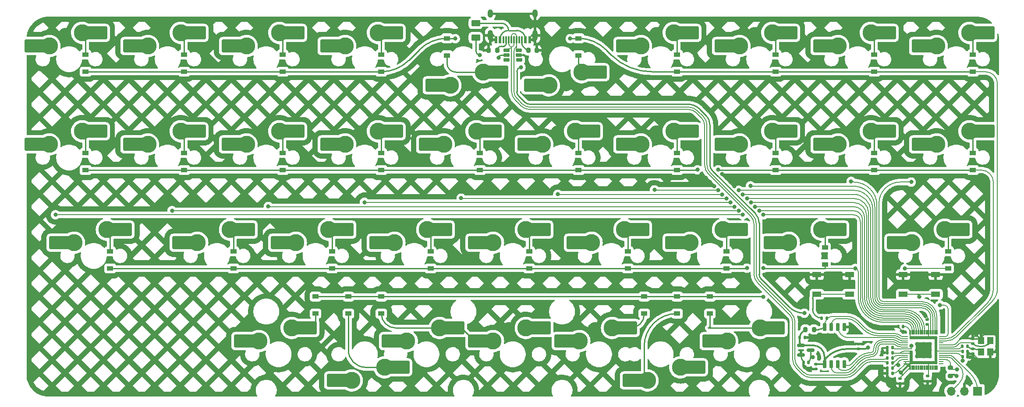
<source format=gbr>
%TF.GenerationSoftware,KiCad,Pcbnew,(6.0.10)*%
%TF.CreationDate,2023-02-13T13:47:23-06:00*%
%TF.ProjectId,AlphaWetPCB,416c7068-6157-4657-9450-43422e6b6963,rev?*%
%TF.SameCoordinates,Original*%
%TF.FileFunction,Copper,L2,Bot*%
%TF.FilePolarity,Positive*%
%FSLAX46Y46*%
G04 Gerber Fmt 4.6, Leading zero omitted, Abs format (unit mm)*
G04 Created by KiCad (PCBNEW (6.0.10)) date 2023-02-13 13:47:23*
%MOMM*%
%LPD*%
G01*
G04 APERTURE LIST*
G04 Aperture macros list*
%AMRoundRect*
0 Rectangle with rounded corners*
0 $1 Rounding radius*
0 $2 $3 $4 $5 $6 $7 $8 $9 X,Y pos of 4 corners*
0 Add a 4 corners polygon primitive as box body*
4,1,4,$2,$3,$4,$5,$6,$7,$8,$9,$2,$3,0*
0 Add four circle primitives for the rounded corners*
1,1,$1+$1,$2,$3*
1,1,$1+$1,$4,$5*
1,1,$1+$1,$6,$7*
1,1,$1+$1,$8,$9*
0 Add four rect primitives between the rounded corners*
20,1,$1+$1,$2,$3,$4,$5,0*
20,1,$1+$1,$4,$5,$6,$7,0*
20,1,$1+$1,$6,$7,$8,$9,0*
20,1,$1+$1,$8,$9,$2,$3,0*%
G04 Aperture macros list end*
%TA.AperFunction,SMDPad,CuDef*%
%ADD10RoundRect,0.200000X0.275000X-0.200000X0.275000X0.200000X-0.275000X0.200000X-0.275000X-0.200000X0*%
%TD*%
%TA.AperFunction,SMDPad,CuDef*%
%ADD11RoundRect,0.150000X0.475000X0.150000X-0.475000X0.150000X-0.475000X-0.150000X0.475000X-0.150000X0*%
%TD*%
%TA.AperFunction,SMDPad,CuDef*%
%ADD12R,1.200000X0.900000*%
%TD*%
%TA.AperFunction,SMDPad,CuDef*%
%ADD13RoundRect,0.200000X-0.200000X-0.275000X0.200000X-0.275000X0.200000X0.275000X-0.200000X0.275000X0*%
%TD*%
%TA.AperFunction,SMDPad,CuDef*%
%ADD14RoundRect,0.250000X-1.025000X-1.000000X1.025000X-1.000000X1.025000X1.000000X-1.025000X1.000000X0*%
%TD*%
%TA.AperFunction,SMDPad,CuDef*%
%ADD15R,1.650000X2.500000*%
%TD*%
%TA.AperFunction,ComponentPad*%
%ADD16C,3.300000*%
%TD*%
%TA.AperFunction,SMDPad,CuDef*%
%ADD17RoundRect,0.140000X0.140000X0.170000X-0.140000X0.170000X-0.140000X-0.170000X0.140000X-0.170000X0*%
%TD*%
%TA.AperFunction,SMDPad,CuDef*%
%ADD18RoundRect,0.250000X-0.625000X0.375000X-0.625000X-0.375000X0.625000X-0.375000X0.625000X0.375000X0*%
%TD*%
%TA.AperFunction,SMDPad,CuDef*%
%ADD19RoundRect,0.250000X1.025000X1.000000X-1.025000X1.000000X-1.025000X-1.000000X1.025000X-1.000000X0*%
%TD*%
%TA.AperFunction,SMDPad,CuDef*%
%ADD20RoundRect,0.140000X-0.170000X0.140000X-0.170000X-0.140000X0.170000X-0.140000X0.170000X0.140000X0*%
%TD*%
%TA.AperFunction,SMDPad,CuDef*%
%ADD21RoundRect,0.150000X-0.587500X-0.150000X0.587500X-0.150000X0.587500X0.150000X-0.587500X0.150000X0*%
%TD*%
%TA.AperFunction,SMDPad,CuDef*%
%ADD22RoundRect,0.135000X0.135000X0.185000X-0.135000X0.185000X-0.135000X-0.185000X0.135000X-0.185000X0*%
%TD*%
%TA.AperFunction,SMDPad,CuDef*%
%ADD23RoundRect,0.140000X-0.140000X-0.170000X0.140000X-0.170000X0.140000X0.170000X-0.140000X0.170000X0*%
%TD*%
%TA.AperFunction,SMDPad,CuDef*%
%ADD24RoundRect,0.140000X0.170000X-0.140000X0.170000X0.140000X-0.170000X0.140000X-0.170000X-0.140000X0*%
%TD*%
%TA.AperFunction,SMDPad,CuDef*%
%ADD25R,0.600000X1.450000*%
%TD*%
%TA.AperFunction,SMDPad,CuDef*%
%ADD26R,0.300000X1.450000*%
%TD*%
%TA.AperFunction,ComponentPad*%
%ADD27O,1.000000X1.600000*%
%TD*%
%TA.AperFunction,ComponentPad*%
%ADD28O,1.000000X2.100000*%
%TD*%
%TA.AperFunction,SMDPad,CuDef*%
%ADD29RoundRect,0.006000X-0.094000X0.414000X-0.094000X-0.414000X0.094000X-0.414000X0.094000X0.414000X0*%
%TD*%
%TA.AperFunction,SMDPad,CuDef*%
%ADD30RoundRect,0.020000X-0.400000X0.080000X-0.400000X-0.080000X0.400000X-0.080000X0.400000X0.080000X0*%
%TD*%
%TA.AperFunction,SMDPad,CuDef*%
%ADD31R,3.100000X3.100000*%
%TD*%
%TA.AperFunction,SMDPad,CuDef*%
%ADD32R,1.700000X1.000000*%
%TD*%
%TA.AperFunction,ComponentPad*%
%ADD33R,1.700000X1.700000*%
%TD*%
%TA.AperFunction,ComponentPad*%
%ADD34O,1.700000X1.700000*%
%TD*%
%TA.AperFunction,SMDPad,CuDef*%
%ADD35RoundRect,0.200000X0.200000X0.275000X-0.200000X0.275000X-0.200000X-0.275000X0.200000X-0.275000X0*%
%TD*%
%TA.AperFunction,SMDPad,CuDef*%
%ADD36RoundRect,0.150000X-0.150000X0.650000X-0.150000X-0.650000X0.150000X-0.650000X0.150000X0.650000X0*%
%TD*%
%TA.AperFunction,SMDPad,CuDef*%
%ADD37R,1.200000X1.400000*%
%TD*%
%TA.AperFunction,ViaPad*%
%ADD38C,0.800000*%
%TD*%
%TA.AperFunction,Conductor*%
%ADD39C,0.250000*%
%TD*%
%TA.AperFunction,Conductor*%
%ADD40C,0.200000*%
%TD*%
%TA.AperFunction,Conductor*%
%ADD41C,0.350000*%
%TD*%
G04 APERTURE END LIST*
D10*
%TO.P,R9,1*%
%TO.N,+3V3*%
X222724696Y-91564256D03*
%TO.P,R9,2*%
%TO.N,RUN*%
X222724696Y-89914256D03*
%TD*%
D11*
%TO.P,U4,1,IO1*%
%TO.N,D+*%
X139287500Y-28450000D03*
%TO.P,U4,2,VN*%
%TO.N,GND*%
X139287500Y-29400000D03*
%TO.P,U4,3,IO2*%
%TO.N,unconnected-(U4-Pad3)*%
X139362500Y-30350000D03*
%TO.P,U4,4,IO3*%
%TO.N,unconnected-(U4-Pad4)*%
X136937500Y-30350000D03*
%TO.P,U4,5,VP*%
%TO.N,+5V*%
X136937500Y-29400000D03*
%TO.P,U4,6,IO4*%
%TO.N,D-*%
X136937500Y-28450000D03*
%TD*%
D12*
%TO.P,D3,1,K*%
%TO.N,ROW0*%
X93662500Y-32606250D03*
%TO.P,D3,2,A*%
%TO.N,Net-(D3-Pad2)*%
X93662500Y-29306250D03*
%TD*%
D13*
%TO.P,R1,1*%
%TO.N,GND*%
X133466019Y-28481282D03*
%TO.P,R1,2*%
%TO.N,Net-(J1-PadA5)*%
X135116019Y-28481282D03*
%TD*%
D12*
%TO.P,D28,1,K*%
%TO.N,ROW2*%
X198437500Y-69912500D03*
%TO.P,D28,2,A*%
%TO.N,Net-(D28-Pad2)*%
X198437500Y-66612500D03*
%TD*%
D14*
%TO.P,SW6,1,1*%
%TO.N,Net-(D6-Pad2)*%
X154997500Y-32702500D03*
D15*
X153272500Y-32702500D03*
D16*
X151447500Y-32702500D03*
D14*
%TO.P,SW6,2,2*%
%TO.N,COL5*%
X141547500Y-35242500D03*
D16*
X145097500Y-35242500D03*
D15*
X143297500Y-35242500D03*
%TD*%
D17*
%TO.P,C11,1*%
%TO.N,+3V3*%
X211467500Y-87018750D03*
%TO.P,C11,2*%
%TO.N,GND*%
X210507500Y-87018750D03*
%TD*%
D12*
%TO.P,D27,1,K*%
%TO.N,ROW2*%
X179387500Y-70706250D03*
%TO.P,D27,2,A*%
%TO.N,Net-(D27-Pad2)*%
X179387500Y-67406250D03*
%TD*%
D18*
%TO.P,F1,1*%
%TO.N,VCC*%
X130968750Y-23206250D03*
%TO.P,F1,2*%
%TO.N,+5V*%
X130968750Y-26006250D03*
%TD*%
D12*
%TO.P,D2,1,K*%
%TO.N,ROW0*%
X74612500Y-32606250D03*
%TO.P,D2,2,A*%
%TO.N,Net-(D2-Pad2)*%
X74612500Y-29306250D03*
%TD*%
D15*
%TO.P,SW1,1,1*%
%TO.N,COL0*%
X46752500Y-27622500D03*
D19*
X45027500Y-27622500D03*
D16*
X48577500Y-27622500D03*
D15*
%TO.P,SW1,2,2*%
%TO.N,Net-(D1-Pad2)*%
X56727500Y-25082500D03*
D19*
X58477500Y-25082500D03*
D16*
X54927500Y-25082500D03*
%TD*%
D12*
%TO.P,D35,1,K*%
%TO.N,ROW3*%
X176212500Y-76137500D03*
%TO.P,D35,2,A*%
%TO.N,Net-(D35-Pad2)*%
X176212500Y-79437500D03*
%TD*%
%TO.P,D24,1,K*%
%TO.N,ROW2*%
X122237500Y-70706250D03*
%TO.P,D24,2,A*%
%TO.N,Net-(D24-Pad2)*%
X122237500Y-67406250D03*
%TD*%
D19*
%TO.P,SW9,1,1*%
%TO.N,COL8*%
X197427500Y-27622500D03*
D15*
X199152500Y-27622500D03*
D16*
X200977500Y-27622500D03*
%TO.P,SW9,2,2*%
%TO.N,Net-(D9-Pad2)*%
X207327500Y-25082500D03*
D19*
X210877500Y-25082500D03*
D15*
X209127500Y-25082500D03*
%TD*%
%TO.P,SW16,1,1*%
%TO.N,COL5*%
X142002500Y-46672500D03*
D16*
X143827500Y-46672500D03*
D19*
X140277500Y-46672500D03*
D16*
%TO.P,SW16,2,2*%
%TO.N,Net-(D16-Pad2)*%
X150177500Y-44132500D03*
D15*
X151977500Y-44132500D03*
D19*
X153727500Y-44132500D03*
%TD*%
D20*
%TO.P,C4,1*%
%TO.N,+3V3*%
X196687500Y-89238750D03*
%TO.P,C4,2*%
%TO.N,GND*%
X196687500Y-90198750D03*
%TD*%
D15*
%TO.P,SW26,1,1*%
%TO.N,COL5*%
X151527500Y-65722500D03*
D16*
X153352500Y-65722500D03*
D19*
X149802500Y-65722500D03*
D15*
%TO.P,SW26,2,2*%
%TO.N,Net-(D26-Pad2)*%
X161502500Y-63182500D03*
D16*
X159702500Y-63182500D03*
D19*
X163252500Y-63182500D03*
%TD*%
D12*
%TO.P,D9,1,K*%
%TO.N,ROW0*%
X207962500Y-32606250D03*
%TO.P,D9,2,A*%
%TO.N,Net-(D9-Pad2)*%
X207962500Y-29306250D03*
%TD*%
D13*
%TO.P,R4,1*%
%TO.N,+3V3*%
X194662500Y-82518750D03*
%TO.P,R4,2*%
%TO.N,QSPI_SS*%
X196312500Y-82518750D03*
%TD*%
D12*
%TO.P,D4,1,K*%
%TO.N,ROW0*%
X112712500Y-32606250D03*
%TO.P,D4,2,A*%
%TO.N,Net-(D4-Pad2)*%
X112712500Y-29306250D03*
%TD*%
D21*
%TO.P,U1,1,GND*%
%TO.N,GND*%
X193797295Y-87484478D03*
%TO.P,U1,2,VO*%
%TO.N,+3V3*%
X193797295Y-85584478D03*
%TO.P,U1,3,VI*%
%TO.N,+5V*%
X195672295Y-86534478D03*
%TD*%
D12*
%TO.P,D33,1,K*%
%TO.N,ROW3*%
X163512500Y-76137500D03*
%TO.P,D33,2,A*%
%TO.N,Net-(D33-Pad2)*%
X163512500Y-79437500D03*
%TD*%
D16*
%TO.P,SW5,1,1*%
%TO.N,Net-(D5-Pad2)*%
X132397500Y-32702500D03*
D14*
X135947500Y-32702500D03*
D15*
X134222500Y-32702500D03*
D14*
%TO.P,SW5,2,2*%
%TO.N,COL4*%
X122497500Y-35242500D03*
D16*
X126047500Y-35242500D03*
D15*
X124247500Y-35242500D03*
%TD*%
D12*
%TO.P,D12,1,K*%
%TO.N,ROW1*%
X74612500Y-51656250D03*
%TO.P,D12,2,A*%
%TO.N,Net-(D12-Pad2)*%
X74612500Y-48356250D03*
%TD*%
%TO.P,D7,1,K*%
%TO.N,ROW0*%
X169862500Y-32606250D03*
%TO.P,D7,2,A*%
%TO.N,Net-(D7-Pad2)*%
X169862500Y-29306250D03*
%TD*%
D22*
%TO.P,R8,1*%
%TO.N,Net-(C5-Pad2)*%
X226008166Y-85763956D03*
%TO.P,R8,2*%
%TO.N,XOUT*%
X224988166Y-85763956D03*
%TD*%
D17*
%TO.P,C17,1*%
%TO.N,+3V3*%
X211467500Y-91018750D03*
%TO.P,C17,2*%
%TO.N,GND*%
X210507500Y-91018750D03*
%TD*%
D12*
%TO.P,D13,1,K*%
%TO.N,ROW1*%
X93662500Y-51656250D03*
%TO.P,D13,2,A*%
%TO.N,Net-(D13-Pad2)*%
X93662500Y-48356250D03*
%TD*%
%TO.P,D6,1,K*%
%TO.N,ROW0*%
X150812500Y-26131250D03*
%TO.P,D6,2,A*%
%TO.N,Net-(D6-Pad2)*%
X150812500Y-29431250D03*
%TD*%
D16*
%TO.P,SW10,1,1*%
%TO.N,COL9*%
X220027500Y-27622500D03*
D15*
X218202500Y-27622500D03*
D19*
X216477500Y-27622500D03*
%TO.P,SW10,2,2*%
%TO.N,Net-(D10-Pad2)*%
X229927500Y-25082500D03*
D16*
X226377500Y-25082500D03*
D15*
X228177500Y-25082500D03*
%TD*%
D16*
%TO.P,SW24,1,1*%
%TO.N,COL3*%
X115252500Y-65722500D03*
D19*
X111702500Y-65722500D03*
D15*
X113427500Y-65722500D03*
D19*
%TO.P,SW24,2,2*%
%TO.N,Net-(D24-Pad2)*%
X125152500Y-63182500D03*
D16*
X121602500Y-63182500D03*
D15*
X123402500Y-63182500D03*
%TD*%
D19*
%TO.P,SW23,1,1*%
%TO.N,COL2*%
X92652500Y-65722500D03*
D15*
X94377500Y-65722500D03*
D16*
X96202500Y-65722500D03*
D15*
%TO.P,SW23,2,2*%
%TO.N,Net-(D23-Pad2)*%
X104352500Y-63182500D03*
D19*
X106102500Y-63182500D03*
D16*
X102552500Y-63182500D03*
%TD*%
D12*
%TO.P,D8,1,K*%
%TO.N,ROW0*%
X188912500Y-32606250D03*
%TO.P,D8,2,A*%
%TO.N,Net-(D8-Pad2)*%
X188912500Y-29306250D03*
%TD*%
%TO.P,D22,1,K*%
%TO.N,ROW2*%
X84137500Y-70706250D03*
%TO.P,D22,2,A*%
%TO.N,Net-(D22-Pad2)*%
X84137500Y-67406250D03*
%TD*%
%TO.P,D23,1,K*%
%TO.N,ROW2*%
X103187500Y-70706250D03*
%TO.P,D23,2,A*%
%TO.N,Net-(D23-Pad2)*%
X103187500Y-67406250D03*
%TD*%
D23*
%TO.P,C10,1*%
%TO.N,+3V3*%
X225018166Y-86770506D03*
%TO.P,C10,2*%
%TO.N,GND*%
X225978166Y-86770506D03*
%TD*%
D12*
%TO.P,D29,1,K*%
%TO.N,ROW2*%
X222250000Y-70706250D03*
%TO.P,D29,2,A*%
%TO.N,Net-(D29-Pad2)*%
X222250000Y-67406250D03*
%TD*%
%TO.P,D18,1,K*%
%TO.N,ROW1*%
X188912500Y-51656250D03*
%TO.P,D18,2,A*%
%TO.N,Net-(D18-Pad2)*%
X188912500Y-48356250D03*
%TD*%
D24*
%TO.P,C15,1*%
%TO.N,+3V3*%
X204887500Y-86298750D03*
%TO.P,C15,2*%
%TO.N,GND*%
X204887500Y-85338750D03*
%TD*%
D25*
%TO.P,J1,A1,GND*%
%TO.N,GND*%
X134862500Y-26445000D03*
%TO.P,J1,A4,VBUS*%
%TO.N,VCC*%
X135662500Y-26445000D03*
D26*
%TO.P,J1,A5,CC1*%
%TO.N,Net-(J1-PadA5)*%
X136862500Y-26445000D03*
%TO.P,J1,A6,D+*%
%TO.N,D+*%
X137862500Y-26445000D03*
%TO.P,J1,A7,D-*%
%TO.N,D-*%
X138362500Y-26445000D03*
%TO.P,J1,A8,SBU1*%
%TO.N,unconnected-(J1-PadA8)*%
X139362500Y-26445000D03*
D25*
%TO.P,J1,A9,VBUS*%
%TO.N,VCC*%
X140562500Y-26445000D03*
%TO.P,J1,A12,GND*%
%TO.N,GND*%
X141362500Y-26445000D03*
%TO.P,J1,B1,GND*%
X141362500Y-26445000D03*
%TO.P,J1,B4,VBUS*%
%TO.N,VCC*%
X140562500Y-26445000D03*
D26*
%TO.P,J1,B5,CC2*%
%TO.N,Net-(J1-PadB5)*%
X139862500Y-26445000D03*
%TO.P,J1,B6,D+*%
%TO.N,D+*%
X138862500Y-26445000D03*
%TO.P,J1,B7,D-*%
%TO.N,D-*%
X137362500Y-26445000D03*
%TO.P,J1,B8,SBU2*%
%TO.N,unconnected-(J1-PadB8)*%
X136362500Y-26445000D03*
D25*
%TO.P,J1,B9,VBUS*%
%TO.N,VCC*%
X135662500Y-26445000D03*
%TO.P,J1,B12,GND*%
%TO.N,GND*%
X134862500Y-26445000D03*
D27*
%TO.P,J1,S1,SHIELD*%
X142432500Y-21350000D03*
D28*
X133792500Y-25530000D03*
X142432500Y-25530000D03*
D27*
X133792500Y-21350000D03*
%TD*%
D12*
%TO.P,D16,1,K*%
%TO.N,ROW1*%
X150812500Y-51656250D03*
%TO.P,D16,2,A*%
%TO.N,Net-(D16-Pad2)*%
X150812500Y-48356250D03*
%TD*%
D29*
%TO.P,U3,1,IOVDD*%
%TO.N,+3V3*%
X214887500Y-83083750D03*
%TO.P,U3,2,GPIO0*%
%TO.N,ROW2*%
X215287500Y-83083750D03*
%TO.P,U3,3,GPIO1*%
%TO.N,COL0*%
X215687500Y-83083750D03*
%TO.P,U3,4,GPIO2*%
%TO.N,COL1*%
X216087500Y-83083750D03*
%TO.P,U3,5,GPIO3*%
%TO.N,COL2*%
X216487500Y-83083750D03*
%TO.P,U3,6,GPIO4*%
%TO.N,COL3*%
X216887500Y-83083750D03*
%TO.P,U3,7,GPIO5*%
%TO.N,COL4*%
X217287500Y-83083750D03*
%TO.P,U3,8,GPIO6*%
%TO.N,COL5*%
X217687500Y-83083750D03*
%TO.P,U3,9,GPIO7*%
%TO.N,unconnected-(U3-Pad9)*%
X218087500Y-83083750D03*
%TO.P,U3,10,IOVDD*%
%TO.N,+3V3*%
X218487500Y-83083750D03*
%TO.P,U3,11,GPIO8*%
%TO.N,COL6*%
X218887500Y-83083750D03*
%TO.P,U3,12,GPIO9*%
%TO.N,COL7*%
X219287500Y-83083750D03*
%TO.P,U3,13,GPIO10*%
%TO.N,COL8*%
X219687500Y-83083750D03*
%TO.P,U3,14,GPIO11*%
%TO.N,COL9*%
X220087500Y-83083750D03*
D30*
%TO.P,U3,15,GPIO12*%
%TO.N,ROW3*%
X220922500Y-83918750D03*
%TO.P,U3,16,GPIO13*%
%TO.N,ROW1*%
X220922500Y-84318750D03*
%TO.P,U3,17,GPIO14*%
%TO.N,ROW0*%
X220922500Y-84718750D03*
%TO.P,U3,18,GPIO15*%
%TO.N,unconnected-(U3-Pad18)*%
X220922500Y-85118750D03*
%TO.P,U3,19,TESTEN*%
%TO.N,GND*%
X220922500Y-85518750D03*
%TO.P,U3,20,XIN*%
%TO.N,XIN*%
X220922500Y-85918750D03*
%TO.P,U3,21,XOUT*%
%TO.N,XOUT*%
X220922500Y-86318750D03*
%TO.P,U3,22,IOVDD*%
%TO.N,+3V3*%
X220922500Y-86718750D03*
%TO.P,U3,23,DVDD*%
%TO.N,+1V1*%
X220922500Y-87118750D03*
%TO.P,U3,24,SWCLK*%
%TO.N,SWCLK*%
X220922500Y-87518750D03*
%TO.P,U3,25,SWDIO*%
%TO.N,SWDIO*%
X220922500Y-87918750D03*
%TO.P,U3,26,RUN*%
%TO.N,RUN*%
X220922500Y-88318750D03*
%TO.P,U3,27,GPIO16*%
%TO.N,unconnected-(U3-Pad27)*%
X220922500Y-88718750D03*
%TO.P,U3,28,GPIO17*%
%TO.N,unconnected-(U3-Pad28)*%
X220922500Y-89118750D03*
D29*
%TO.P,U3,29,GPIO18*%
%TO.N,unconnected-(U3-Pad29)*%
X220087500Y-89953750D03*
%TO.P,U3,30,GPIO19*%
%TO.N,unconnected-(U3-Pad30)*%
X219687500Y-89953750D03*
%TO.P,U3,31,GPIO20*%
%TO.N,unconnected-(U3-Pad31)*%
X219287500Y-89953750D03*
%TO.P,U3,32,GPIO21*%
%TO.N,unconnected-(U3-Pad32)*%
X218887500Y-89953750D03*
%TO.P,U3,33,IOVDD*%
%TO.N,+3V3*%
X218487500Y-89953750D03*
%TO.P,U3,34,GPIO22*%
%TO.N,unconnected-(U3-Pad34)*%
X218087500Y-89953750D03*
%TO.P,U3,35,GPIO23*%
%TO.N,unconnected-(U3-Pad35)*%
X217687500Y-89953750D03*
%TO.P,U3,36,GPIO24*%
%TO.N,unconnected-(U3-Pad36)*%
X217287500Y-89953750D03*
%TO.P,U3,37,GPIO25*%
%TO.N,unconnected-(U3-Pad37)*%
X216887500Y-89953750D03*
%TO.P,U3,38,GPIO26/ADC0*%
%TO.N,unconnected-(U3-Pad38)*%
X216487500Y-89953750D03*
%TO.P,U3,39,GPIO27/ADC1*%
%TO.N,unconnected-(U3-Pad39)*%
X216087500Y-89953750D03*
%TO.P,U3,40,GPIO28/ADC2*%
%TO.N,unconnected-(U3-Pad40)*%
X215687500Y-89953750D03*
%TO.P,U3,41,GPIO29/ADC3*%
%TO.N,unconnected-(U3-Pad41)*%
X215287500Y-89953750D03*
%TO.P,U3,42,IOVDD*%
%TO.N,+3V3*%
X214887500Y-89953750D03*
D30*
%TO.P,U3,43,ADC_AVDD*%
X214052500Y-89118750D03*
%TO.P,U3,44,VREG_VIN*%
X214052500Y-88718750D03*
%TO.P,U3,45,VREG_VOUT*%
%TO.N,+1V1*%
X214052500Y-88318750D03*
%TO.P,U3,46,USB_DM*%
%TO.N,Net-(R6-Pad1)*%
X214052500Y-87918750D03*
%TO.P,U3,47,USB_DP*%
%TO.N,Net-(R7-Pad1)*%
X214052500Y-87518750D03*
%TO.P,U3,48,USB_VDD*%
%TO.N,+3V3*%
X214052500Y-87118750D03*
%TO.P,U3,49,IOVDD*%
X214052500Y-86718750D03*
%TO.P,U3,50,DVDD*%
%TO.N,+1V1*%
X214052500Y-86318750D03*
%TO.P,U3,51,QSPI_SD3*%
%TO.N,QSPI_D3*%
X214052500Y-85918750D03*
%TO.P,U3,52,QSPI_SCLK*%
%TO.N,QSPI_CLK*%
X214052500Y-85518750D03*
%TO.P,U3,53,QSPI_SD0*%
%TO.N,QSPI_D0*%
X214052500Y-85118750D03*
%TO.P,U3,54,QSPI_SD2*%
%TO.N,QSPI_D2*%
X214052500Y-84718750D03*
%TO.P,U3,55,QSPI_SD1*%
%TO.N,QSPI_D1*%
X214052500Y-84318750D03*
%TO.P,U3,56,QSPI_SS_N*%
%TO.N,QSPI_SS*%
X214052500Y-83918750D03*
D31*
%TO.P,U3,57,GND*%
%TO.N,GND*%
X217487500Y-86518750D03*
%TD*%
D16*
%TO.P,SW39,1,1*%
%TO.N,COL1*%
X89058750Y-84772500D03*
D15*
X87233750Y-84772500D03*
D19*
X85508750Y-84772500D03*
D16*
%TO.P,SW39,2,2*%
%TO.N,Net-(D30-Pad2)*%
X95408750Y-82232500D03*
D19*
X98958750Y-82232500D03*
D15*
X97208750Y-82232500D03*
%TD*%
D20*
%TO.P,C13,1*%
%TO.N,+3V3*%
X218263631Y-91559298D03*
%TO.P,C13,2*%
%TO.N,GND*%
X218263631Y-92519298D03*
%TD*%
D12*
%TO.P,D5,1,K*%
%TO.N,ROW0*%
X125412500Y-26131250D03*
%TO.P,D5,2,A*%
%TO.N,Net-(D5-Pad2)*%
X125412500Y-29431250D03*
%TD*%
%TO.P,D32,1,K*%
%TO.N,ROW3*%
X112712500Y-76137500D03*
%TO.P,D32,2,A*%
%TO.N,Net-(D32-Pad2)*%
X112712500Y-79437500D03*
%TD*%
D19*
%TO.P,SW13,1,1*%
%TO.N,COL2*%
X83127500Y-46672500D03*
D15*
X84852500Y-46672500D03*
D16*
X86677500Y-46672500D03*
D15*
%TO.P,SW13,2,2*%
%TO.N,Net-(D13-Pad2)*%
X94827500Y-44132500D03*
D19*
X96577500Y-44132500D03*
D16*
X93027500Y-44132500D03*
%TD*%
D23*
%TO.P,C2,1*%
%TO.N,+3V3*%
X193577911Y-84067246D03*
%TO.P,C2,2*%
%TO.N,GND*%
X194537911Y-84067246D03*
%TD*%
D16*
%TO.P,SW40,1,1*%
%TO.N,COL3*%
X117633750Y-84772500D03*
D15*
X115808750Y-84772500D03*
D19*
X114083750Y-84772500D03*
D16*
%TO.P,SW40,2,2*%
%TO.N,Net-(D32-Pad2)*%
X123983750Y-82232500D03*
D19*
X127533750Y-82232500D03*
D15*
X125783750Y-82232500D03*
%TD*%
D12*
%TO.P,D10,1,K*%
%TO.N,ROW0*%
X227012500Y-32606250D03*
%TO.P,D10,2,A*%
%TO.N,Net-(D10-Pad2)*%
X227012500Y-29306250D03*
%TD*%
D15*
%TO.P,SW21,1,1*%
%TO.N,COL0*%
X51515000Y-65722500D03*
D16*
X53340000Y-65722500D03*
D19*
X49790000Y-65722500D03*
%TO.P,SW21,2,2*%
%TO.N,Net-(D21-Pad2)*%
X63240000Y-63182500D03*
D15*
X61490000Y-63182500D03*
D16*
X59690000Y-63182500D03*
%TD*%
%TO.P,SW43,1,1*%
%TO.N,COL5*%
X170497500Y-89852500D03*
D14*
X174047500Y-89852500D03*
D15*
X172322500Y-89852500D03*
D16*
%TO.P,SW43,2,2*%
%TO.N,Net-(D34-Pad2)*%
X164147500Y-92392500D03*
D14*
X160597500Y-92392500D03*
D15*
X162347500Y-92392500D03*
%TD*%
%TO.P,SW11,1,1*%
%TO.N,COL0*%
X46752500Y-46672500D03*
D19*
X45027500Y-46672500D03*
D16*
X48577500Y-46672500D03*
%TO.P,SW11,2,2*%
%TO.N,Net-(D11-Pad2)*%
X54927500Y-44132500D03*
D15*
X56727500Y-44132500D03*
D19*
X58477500Y-44132500D03*
%TD*%
D22*
%TO.P,R7,1*%
%TO.N,Net-(R7-Pad1)*%
X211497500Y-88018750D03*
%TO.P,R7,2*%
%TO.N,D+*%
X210477500Y-88018750D03*
%TD*%
D19*
%TO.P,SW2,1,1*%
%TO.N,COL1*%
X64077500Y-27622500D03*
D15*
X65802500Y-27622500D03*
D16*
X67627500Y-27622500D03*
%TO.P,SW2,2,2*%
%TO.N,Net-(D2-Pad2)*%
X73977500Y-25082500D03*
D15*
X75777500Y-25082500D03*
D19*
X77527500Y-25082500D03*
%TD*%
D22*
%TO.P,R5,1*%
%TO.N,QSPI_SS*%
X198797500Y-80318750D03*
%TO.P,R5,2*%
%TO.N,Net-(R5-Pad2)*%
X197777500Y-80318750D03*
%TD*%
D17*
%TO.P,C8,1*%
%TO.N,+1V1*%
X211467500Y-86018750D03*
%TO.P,C8,2*%
%TO.N,GND*%
X210507500Y-86018750D03*
%TD*%
D16*
%TO.P,SW27,1,1*%
%TO.N,COL6*%
X172402500Y-65722500D03*
D15*
X170577500Y-65722500D03*
D19*
X168852500Y-65722500D03*
D16*
%TO.P,SW27,2,2*%
%TO.N,Net-(D27-Pad2)*%
X178752500Y-63182500D03*
D15*
X180552500Y-63182500D03*
D19*
X182302500Y-63182500D03*
%TD*%
D12*
%TO.P,D1,1,K*%
%TO.N,ROW0*%
X55562500Y-32606250D03*
%TO.P,D1,2,A*%
%TO.N,Net-(D1-Pad2)*%
X55562500Y-29306250D03*
%TD*%
D19*
%TO.P,SW29,1,1*%
%TO.N,COL8*%
X211715000Y-65722500D03*
D16*
X215265000Y-65722500D03*
D15*
X213440000Y-65722500D03*
D19*
%TO.P,SW29,2,2*%
%TO.N,Net-(D29-Pad2)*%
X225165000Y-63182500D03*
D15*
X223415000Y-63182500D03*
D16*
X221615000Y-63182500D03*
%TD*%
D12*
%TO.P,D25,1,K*%
%TO.N,ROW2*%
X141287500Y-70706250D03*
%TO.P,D25,2,A*%
%TO.N,Net-(D25-Pad2)*%
X141287500Y-67406250D03*
%TD*%
D15*
%TO.P,SW25,1,1*%
%TO.N,COL4*%
X132477500Y-65722500D03*
D19*
X130752500Y-65722500D03*
D16*
X134302500Y-65722500D03*
%TO.P,SW25,2,2*%
%TO.N,Net-(D25-Pad2)*%
X140652500Y-63182500D03*
D15*
X142452500Y-63182500D03*
D19*
X144202500Y-63182500D03*
%TD*%
D32*
%TO.P,SWR1,1,A*%
%TO.N,GND*%
X203175000Y-71918750D03*
X196875000Y-71918750D03*
%TO.P,SWR1,2,B*%
%TO.N,Net-(R5-Pad2)*%
X196875000Y-75718750D03*
X203175000Y-75718750D03*
%TD*%
D12*
%TO.P,D19,1,K*%
%TO.N,ROW1*%
X207962500Y-51656250D03*
%TO.P,D19,2,A*%
%TO.N,Net-(D19-Pad2)*%
X207962500Y-48356250D03*
%TD*%
D19*
%TO.P,SW12,1,1*%
%TO.N,COL1*%
X64077500Y-46672500D03*
D15*
X65802500Y-46672500D03*
D16*
X67627500Y-46672500D03*
D15*
%TO.P,SW12,2,2*%
%TO.N,Net-(D12-Pad2)*%
X75777500Y-44132500D03*
D19*
X77527500Y-44132500D03*
D16*
X73977500Y-44132500D03*
%TD*%
D17*
%TO.P,C18,1*%
%TO.N,+1V1*%
X211467500Y-90018750D03*
%TO.P,C18,2*%
%TO.N,GND*%
X210507500Y-90018750D03*
%TD*%
D16*
%TO.P,SW7,1,1*%
%TO.N,COL6*%
X162877500Y-27622500D03*
D19*
X159327500Y-27622500D03*
D15*
X161052500Y-27622500D03*
D16*
%TO.P,SW7,2,2*%
%TO.N,Net-(D7-Pad2)*%
X169227500Y-25082500D03*
D19*
X172777500Y-25082500D03*
D15*
X171027500Y-25082500D03*
%TD*%
%TO.P,SW19,1,1*%
%TO.N,COL8*%
X199152500Y-46672500D03*
D16*
X200977500Y-46672500D03*
D19*
X197427500Y-46672500D03*
D16*
%TO.P,SW19,2,2*%
%TO.N,Net-(D19-Pad2)*%
X207327500Y-44132500D03*
D19*
X210877500Y-44132500D03*
D15*
X209127500Y-44132500D03*
%TD*%
D33*
%TO.P,SWD2,1,Pin_1*%
%TO.N,SWCLK*%
X227950000Y-94456250D03*
D34*
%TO.P,SWD2,2,Pin_2*%
%TO.N,GND*%
X225410000Y-94456250D03*
%TO.P,SWD2,3,Pin_3*%
%TO.N,SWDIO*%
X222870000Y-94456250D03*
%TD*%
D35*
%TO.P,R3,1*%
%TO.N,GND*%
X142787437Y-28481282D03*
%TO.P,R3,2*%
%TO.N,Net-(J1-PadB5)*%
X141137437Y-28481282D03*
%TD*%
D24*
%TO.P,C5,1*%
%TO.N,GND*%
X226998166Y-87250506D03*
%TO.P,C5,2*%
%TO.N,Net-(C5-Pad2)*%
X226998166Y-86290506D03*
%TD*%
D20*
%TO.P,C12,1*%
%TO.N,+3V3*%
X212987500Y-92038750D03*
%TO.P,C12,2*%
%TO.N,GND*%
X212987500Y-92998750D03*
%TD*%
D16*
%TO.P,SW22,1,1*%
%TO.N,COL1*%
X77152500Y-65722500D03*
D15*
X75327500Y-65722500D03*
D19*
X73602500Y-65722500D03*
D16*
%TO.P,SW22,2,2*%
%TO.N,Net-(D22-Pad2)*%
X83502500Y-63182500D03*
D15*
X85302500Y-63182500D03*
D19*
X87052500Y-63182500D03*
%TD*%
D12*
%TO.P,D15,1,K*%
%TO.N,ROW1*%
X131762500Y-51656250D03*
%TO.P,D15,2,A*%
%TO.N,Net-(D15-Pad2)*%
X131762500Y-48356250D03*
%TD*%
%TO.P,D20,1,K*%
%TO.N,ROW1*%
X227012500Y-51656250D03*
%TO.P,D20,2,A*%
%TO.N,Net-(D20-Pad2)*%
X227012500Y-48356250D03*
%TD*%
%TO.P,D30,1,K*%
%TO.N,ROW3*%
X100012500Y-76137500D03*
%TO.P,D30,2,A*%
%TO.N,Net-(D30-Pad2)*%
X100012500Y-79437500D03*
%TD*%
D15*
%TO.P,SW3,1,1*%
%TO.N,COL2*%
X84852500Y-27622500D03*
D16*
X86677500Y-27622500D03*
D19*
X83127500Y-27622500D03*
D16*
%TO.P,SW3,2,2*%
%TO.N,Net-(D3-Pad2)*%
X93027500Y-25082500D03*
D19*
X96577500Y-25082500D03*
D15*
X94827500Y-25082500D03*
%TD*%
%TO.P,SW45,1,1*%
%TO.N,COL6*%
X177721250Y-84772500D03*
D16*
X179546250Y-84772500D03*
D19*
X175996250Y-84772500D03*
D15*
%TO.P,SW45,2,2*%
%TO.N,Net-(D35-Pad2)*%
X187696250Y-82232500D03*
D19*
X189446250Y-82232500D03*
D16*
X185896250Y-82232500D03*
%TD*%
D12*
%TO.P,D31,1,K*%
%TO.N,ROW3*%
X106362500Y-76137500D03*
%TO.P,D31,2,A*%
%TO.N,Net-(D31-Pad2)*%
X106362500Y-79437500D03*
%TD*%
D24*
%TO.P,C9,1*%
%TO.N,+3V3*%
X218227444Y-81536680D03*
%TO.P,C9,2*%
%TO.N,GND*%
X218227444Y-80576680D03*
%TD*%
D17*
%TO.P,C14,1*%
%TO.N,+3V3*%
X213567500Y-81918750D03*
%TO.P,C14,2*%
%TO.N,GND*%
X212607500Y-81918750D03*
%TD*%
D16*
%TO.P,SW18,1,1*%
%TO.N,COL7*%
X181927500Y-46672500D03*
D19*
X178377500Y-46672500D03*
D15*
X180102500Y-46672500D03*
%TO.P,SW18,2,2*%
%TO.N,Net-(D18-Pad2)*%
X190077500Y-44132500D03*
D19*
X191827500Y-44132500D03*
D16*
X188277500Y-44132500D03*
%TD*%
D36*
%TO.P,U2,1,~{CS}*%
%TO.N,QSPI_SS*%
X198382500Y-82018750D03*
%TO.P,U2,2,DO(IO1)*%
%TO.N,QSPI_D1*%
X199652500Y-82018750D03*
%TO.P,U2,3,IO2*%
%TO.N,QSPI_D2*%
X200922500Y-82018750D03*
%TO.P,U2,4,GND*%
%TO.N,GND*%
X202192500Y-82018750D03*
%TO.P,U2,5,DI(IO0)*%
%TO.N,QSPI_D0*%
X202192500Y-89218750D03*
%TO.P,U2,6,CLK*%
%TO.N,QSPI_CLK*%
X200922500Y-89218750D03*
%TO.P,U2,7,IO3*%
%TO.N,QSPI_D3*%
X199652500Y-89218750D03*
%TO.P,U2,8,VCC*%
%TO.N,+3V3*%
X198382500Y-89218750D03*
%TD*%
D22*
%TO.P,R6,1*%
%TO.N,Net-(R6-Pad1)*%
X211497500Y-89018750D03*
%TO.P,R6,2*%
%TO.N,D-*%
X210477500Y-89018750D03*
%TD*%
D19*
%TO.P,SW28,1,1*%
%TO.N,COL7*%
X187902500Y-65722500D03*
D15*
X189627500Y-65722500D03*
D16*
X191452500Y-65722500D03*
D19*
%TO.P,SW28,2,2*%
%TO.N,Net-(D28-Pad2)*%
X201352500Y-63182500D03*
D15*
X199602500Y-63182500D03*
D16*
X197802500Y-63182500D03*
%TD*%
D32*
%TO.P,SWR2,1,A*%
%TO.N,GND*%
X213543750Y-71918750D03*
X219843750Y-71918750D03*
%TO.P,SWR2,2,B*%
%TO.N,RUN*%
X219843750Y-75718750D03*
X213543750Y-75718750D03*
%TD*%
D16*
%TO.P,SW8,1,1*%
%TO.N,COL7*%
X181927500Y-27622500D03*
D15*
X180102500Y-27622500D03*
D19*
X178377500Y-27622500D03*
D16*
%TO.P,SW8,2,2*%
%TO.N,Net-(D8-Pad2)*%
X188277500Y-25082500D03*
D19*
X191827500Y-25082500D03*
D15*
X190077500Y-25082500D03*
%TD*%
D23*
%TO.P,C7,1*%
%TO.N,+1V1*%
X225018166Y-87770506D03*
%TO.P,C7,2*%
%TO.N,GND*%
X225978166Y-87770506D03*
%TD*%
D12*
%TO.P,D11,1,K*%
%TO.N,ROW1*%
X55562500Y-51656250D03*
%TO.P,D11,2,A*%
%TO.N,Net-(D11-Pad2)*%
X55562500Y-48356250D03*
%TD*%
%TO.P,D14,1,K*%
%TO.N,ROW1*%
X112712500Y-51656250D03*
%TO.P,D14,2,A*%
%TO.N,Net-(D14-Pad2)*%
X112712500Y-48356250D03*
%TD*%
D19*
%TO.P,SW14,1,1*%
%TO.N,COL3*%
X102177500Y-46672500D03*
D15*
X103902500Y-46672500D03*
D16*
X105727500Y-46672500D03*
%TO.P,SW14,2,2*%
%TO.N,Net-(D14-Pad2)*%
X112077500Y-44132500D03*
D15*
X113877500Y-44132500D03*
D19*
X115627500Y-44132500D03*
%TD*%
D17*
%TO.P,C1,1*%
%TO.N,+5V*%
X195262500Y-88900000D03*
%TO.P,C1,2*%
%TO.N,GND*%
X194302500Y-88900000D03*
%TD*%
D19*
%TO.P,SW20,1,1*%
%TO.N,COL9*%
X216477500Y-46672500D03*
D15*
X218202500Y-46672500D03*
D16*
X220027500Y-46672500D03*
%TO.P,SW20,2,2*%
%TO.N,Net-(D20-Pad2)*%
X226377500Y-44132500D03*
D19*
X229927500Y-44132500D03*
D15*
X228177500Y-44132500D03*
%TD*%
D16*
%TO.P,SW44,1,1*%
%TO.N,COL4*%
X150971250Y-84772500D03*
D15*
X149146250Y-84772500D03*
D19*
X147421250Y-84772500D03*
D16*
%TO.P,SW44,2,2*%
%TO.N,Net-(D33-Pad2)*%
X157321250Y-82232500D03*
D19*
X160871250Y-82232500D03*
D15*
X159121250Y-82232500D03*
%TD*%
D24*
%TO.P,C6,1*%
%TO.N,XIN*%
X226998166Y-85270506D03*
%TO.P,C6,2*%
%TO.N,GND*%
X226998166Y-84310506D03*
%TD*%
D15*
%TO.P,SW15,1,1*%
%TO.N,COL4*%
X122952500Y-46672500D03*
D16*
X124777500Y-46672500D03*
D19*
X121227500Y-46672500D03*
D16*
%TO.P,SW15,2,2*%
%TO.N,Net-(D15-Pad2)*%
X131127500Y-44132500D03*
D19*
X134677500Y-44132500D03*
D15*
X132927500Y-44132500D03*
%TD*%
D12*
%TO.P,D17,1,K*%
%TO.N,ROW1*%
X169862500Y-51656250D03*
%TO.P,D17,2,A*%
%TO.N,Net-(D17-Pad2)*%
X169862500Y-48356250D03*
%TD*%
%TO.P,D21,1,K*%
%TO.N,ROW2*%
X60325000Y-70706250D03*
%TO.P,D21,2,A*%
%TO.N,Net-(D21-Pad2)*%
X60325000Y-67406250D03*
%TD*%
D19*
%TO.P,SW4,1,1*%
%TO.N,COL3*%
X102177500Y-27622500D03*
D16*
X105727500Y-27622500D03*
D15*
X103902500Y-27622500D03*
D19*
%TO.P,SW4,2,2*%
%TO.N,Net-(D4-Pad2)*%
X115627500Y-25082500D03*
D16*
X112077500Y-25082500D03*
D15*
X113877500Y-25082500D03*
%TD*%
D19*
%TO.P,SW42,1,1*%
%TO.N,Net-(D32-Pad2)*%
X130752500Y-84772500D03*
D16*
X134302500Y-84772500D03*
D15*
X132477500Y-84772500D03*
D19*
%TO.P,SW42,2,2*%
%TO.N,COL4*%
X144202500Y-82232500D03*
D16*
X140652500Y-82232500D03*
D15*
X142452500Y-82232500D03*
%TD*%
D37*
%TO.P,Y1,1,1*%
%TO.N,Net-(C5-Pad2)*%
X228648166Y-86870506D03*
%TO.P,Y1,2,2*%
%TO.N,GND*%
X228648166Y-84670506D03*
%TO.P,Y1,3,3*%
%TO.N,XIN*%
X230348166Y-84670506D03*
%TO.P,Y1,4,4*%
%TO.N,GND*%
X230348166Y-86870506D03*
%TD*%
D15*
%TO.P,SW41,1,1*%
%TO.N,Net-(D31-Pad2)*%
X115172500Y-89852500D03*
D16*
X113347500Y-89852500D03*
D14*
X116897500Y-89852500D03*
D15*
%TO.P,SW41,2,2*%
%TO.N,COL2*%
X105197500Y-92392500D03*
D16*
X106997500Y-92392500D03*
D14*
X103447500Y-92392500D03*
%TD*%
D19*
%TO.P,SW17,1,1*%
%TO.N,COL6*%
X159327500Y-46672500D03*
D15*
X161052500Y-46672500D03*
D16*
X162877500Y-46672500D03*
D15*
%TO.P,SW17,2,2*%
%TO.N,Net-(D17-Pad2)*%
X171027500Y-44132500D03*
D19*
X172777500Y-44132500D03*
D16*
X169227500Y-44132500D03*
%TD*%
D12*
%TO.P,D34,1,K*%
%TO.N,ROW3*%
X169862500Y-76137500D03*
%TO.P,D34,2,A*%
%TO.N,Net-(D34-Pad2)*%
X169862500Y-79437500D03*
%TD*%
%TO.P,D26,1,K*%
%TO.N,ROW2*%
X160337500Y-70706250D03*
%TO.P,D26,2,A*%
%TO.N,Net-(D26-Pad2)*%
X160337500Y-67406250D03*
%TD*%
D38*
%TO.N,+5V*%
X194468750Y-79375000D03*
X139700000Y-31750000D03*
X135368378Y-29910226D03*
X196073226Y-87919474D03*
X131762500Y-29368750D03*
%TO.N,GND*%
X182562500Y-83343750D03*
X194568089Y-89868034D03*
X203993750Y-25400000D03*
X70643750Y-44450000D03*
X108743750Y-44450000D03*
X118268750Y-63500000D03*
X179387500Y-53181250D03*
X89693750Y-44450000D03*
X153987500Y-82550000D03*
X216693750Y-73818750D03*
X129381250Y-34925000D03*
X175418750Y-53181250D03*
X194468750Y-63500000D03*
X70916300Y-25577669D03*
X192595635Y-91584100D03*
X137318750Y-82550000D03*
X196017031Y-84055227D03*
X175418750Y-63500000D03*
X120650000Y-83343750D03*
X180181250Y-53975000D03*
X203674696Y-82008006D03*
X227679781Y-83596687D03*
X211597518Y-92540210D03*
X180975000Y-54768750D03*
X218687500Y-87718750D03*
X200025000Y-73818750D03*
X216287500Y-86518750D03*
X218687500Y-86518750D03*
X218687500Y-85318750D03*
X177006250Y-54768750D03*
X209536085Y-86843929D03*
X224631250Y-78581250D03*
X217487500Y-85318750D03*
X216287500Y-85318750D03*
X218087500Y-93487252D03*
X156368750Y-63500000D03*
X223076972Y-44419837D03*
X227278289Y-88250727D03*
X80168750Y-63500000D03*
X148431250Y-34925000D03*
X217887500Y-79918750D03*
X108743750Y-25400000D03*
X178593750Y-52387500D03*
X183356250Y-65881250D03*
X51667467Y-25577669D03*
X176212500Y-53975000D03*
X89693750Y-25400000D03*
X174625000Y-52387500D03*
X165893750Y-25400000D03*
X56356250Y-63500000D03*
X230187500Y-92075000D03*
X213551623Y-83008004D03*
X217487500Y-87718750D03*
X127793750Y-44450000D03*
X200025000Y-78581250D03*
X137318750Y-63500000D03*
X216287500Y-87718750D03*
X92075000Y-82550000D03*
X184850415Y-25374336D03*
X184943750Y-44450000D03*
X165893750Y-44450000D03*
X204099249Y-44555392D03*
X146843750Y-44450000D03*
X99218750Y-63500000D03*
X203289788Y-85151788D03*
X223212527Y-25577669D03*
X194468750Y-77787500D03*
X51593750Y-44450000D03*
%TO.N,+3V3*%
X223892180Y-91496968D03*
X206787500Y-86018750D03*
X213087500Y-90818750D03*
%TO.N,+1V1*%
X212587500Y-89418750D03*
X215187500Y-85718750D03*
X225087500Y-88563956D03*
%TO.N,RUN*%
X223975742Y-90222640D03*
X216693750Y-76200000D03*
%TO.N,COL8*%
X203503667Y-53835782D03*
%TO.N,ROW2*%
X213887500Y-70718750D03*
X204275000Y-70706250D03*
X183356250Y-70643750D03*
X186531250Y-70643750D03*
%TO.N,COL7*%
X184054795Y-54703296D03*
%TO.N,COL3*%
X109477997Y-57884247D03*
X184150000Y-57943750D03*
X180181250Y-57943750D03*
%TO.N,COL2*%
X184943750Y-58737500D03*
X90882580Y-58707748D03*
X180975000Y-58737500D03*
%TO.N,COL1*%
X185737500Y-59531250D03*
X181768750Y-59531250D03*
X72287163Y-59507448D03*
%TO.N,COL0*%
X182562500Y-60325000D03*
X49776171Y-60301198D03*
X186531250Y-60325000D03*
%TO.N,COL4*%
X179387500Y-57150000D03*
X128138867Y-57105987D03*
X183356250Y-57150000D03*
%TO.N,COL5*%
X146828259Y-56332448D03*
X178593750Y-56356250D03*
X182562500Y-56356250D03*
%TO.N,ROW1*%
X177800000Y-51593750D03*
X173831250Y-51593750D03*
%TO.N,COL6*%
X181768750Y-55562500D03*
X165495080Y-55491096D03*
X177800000Y-55562500D03*
%TO.N,ROW0*%
X149225000Y-26193750D03*
X127000000Y-26193750D03*
%TO.N,COL9*%
X215106250Y-53975000D03*
%TO.N,ROW3*%
X220662500Y-77787500D03*
X186531250Y-76200000D03*
%TD*%
D39*
%TO.N,+5V*%
X195672295Y-87910668D02*
X195672295Y-86534478D01*
X195672295Y-87910668D02*
X196051967Y-87910668D01*
X184965241Y-60048103D02*
X176711710Y-51794572D01*
X176212500Y-50589373D02*
X176212500Y-42862500D01*
X138906250Y-36512500D02*
X138906250Y-32543750D01*
X191484457Y-78138865D02*
X186103443Y-72757851D01*
X175461462Y-41049334D02*
X174287062Y-39874934D01*
X185737500Y-71874387D02*
X185737500Y-61912500D01*
X130968750Y-26006250D02*
X130968750Y-28575000D01*
X171918275Y-38893750D02*
X141402575Y-38893750D01*
X135878604Y-29400000D02*
X136937500Y-29400000D01*
X140457433Y-38502259D02*
X139216370Y-37261196D01*
X196073236Y-87919464D02*
G75*
G03*
X196051967Y-87910668I-21236J-21236D01*
G01*
X185737508Y-71874387D02*
G75*
G03*
X186103443Y-72757851I1249392J-13D01*
G01*
X171918275Y-38893762D02*
G75*
G02*
X174287062Y-39874934I25J-3349938D01*
G01*
X138906260Y-36512500D02*
G75*
G03*
X139216370Y-37261196I1058840J0D01*
G01*
X176212517Y-50589373D02*
G75*
G03*
X176711710Y-51794572I1704383J-27D01*
G01*
X191484438Y-78138884D02*
G75*
G03*
X194468750Y-79375000I2984262J2984284D01*
G01*
X175461461Y-41049335D02*
G75*
G02*
X176212500Y-42862500I-1813161J-1813165D01*
G01*
X184965250Y-60048094D02*
G75*
G02*
X185737500Y-61912500I-1864450J-1864406D01*
G01*
X131762500Y-29368750D02*
G75*
G02*
X130968750Y-28575000I0J793750D01*
G01*
X139700000Y-31750050D02*
G75*
G03*
X138906250Y-32543750I0J-793750D01*
G01*
X140457442Y-38502250D02*
G75*
G03*
X141402575Y-38893750I945158J945150D01*
G01*
X135878604Y-29399978D02*
G75*
G03*
X135368378Y-29910226I-4J-510222D01*
G01*
X195672281Y-87910668D02*
G75*
G02*
X195262500Y-88900000I-1399081J-32D01*
G01*
%TO.N,GND*%
X194302500Y-88900000D02*
X194302500Y-89226846D01*
D40*
X225978166Y-87770506D02*
X226362335Y-88154675D01*
X226998166Y-87250506D02*
X227675115Y-87927455D01*
X218364301Y-80395551D02*
X218364301Y-80544955D01*
X228487500Y-88263956D02*
X230029794Y-88263956D01*
D39*
X142787437Y-28481282D02*
X142787437Y-27869937D01*
D40*
X218087500Y-93487252D02*
X218384650Y-93487252D01*
D39*
X133792500Y-21350000D02*
X142432500Y-21350000D01*
X202192500Y-82018750D02*
X203648758Y-82018750D01*
D40*
X210507500Y-86018750D02*
X210507500Y-87018750D01*
X196875000Y-71918750D02*
X203175000Y-71918750D01*
D39*
X201533146Y-85151788D02*
X203289788Y-85151788D01*
X194537911Y-84067246D02*
X195988015Y-84067246D01*
D40*
X227278289Y-87926782D02*
X227278289Y-88250727D01*
X213543750Y-71918750D02*
X219843750Y-71918750D01*
X212987500Y-92998750D02*
X212704531Y-92998750D01*
D39*
X228573613Y-84490519D02*
X227679781Y-83596687D01*
X227779050Y-84310506D02*
X226998166Y-84310506D01*
D40*
X220922500Y-85518750D02*
X223059522Y-85518750D01*
D39*
X134862500Y-26445000D02*
X134707500Y-26445000D01*
D40*
X212710123Y-82166504D02*
X213551623Y-83008004D01*
X226998166Y-84310506D02*
X226094734Y-84310506D01*
D39*
X199160740Y-86080554D02*
X199290908Y-86080554D01*
D40*
X230348166Y-86870506D02*
X230348166Y-87945584D01*
X218263631Y-92519298D02*
X218263631Y-93311121D01*
X219843750Y-71918750D02*
X218593750Y-71918750D01*
X210507500Y-90018750D02*
X210507500Y-91018750D01*
X210812576Y-91755267D02*
X211597518Y-92540210D01*
X226362335Y-88154675D02*
X227046399Y-88154675D01*
D39*
X141362500Y-26445000D02*
X141517500Y-26445000D01*
D40*
X225154529Y-84270506D02*
X225998166Y-84270506D01*
D39*
X142432500Y-25530000D02*
X142432500Y-21350000D01*
X204436134Y-85151788D02*
X203289788Y-85151788D01*
D40*
X223852023Y-85190486D02*
X224501514Y-84540993D01*
D39*
X228648166Y-84670506D02*
X228648166Y-84358084D01*
X133466019Y-28481282D02*
X133466019Y-27841481D01*
D40*
X225978166Y-86770506D02*
X225978166Y-87770506D01*
D39*
X231487500Y-83918750D02*
X231487500Y-86318750D01*
X230887500Y-86918750D02*
X230396410Y-86918750D01*
D40*
X227020938Y-84255531D02*
X227679781Y-83596687D01*
X210507500Y-87018750D02*
X209958140Y-87018750D01*
D39*
X197488386Y-84676136D02*
X198703344Y-85891094D01*
X229487500Y-83518750D02*
X231087500Y-83518750D01*
D40*
X196875000Y-71918750D02*
X198125000Y-71918750D01*
D39*
X194568107Y-89868016D02*
G75*
G02*
X194302500Y-89226846I641193J641216D01*
G01*
X141362500Y-26444963D02*
G75*
G02*
X142787437Y-27869937I0J-1424937D01*
G01*
D40*
X212710143Y-82166484D02*
G75*
G02*
X212607500Y-81918750I247757J247784D01*
G01*
D39*
X142432500Y-25530000D02*
G75*
G02*
X141517500Y-26445000I-915000J0D01*
G01*
D40*
X218387488Y-93480372D02*
G75*
G02*
X218384649Y-93487251I-9688J-28D01*
G01*
D39*
X229487500Y-83518766D02*
G75*
G03*
X228648166Y-84358084I0J-839334D01*
G01*
D40*
X218087500Y-93487231D02*
G75*
G03*
X218263631Y-93311121I0J176131D01*
G01*
D39*
X200176080Y-85713909D02*
G75*
G02*
X199290908Y-86080554I-885180J885209D01*
G01*
D40*
X216693750Y-73818750D02*
G75*
G02*
X218593750Y-71918750I1899950J50D01*
G01*
D39*
X228573621Y-84490511D02*
G75*
G02*
X228648166Y-84670506I-180021J-179989D01*
G01*
X203674710Y-82008020D02*
G75*
G02*
X203648758Y-82018750I-25910J25920D01*
G01*
X196017026Y-84055222D02*
G75*
G02*
X195988015Y-84067246I-29026J29022D01*
G01*
X204436134Y-85151760D02*
G75*
G02*
X204887500Y-85338750I-34J-638340D01*
G01*
D40*
X210812599Y-91755244D02*
G75*
G02*
X210507500Y-91018750I736501J736544D01*
G01*
D39*
X197488412Y-84676110D02*
G75*
G03*
X195988165Y-84054724I-1500212J-1500290D01*
G01*
D40*
X223852008Y-85190471D02*
G75*
G02*
X223059522Y-85518750I-792508J792471D01*
G01*
X218364350Y-80395551D02*
G75*
G03*
X217887500Y-79918750I-476850J-49D01*
G01*
D39*
X231487450Y-83918750D02*
G75*
G03*
X231087500Y-83518750I-399950J50D01*
G01*
X133792500Y-25530000D02*
G75*
G03*
X134707500Y-26445000I915000J0D01*
G01*
X134862500Y-26445019D02*
G75*
G03*
X133466019Y-27841481I0J-1396481D01*
G01*
D40*
X224501502Y-84540981D02*
G75*
G02*
X225154529Y-84270506I652998J-653019D01*
G01*
X200024950Y-73818750D02*
G75*
G03*
X198125000Y-71918750I-1899950J50D01*
G01*
D39*
X199160740Y-86080525D02*
G75*
G02*
X198703345Y-85891093I-40J646825D01*
G01*
D40*
X227278286Y-88250730D02*
G75*
G03*
X227046399Y-88154675I-231886J-231870D01*
G01*
X228487500Y-88263964D02*
G75*
G02*
X227675115Y-87927455I0J1148864D01*
G01*
D39*
X230887500Y-86918700D02*
G75*
G03*
X231487500Y-86318750I0J600000D01*
G01*
D40*
X227278304Y-87926782D02*
G75*
G03*
X226998166Y-87250506I-956404J-18D01*
G01*
X225998141Y-84270531D02*
G75*
G03*
X226094734Y-84310506I96559J96631D01*
G01*
D39*
X227779050Y-84310536D02*
G75*
G02*
X228648165Y-84670507I50J-1229064D01*
G01*
D40*
X230348156Y-87945584D02*
G75*
G02*
X230029794Y-88263956I-318356J-16D01*
G01*
X209536070Y-86843944D02*
G75*
G03*
X209958140Y-87018750I422030J422044D01*
G01*
X211597503Y-92540225D02*
G75*
G03*
X212704531Y-92998750I1106997J1107025D01*
G01*
D39*
X230348150Y-86870506D02*
G75*
G03*
X230396410Y-86918750I48250J6D01*
G01*
D40*
X227020937Y-84255530D02*
G75*
G03*
X226998166Y-84310506I54963J-54970D01*
G01*
D39*
X194374070Y-88876987D02*
G75*
G02*
X193797295Y-87484478I1392530J1392487D01*
G01*
X201533146Y-85151829D02*
G75*
G03*
X200176077Y-85713906I-46J-1919171D01*
G01*
D40*
%TO.N,+3V3*%
X219687500Y-86718750D02*
X219687500Y-84318750D01*
X215287500Y-86718750D02*
X215287500Y-88718750D01*
D39*
X219887500Y-83918750D02*
X219887500Y-89118750D01*
D40*
X213455000Y-91386250D02*
X213118315Y-91722935D01*
X218487500Y-83918750D02*
X218487500Y-84318750D01*
X214052500Y-89118750D02*
X214887500Y-89118750D01*
X214887500Y-86718750D02*
X214987500Y-86718750D01*
X214887500Y-89118750D02*
X215087500Y-88918750D01*
X219887500Y-89118750D02*
X219787500Y-89118750D01*
X214052500Y-89118750D02*
X212636869Y-90534381D01*
X214887500Y-89118750D02*
X215087500Y-89118750D01*
X214887500Y-89953750D02*
X214052500Y-89118750D01*
X218487500Y-83918750D02*
X214887500Y-83918750D01*
X214887500Y-88618750D02*
X214887500Y-88918750D01*
X215287500Y-88718750D02*
X218487500Y-88718750D01*
X214887500Y-88918750D02*
X214887500Y-89118750D01*
D41*
X198382500Y-87896628D02*
X198382500Y-89218750D01*
X198382500Y-89218750D02*
X198362500Y-89238750D01*
X194563333Y-82572286D02*
X193816366Y-83319253D01*
X213258210Y-90748039D02*
X215087500Y-88918750D01*
D40*
X218487500Y-89953750D02*
X218487500Y-89118750D01*
X219687500Y-84318750D02*
X220087500Y-83918750D01*
X214052500Y-87118750D02*
X214887500Y-87118750D01*
X214887500Y-84318750D02*
X214887500Y-84018750D01*
X214987500Y-86718750D02*
X215287500Y-86718750D01*
X214052500Y-88718750D02*
X214887500Y-88718750D01*
X218487500Y-89118750D02*
X218487500Y-88718750D01*
X220087500Y-86718750D02*
X220087500Y-84118750D01*
X218487500Y-89118750D02*
X219787500Y-89118750D01*
D41*
X193577911Y-84067246D02*
X193577911Y-85054839D01*
D40*
X218487500Y-84318750D02*
X214887500Y-84318750D01*
X220087500Y-89118750D02*
X220087500Y-88918750D01*
X214887500Y-86718750D02*
X214887500Y-87118750D01*
D39*
X215087500Y-89118750D02*
X215087500Y-86818750D01*
D40*
X214887500Y-88718750D02*
X214887500Y-88618750D01*
X214052500Y-87118750D02*
X212887500Y-87118750D01*
X214052500Y-86718750D02*
X214887500Y-86718750D01*
X215087500Y-86818750D02*
X214987500Y-86718750D01*
X220087500Y-84118750D02*
X220087500Y-83918750D01*
X212887500Y-87118750D02*
X211708921Y-87118750D01*
X213722500Y-81918750D02*
X213567500Y-81918750D01*
X219687500Y-88718750D02*
X219687500Y-86718750D01*
D41*
X213087500Y-90818750D02*
X213313578Y-91044828D01*
X213087500Y-90818750D02*
X212920696Y-90651946D01*
D40*
X214887500Y-89953750D02*
X213455000Y-91386250D01*
X220087500Y-86718750D02*
X219687500Y-86718750D01*
X220087500Y-88918750D02*
X220087500Y-86718750D01*
D39*
X220087500Y-88918750D02*
X214887500Y-88918750D01*
D40*
X220087500Y-86718750D02*
X224893216Y-86718750D01*
X214887500Y-89953750D02*
X214887500Y-89118750D01*
X220087500Y-83918750D02*
X219887500Y-83918750D01*
D41*
X193577911Y-83894934D02*
X193577911Y-84067246D01*
X204887500Y-86298750D02*
X202698525Y-86298750D01*
D40*
X218487500Y-83083750D02*
X218487500Y-81498750D01*
X218487500Y-83083750D02*
X218487500Y-83918750D01*
X218487500Y-88718750D02*
X219687500Y-88718750D01*
X214887500Y-87118750D02*
X214887500Y-88618750D01*
X214052500Y-88718750D02*
X214052500Y-89118750D01*
X219887500Y-83918750D02*
X218487500Y-83918750D01*
D39*
X214887500Y-84118750D02*
X220087500Y-84118750D01*
D40*
X214887500Y-83918750D02*
X214887500Y-83083750D01*
X218487500Y-91538750D02*
X218487500Y-89953750D01*
D41*
X198362500Y-89238750D02*
X196687500Y-89238750D01*
X193797295Y-85584478D02*
X196183884Y-85584478D01*
D40*
X215087500Y-88918750D02*
X215287500Y-88718750D01*
X214887500Y-84018750D02*
X214887500Y-83918750D01*
X215087500Y-89118750D02*
X218487500Y-89118750D01*
X219787500Y-89118750D02*
X220087500Y-89118750D01*
D41*
X223294151Y-91249256D02*
X222724696Y-91249256D01*
D40*
X219687500Y-84318750D02*
X218487500Y-84318750D01*
X214887500Y-84018750D02*
X214887500Y-84118750D01*
D41*
X204887500Y-86298750D02*
X206111521Y-86298750D01*
D40*
X220087500Y-89118750D02*
X219687500Y-88718750D01*
X211467483Y-87018767D02*
G75*
G03*
X211708921Y-87118750I241417J241467D01*
G01*
D41*
X223294151Y-91249292D02*
G75*
G02*
X223892180Y-91496968I49J-845708D01*
G01*
X212636869Y-90534411D02*
G75*
G02*
X212920696Y-90651946I31J-401389D01*
G01*
X213258216Y-90748045D02*
G75*
G02*
X213087500Y-90818750I-170716J170745D01*
G01*
X198787488Y-87918738D02*
G75*
G03*
X198382500Y-88896506I977812J-977762D01*
G01*
X193577922Y-83894934D02*
G75*
G02*
X193816366Y-83319253I814078J34D01*
G01*
D40*
X213722500Y-81918800D02*
G75*
G02*
X214887500Y-83083750I0J-1165000D01*
G01*
X212887515Y-87118765D02*
G75*
G02*
X213853185Y-86718750I965685J-965635D01*
G01*
D41*
X213455047Y-91386250D02*
G75*
G03*
X213313577Y-91044829I-482847J-50D01*
G01*
X197687484Y-86218766D02*
G75*
G03*
X196155018Y-85583975I-1532484J-1532434D01*
G01*
D40*
X225018167Y-86770505D02*
G75*
G03*
X224893216Y-86718750I-124967J-124995D01*
G01*
X211467500Y-91018745D02*
G75*
G03*
X212636868Y-90534380I0J1653745D01*
G01*
D41*
X206787484Y-86018734D02*
G75*
G02*
X206111521Y-86298750I-675984J675934D01*
G01*
X198787482Y-87918732D02*
G75*
G02*
X202698525Y-86298750I3911018J-3911068D01*
G01*
D40*
X212987527Y-92038750D02*
G75*
G02*
X213118315Y-91722935I446573J50D01*
G01*
D41*
X198382473Y-87896628D02*
G75*
G03*
X197687500Y-86218750I-2372873J28D01*
G01*
X194563354Y-82572307D02*
G75*
G02*
X194691366Y-82519253I128046J-127993D01*
G01*
X193797321Y-85584452D02*
G75*
G02*
X193577911Y-85054839I529579J529652D01*
G01*
D39*
%TO.N,Net-(C5-Pad2)*%
X227247923Y-86290506D02*
X226998166Y-86290506D01*
X226207008Y-85962797D02*
X226008166Y-85763956D01*
X226207016Y-85962789D02*
G75*
G03*
X226998166Y-86290506I791184J791189D01*
G01*
X227247923Y-86290476D02*
G75*
G02*
X228648166Y-86870506I-23J-1980224D01*
G01*
D40*
%TO.N,XIN*%
X224005944Y-85636977D02*
X224431509Y-85211412D01*
D39*
X228987500Y-85763956D02*
X228189459Y-85763956D01*
X230183563Y-85067893D02*
X229841054Y-85410402D01*
D40*
X224787500Y-85063956D02*
X226499511Y-85063956D01*
X220922500Y-85918750D02*
X223325684Y-85918750D01*
X224005956Y-85636989D02*
G75*
G02*
X223325684Y-85918750I-680256J680289D01*
G01*
X226998169Y-85270503D02*
G75*
G03*
X226499511Y-85063956I-498669J-498697D01*
G01*
D39*
X228987500Y-85763941D02*
G75*
G03*
X229841054Y-85410402I0J1207141D01*
G01*
X230183555Y-85067885D02*
G75*
G03*
X230348166Y-84670506I-397355J397385D01*
G01*
X226998184Y-85270488D02*
G75*
G03*
X228189459Y-85763956I1191316J1191288D01*
G01*
D40*
X224787500Y-85063955D02*
G75*
G03*
X224431509Y-85211412I0J-503445D01*
G01*
%TO.N,+1V1*%
X212037500Y-89418750D02*
X212587500Y-89418750D01*
X212987500Y-88518750D02*
X212037500Y-89468750D01*
X212037500Y-89468750D02*
X211501642Y-90004608D01*
X212037500Y-89468750D02*
X212037500Y-89418750D01*
X215187500Y-86318750D02*
X215187500Y-85718750D01*
X214052500Y-86318750D02*
X212191764Y-86318750D01*
X214052500Y-88318750D02*
X213470342Y-88318750D01*
X220922500Y-87118750D02*
X223956166Y-87118750D01*
X224409685Y-87306604D02*
X224771354Y-87668273D01*
X225018166Y-87770506D02*
X225018166Y-88396569D01*
X214052500Y-86318750D02*
X215187500Y-86318750D01*
X225087482Y-88563974D02*
G75*
G02*
X225018166Y-88396569I167418J167374D01*
G01*
X212987477Y-88518727D02*
G75*
G02*
X213470342Y-88318750I482823J-482873D01*
G01*
X211467521Y-86018729D02*
G75*
G03*
X212191764Y-86318750I724279J724229D01*
G01*
X224409697Y-87306592D02*
G75*
G03*
X223956166Y-87118750I-453497J-453508D01*
G01*
X225018166Y-87770541D02*
G75*
G02*
X224771354Y-87668273I34J349041D01*
G01*
%TO.N,D-*%
X207409127Y-88743750D02*
X209813592Y-88743750D01*
X137362500Y-26445000D02*
X137362500Y-27256250D01*
X175193750Y-42990377D02*
X175193750Y-50651416D01*
X137887500Y-28006250D02*
X137887500Y-36363916D01*
X184718750Y-62040377D02*
X184718750Y-71734876D01*
X192933936Y-90064636D02*
X193980817Y-91111517D01*
X173530086Y-40498286D02*
X174607963Y-41576163D01*
X185450983Y-73502643D02*
X191615916Y-79667576D01*
X175925983Y-52419183D02*
X184132963Y-60626163D01*
X138619733Y-38131683D02*
X139668317Y-39180267D01*
X204212933Y-91111517D02*
X205994913Y-89329537D01*
X195748584Y-91843750D02*
X202445166Y-91843750D01*
X138362500Y-27306250D02*
X138362500Y-26445000D01*
X192201703Y-81081790D02*
X192201703Y-88296869D01*
X141436084Y-39912500D02*
X172115873Y-39912500D01*
X136937500Y-28450000D02*
X137023277Y-28364223D01*
X137887500Y-27781250D02*
X137887500Y-28006250D01*
X210477513Y-89018737D02*
G75*
G03*
X209813592Y-88743750I-663913J-663963D01*
G01*
X173530100Y-40498272D02*
G75*
G03*
X172115873Y-39912500I-1414200J-1414228D01*
G01*
X192933921Y-90064651D02*
G75*
G02*
X192201703Y-88296869I1767779J1767751D01*
G01*
X204212940Y-91111524D02*
G75*
G02*
X202445166Y-91843750I-1767740J1767724D01*
G01*
X195748584Y-91843776D02*
G75*
G02*
X193980817Y-91111517I16J2499976D01*
G01*
X192201709Y-81081790D02*
G75*
G03*
X191615916Y-79667576I-2000009J-10D01*
G01*
X207409127Y-88743755D02*
G75*
G03*
X205994913Y-89329537I-27J-1999945D01*
G01*
X137887500Y-27781200D02*
G75*
G02*
X137362500Y-27256250I0J525000D01*
G01*
X175193780Y-42990377D02*
G75*
G03*
X174607962Y-41576164I-1999980J-23D01*
G01*
X141436084Y-39912511D02*
G75*
G02*
X139668317Y-39180267I16J2500011D01*
G01*
X184718780Y-62040377D02*
G75*
G03*
X184132962Y-60626164I-1999980J-23D01*
G01*
X175926001Y-52419165D02*
G75*
G02*
X175193750Y-50651416I1767699J1767765D01*
G01*
X137887500Y-28006237D02*
G75*
G03*
X137023277Y-28364223I0J-1222163D01*
G01*
X138619741Y-38131675D02*
G75*
G02*
X137887500Y-36363916I1767759J1767775D01*
G01*
X185450981Y-73502645D02*
G75*
G02*
X184718750Y-71734876I1767719J1767745D01*
G01*
X138362450Y-27306250D02*
G75*
G02*
X137887500Y-27781250I-474950J-50D01*
G01*
%TO.N,D+*%
X172095166Y-39462500D02*
X141415377Y-39462500D01*
X205662067Y-89025983D02*
X203880086Y-90807964D01*
X191919470Y-79334730D02*
X185754536Y-73169796D01*
X137862500Y-26445000D02*
X137862500Y-25648275D01*
X138862500Y-25717633D02*
X138862500Y-26445000D01*
X185168750Y-71755583D02*
X185168750Y-62061084D01*
X138862500Y-27610788D02*
X138862500Y-28025000D01*
X138862500Y-26445000D02*
X138862500Y-27610788D01*
X175643750Y-50672123D02*
X175643750Y-43011084D01*
X174911517Y-41243317D02*
X173862933Y-40194733D01*
X184436517Y-60293317D02*
X176229536Y-52086336D01*
X192651703Y-88317576D02*
X192651703Y-81102497D01*
X202465873Y-91393750D02*
X195727877Y-91393750D01*
X209813592Y-88293750D02*
X207429834Y-88293750D01*
X194313663Y-90807963D02*
X193237489Y-89731789D01*
X140001163Y-38876713D02*
X138923286Y-37798836D01*
X138337500Y-36384623D02*
X138337500Y-28878250D01*
X138327821Y-25183000D02*
G75*
G03*
X137862500Y-25648275I-21J-465300D01*
G01*
X192651720Y-88317576D02*
G75*
G03*
X193237490Y-89731788I1999980J-24D01*
G01*
X174911499Y-41243335D02*
G75*
G02*
X175643750Y-43011084I-1767699J-1767765D01*
G01*
X205662060Y-89025976D02*
G75*
G02*
X207429834Y-88293750I1767740J-1767724D01*
G01*
X175643720Y-50672123D02*
G75*
G03*
X176229537Y-52086335I1999980J23D01*
G01*
X138862446Y-25717633D02*
G75*
G03*
X138327821Y-25182954I-534646J33D01*
G01*
X138862517Y-27610805D02*
G75*
G03*
X138337500Y-28878250I1267483J-1267495D01*
G01*
X202465873Y-91393745D02*
G75*
G03*
X203880086Y-90807964I27J1999945D01*
G01*
X191919469Y-79334731D02*
G75*
G02*
X192651703Y-81102497I-1767769J-1767769D01*
G01*
X209813592Y-88293731D02*
G75*
G03*
X210477499Y-88018749I8J938931D01*
G01*
X172095166Y-39462524D02*
G75*
G02*
X173862933Y-40194733I34J-2499976D01*
G01*
X194313685Y-90807941D02*
G75*
G03*
X195727877Y-91393750I1414215J1414141D01*
G01*
X184436499Y-60293335D02*
G75*
G02*
X185168750Y-62061084I-1767699J-1767765D01*
G01*
X138337484Y-36384623D02*
G75*
G03*
X138923286Y-37798836I2000016J23D01*
G01*
X140001174Y-38876702D02*
G75*
G03*
X141415377Y-39462500I1414226J1414202D01*
G01*
X139287500Y-28450000D02*
G75*
G02*
X138862500Y-28025000I0J425000D01*
G01*
X185168748Y-71755583D02*
G75*
G03*
X185754536Y-73169796I1999952J-17D01*
G01*
%TO.N,QSPI_SS*%
X211938317Y-83318750D02*
X208984556Y-83318750D01*
D39*
X196312500Y-82518750D02*
X197175394Y-82518750D01*
D40*
X202551420Y-79982670D02*
X199969225Y-79982670D01*
X198382500Y-81699305D02*
X198382500Y-82018750D01*
X206087500Y-82118750D02*
X204941370Y-80972620D01*
X214052500Y-83918750D02*
X213386844Y-83918750D01*
X211938317Y-83318727D02*
G75*
G02*
X213217253Y-83848503I-17J-1808673D01*
G01*
D39*
X198382512Y-82018762D02*
G75*
G02*
X197175394Y-82518750I-1207112J1207162D01*
G01*
D40*
X213217228Y-83848528D02*
G75*
G03*
X213386844Y-83918750I169572J169628D01*
G01*
X198912191Y-80420501D02*
G75*
G02*
X199969225Y-79982670I1057009J-1056999D01*
G01*
X206087523Y-82118727D02*
G75*
G03*
X208984556Y-83318750I2897077J2897027D01*
G01*
X198382506Y-81699305D02*
G75*
G02*
X198912197Y-80420507I1808494J5D01*
G01*
X202551420Y-79982665D02*
G75*
G02*
X204941370Y-80972620I-20J-3379935D01*
G01*
%TO.N,Net-(R5-Pad2)*%
X203175000Y-75718750D02*
X196875000Y-75718750D01*
D39*
X196056250Y-78597500D02*
X196056250Y-76537500D01*
X196056250Y-78597500D02*
G75*
G03*
X197777500Y-80318750I1721250J0D01*
G01*
X196875000Y-75718750D02*
G75*
G03*
X196056250Y-76537500I0J-818750D01*
G01*
D40*
%TO.N,Net-(R6-Pad1)*%
X214052500Y-87918750D02*
X213273581Y-87918750D01*
X212403277Y-88279242D02*
X211781339Y-88901180D01*
X211497500Y-89018737D02*
G75*
G03*
X211781338Y-88901179I0J401437D01*
G01*
X212403296Y-88279261D02*
G75*
G02*
X213273581Y-87918750I870304J-870239D01*
G01*
%TO.N,Net-(R7-Pad1)*%
X214052500Y-87518750D02*
X212704606Y-87518750D01*
X211497488Y-88018738D02*
G75*
G02*
X212704606Y-87518750I1207112J-1207162D01*
G01*
%TO.N,XOUT*%
X224046079Y-86318750D02*
X220922500Y-86318750D01*
X224707229Y-86044892D02*
X224988166Y-85763956D01*
X224707249Y-86044912D02*
G75*
G02*
X224046079Y-86318750I-661149J661212D01*
G01*
%TO.N,RUN*%
X222724696Y-90229256D02*
X223959770Y-90229256D01*
X214793750Y-75718750D02*
X216212500Y-75718750D01*
X219843750Y-75718750D02*
X214793750Y-75718750D01*
X222724696Y-89143189D02*
X222724696Y-90229256D01*
X214793750Y-75718750D02*
X213543750Y-75718750D01*
X220922500Y-88318750D02*
X221608524Y-88318750D01*
X222724690Y-89143189D02*
G75*
G03*
X222543642Y-88706090I-618190J-11D01*
G01*
X223975751Y-90222648D02*
G75*
G02*
X223959770Y-90229256I-15951J15948D01*
G01*
X216693750Y-76200000D02*
G75*
G03*
X216212500Y-75718750I-481250J0D01*
G01*
X222543629Y-88706103D02*
G75*
G03*
X221608524Y-88318750I-935129J-935097D01*
G01*
%TO.N,SWCLK*%
X223388912Y-87936004D02*
X226564666Y-91111758D01*
X220922500Y-87518750D02*
X222381571Y-87518750D01*
X227950042Y-94456250D02*
G75*
G03*
X226564665Y-91111759I-4729842J-50D01*
G01*
X223388917Y-87935999D02*
G75*
G03*
X222381571Y-87518750I-1007317J-1007301D01*
G01*
%TO.N,SWDIO*%
X220922500Y-87918750D02*
X222289768Y-87918750D01*
X224398238Y-92928011D02*
X222870000Y-94456250D01*
X223141548Y-88271569D02*
X224492316Y-89622337D01*
X223141575Y-88271542D02*
G75*
G03*
X222289768Y-87918750I-851775J-851858D01*
G01*
X224398240Y-92928013D02*
G75*
G03*
X225129905Y-91161612I-1766440J1766413D01*
G01*
X225129884Y-91161612D02*
G75*
G03*
X224492316Y-89622337I-2176884J12D01*
G01*
%TO.N,QSPI_D1*%
X202573306Y-80404556D02*
X200872738Y-80404556D01*
X205887500Y-82518750D02*
X204621835Y-81253085D01*
X211842539Y-83718750D02*
X208784556Y-83718750D01*
X214052500Y-84318750D02*
X213291066Y-84318750D01*
X199652500Y-81686137D02*
X199652500Y-82018750D01*
X205887523Y-82518727D02*
G75*
G03*
X208784556Y-83718750I2897077J2897027D01*
G01*
X212966612Y-84184324D02*
G75*
G03*
X213291066Y-84318750I324488J324424D01*
G01*
X202573306Y-80404549D02*
G75*
G02*
X204621834Y-81253086I-6J-2897051D01*
G01*
X199652539Y-81686137D02*
G75*
G02*
X200040571Y-80749251I1324961J37D01*
G01*
X200040556Y-80749236D02*
G75*
G02*
X200872738Y-80404556I832144J-832164D01*
G01*
X211842539Y-83718724D02*
G75*
G02*
X212966589Y-84184347I-39J-1589676D01*
G01*
%TO.N,QSPI_D2*%
X211814719Y-84118750D02*
X203022500Y-84118750D01*
X214052500Y-84718750D02*
X213263246Y-84718750D01*
X211814719Y-84118748D02*
G75*
G02*
X212678388Y-84476495I-19J-1221452D01*
G01*
X200922450Y-82018750D02*
G75*
G03*
X203022500Y-84118750I2100050J50D01*
G01*
X212678358Y-84476525D02*
G75*
G03*
X213263246Y-84718750I584842J584925D01*
G01*
%TO.N,QSPI_D0*%
X211803648Y-84518750D02*
X209587500Y-84518750D01*
X214052500Y-85118750D02*
X213252175Y-85118750D01*
X207887500Y-86218750D02*
X207887500Y-86418750D01*
X204726840Y-88079410D02*
X203641053Y-89165197D01*
X211803648Y-84518789D02*
G75*
G02*
X212378345Y-84756799I52J-812711D01*
G01*
X207887550Y-86218750D02*
G75*
G02*
X209587500Y-84518750I1699950J50D01*
G01*
X207287500Y-87018700D02*
G75*
G03*
X207887500Y-86418750I0J600000D01*
G01*
X212378365Y-84756779D02*
G75*
G03*
X213252175Y-85118750I873835J873779D01*
G01*
X204726834Y-88079404D02*
G75*
G02*
X207287500Y-87018750I2560666J-2560696D01*
G01*
X202283912Y-89310145D02*
G75*
G03*
X202787500Y-89518750I503588J503545D01*
G01*
X202787500Y-89518737D02*
G75*
G03*
X203641053Y-89165197I0J1207137D01*
G01*
%TO.N,QSPI_CLK*%
X201670342Y-90418750D02*
X202487500Y-90418750D01*
X209587500Y-84918750D02*
X211786992Y-84918750D01*
X203341053Y-90065197D02*
X205068261Y-88337989D01*
X208287500Y-86418750D02*
X208287500Y-86218750D01*
X213235519Y-85518750D02*
X214052500Y-85518750D01*
X208287450Y-86418750D02*
G75*
G02*
X207287500Y-87418750I-999950J-50D01*
G01*
X213235519Y-85518741D02*
G75*
G02*
X212082251Y-85041049I-19J1630941D01*
G01*
X201670342Y-90418717D02*
G75*
G02*
X201187500Y-90218750I-42J682817D01*
G01*
X201187485Y-90218765D02*
G75*
G02*
X200922500Y-89578984I639815J639765D01*
G01*
X209587500Y-84918700D02*
G75*
G03*
X208287500Y-86218750I0J-1300000D01*
G01*
X212082252Y-85041048D02*
G75*
G03*
X211786992Y-84918750I-295252J-295252D01*
G01*
X203341062Y-90065206D02*
G75*
G02*
X202487500Y-90418750I-853562J853606D01*
G01*
X207287500Y-87418742D02*
G75*
G03*
X205068261Y-88337989I0J-3138458D01*
G01*
%TO.N,QSPI_D3*%
X209587500Y-85318750D02*
X211787500Y-85318750D01*
X200711764Y-90918750D02*
X202487500Y-90918750D01*
X213236028Y-85918750D02*
X214052500Y-85918750D01*
X208687500Y-86418750D02*
X208687500Y-86218750D01*
X203511765Y-90494485D02*
X205409682Y-88596568D01*
X200711764Y-90918779D02*
G75*
G02*
X199987500Y-90618750I36J1024279D01*
G01*
X199987486Y-90618764D02*
G75*
G02*
X199652500Y-89809989I808814J808764D01*
G01*
X208687550Y-86418750D02*
G75*
G02*
X207287500Y-87818750I-1400050J50D01*
G01*
X203511770Y-90494490D02*
G75*
G02*
X202487500Y-90918750I-1024270J1024290D01*
G01*
X213236028Y-85918723D02*
G75*
G02*
X211787500Y-85318750I-28J2048523D01*
G01*
X207287500Y-87818755D02*
G75*
G03*
X205409682Y-88596568I0J-2655645D01*
G01*
X209587500Y-85318800D02*
G75*
G03*
X208687500Y-86218750I0J-900000D01*
G01*
%TO.N,COL8*%
X209687500Y-77518750D02*
X217087500Y-77518750D01*
X203993750Y-53975000D02*
X203642885Y-53975000D01*
X219687500Y-80118750D02*
X219687500Y-83083750D01*
X208487500Y-58468750D02*
X208487500Y-76318750D01*
X209687500Y-77518700D02*
G75*
G02*
X208487500Y-76318750I0J1200000D01*
G01*
X219687450Y-80118750D02*
G75*
G03*
X217087500Y-77518750I-2599950J50D01*
G01*
X208487500Y-58468750D02*
G75*
G03*
X203993750Y-53975000I-4493800J-50D01*
G01*
X203503700Y-53835782D02*
G75*
G03*
X203642885Y-53975000I139200J-18D01*
G01*
%TO.N,ROW2*%
X215287500Y-83083750D02*
X215287500Y-82518750D01*
D39*
X198437500Y-69912500D02*
X198437500Y-70706250D01*
X179387500Y-70706250D02*
X183293750Y-70706250D01*
D40*
X198437500Y-70706250D02*
X204275000Y-70706250D01*
X213887500Y-81118750D02*
X209687500Y-81118750D01*
D39*
X186593750Y-70706250D02*
X198437500Y-70706250D01*
D40*
X204887500Y-76318750D02*
X204887500Y-71318750D01*
X222250000Y-70706250D02*
X213900000Y-70706250D01*
D39*
X60325000Y-70706250D02*
X179387500Y-70706250D01*
X183356250Y-70643750D02*
G75*
G02*
X183293750Y-70706250I-62550J50D01*
G01*
D40*
X213887550Y-70718750D02*
G75*
G02*
X213900000Y-70706250I12450J50D01*
G01*
X213887500Y-81118800D02*
G75*
G02*
X215287500Y-82518750I0J-1400000D01*
G01*
X204887550Y-76318750D02*
G75*
G03*
X209687500Y-81118750I4799950J-50D01*
G01*
D39*
X186593750Y-70706250D02*
G75*
G02*
X186531250Y-70643750I50J62550D01*
G01*
D40*
X204887450Y-71318750D02*
G75*
G03*
X204275000Y-70706250I-612450J50D01*
G01*
%TO.N,COL7*%
X219287500Y-83083750D02*
X219287500Y-80118750D01*
X217087500Y-77918750D02*
X209687500Y-77918750D01*
X184150000Y-54768750D02*
X184084546Y-54703296D01*
X184084546Y-54703296D02*
X184054795Y-54703296D01*
X208087500Y-76318750D02*
X208087500Y-58862500D01*
X203993750Y-54768750D02*
X184150000Y-54768750D01*
X203993750Y-54768700D02*
G75*
G02*
X208087500Y-58862500I-50J-4093800D01*
G01*
X217087500Y-77918700D02*
G75*
G02*
X219287500Y-80118750I0J-2200000D01*
G01*
X208087550Y-76318750D02*
G75*
G03*
X209687500Y-77918750I1599950J-50D01*
G01*
%TO.N,COL3*%
X209687500Y-79518750D02*
X213887500Y-79518750D01*
X216887500Y-82518750D02*
X216887500Y-83083750D01*
X206487500Y-60437500D02*
X206487500Y-76318750D01*
X180181250Y-57943750D02*
X109537500Y-57943750D01*
X109537500Y-57943750D02*
X109477997Y-57884247D01*
X203993750Y-57943750D02*
X184150000Y-57943750D01*
X206487550Y-60437500D02*
G75*
G03*
X203993750Y-57943750I-2493750J0D01*
G01*
X209687500Y-79518800D02*
G75*
G02*
X206487500Y-76318750I0J3200000D01*
G01*
X216887550Y-82518750D02*
G75*
G03*
X213887500Y-79518750I-3000050J-50D01*
G01*
%TO.N,COL2*%
X209687500Y-79918750D02*
X213887500Y-79918750D01*
X180975000Y-58737500D02*
X90912332Y-58737500D01*
X90912332Y-58737500D02*
X90882580Y-58707748D01*
X206087500Y-60831250D02*
X206087500Y-76318750D01*
X216487500Y-82518750D02*
X216487500Y-83083750D01*
X203993750Y-58737500D02*
X184943750Y-58737500D01*
X209687500Y-79918700D02*
G75*
G02*
X206087500Y-76318750I0J3600000D01*
G01*
X206087500Y-60831250D02*
G75*
G03*
X203993750Y-58737500I-2093700J50D01*
G01*
X216487450Y-82518750D02*
G75*
G03*
X213887500Y-79918750I-2599950J50D01*
G01*
D39*
%TO.N,COL1*%
X89058750Y-84772500D02*
X86677500Y-84772500D01*
D40*
X216087500Y-82518750D02*
X216087500Y-83083750D01*
X205687500Y-61225000D02*
X205687500Y-76318750D01*
X181768750Y-59531250D02*
X72310965Y-59531250D01*
X209687500Y-80318750D02*
X213887500Y-80318750D01*
X72310965Y-59531250D02*
X72287163Y-59507448D01*
X203993750Y-59531250D02*
X185737500Y-59531250D01*
X216087450Y-82518750D02*
G75*
G03*
X213887500Y-80318750I-2199950J50D01*
G01*
X205687450Y-61225000D02*
G75*
G03*
X203993750Y-59531250I-1693750J0D01*
G01*
X209687500Y-80318700D02*
G75*
G02*
X205687500Y-76318750I0J4000000D01*
G01*
%TO.N,COL0*%
X49799973Y-60325000D02*
X49776171Y-60301198D01*
X209687500Y-80718750D02*
X213887500Y-80718750D01*
X215687500Y-82518750D02*
X215687500Y-83083750D01*
X182562500Y-60325000D02*
X49799973Y-60325000D01*
X205287500Y-61618750D02*
X205287500Y-76318750D01*
X186531250Y-60325000D02*
X203993750Y-60325000D01*
X215687550Y-82518750D02*
G75*
G03*
X213887500Y-80718750I-1800050J-50D01*
G01*
X205287500Y-61618750D02*
G75*
G03*
X203993750Y-60325000I-1293800J-50D01*
G01*
X209687500Y-80718800D02*
G75*
G02*
X205287500Y-76318750I0J4400000D01*
G01*
%TO.N,COL4*%
X128182880Y-57150000D02*
X128138867Y-57105987D01*
X179387500Y-57150000D02*
X128182880Y-57150000D01*
X203993750Y-57150000D02*
X183356250Y-57150000D01*
X217287500Y-82518750D02*
X217287500Y-83083750D01*
X206887500Y-60043750D02*
X206887500Y-76318750D01*
X209687500Y-79118750D02*
X213887500Y-79118750D01*
X209687500Y-79118800D02*
G75*
G02*
X206887500Y-76318750I0J2800000D01*
G01*
X217287550Y-82518750D02*
G75*
G03*
X213887500Y-79118750I-3400050J-50D01*
G01*
X206887500Y-60043750D02*
G75*
G03*
X203993750Y-57150000I-2893800J-50D01*
G01*
%TO.N,COL5*%
X217687500Y-82518750D02*
X217687500Y-83083750D01*
X146852061Y-56356250D02*
X146828259Y-56332448D01*
X207287500Y-59650000D02*
X207287500Y-76318750D01*
X203993750Y-56356250D02*
X182562500Y-56356250D01*
X178593750Y-56356250D02*
X146852061Y-56356250D01*
X209687500Y-78718750D02*
X213887500Y-78718750D01*
X207287550Y-59650000D02*
G75*
G03*
X203993750Y-56356250I-3293750J0D01*
G01*
X209687500Y-78718700D02*
G75*
G02*
X207287500Y-76318750I0J2400000D01*
G01*
X217687450Y-82518750D02*
G75*
G03*
X213887500Y-78718750I-3799950J50D01*
G01*
%TO.N,ROW1*%
X223687500Y-83518750D02*
X229841040Y-77365210D01*
D39*
X227012500Y-51656250D02*
X177862500Y-51656250D01*
D40*
X220922500Y-84318750D02*
X221756130Y-84318750D01*
D39*
X173768750Y-51656250D02*
X169862500Y-51656250D01*
D40*
X228662500Y-51656250D02*
X227012500Y-51656250D01*
D39*
X169862500Y-51656250D02*
X55562500Y-51656250D01*
X177862500Y-51656250D02*
X177800000Y-51593750D01*
D40*
X230981250Y-74612500D02*
X230981250Y-53975000D01*
X228662500Y-51656250D02*
G75*
G02*
X230981250Y-53975000I0J-2318750D01*
G01*
X223687481Y-83518731D02*
G75*
G02*
X221756130Y-84318750I-1931381J1931331D01*
G01*
D39*
X173768750Y-51656250D02*
G75*
G03*
X173831250Y-51593750I-50J62550D01*
G01*
D40*
X230981241Y-74612500D02*
G75*
G02*
X229841040Y-77365210I-3892941J0D01*
G01*
D39*
X177799950Y-51593750D02*
G75*
G03*
X177862500Y-51656250I62550J50D01*
G01*
D40*
%TO.N,COL6*%
X207687500Y-59256250D02*
X207687500Y-76318750D01*
X209687500Y-78318750D02*
X217087500Y-78318750D01*
X177800000Y-55562500D02*
X165566484Y-55562500D01*
X203993750Y-55562500D02*
X181768750Y-55562500D01*
X165566484Y-55562500D02*
X165495080Y-55491096D01*
X218887500Y-80118750D02*
X218887500Y-83083750D01*
X207687500Y-59256250D02*
G75*
G03*
X203993750Y-55562500I-3693700J50D01*
G01*
X218887550Y-80118750D02*
G75*
G03*
X217087500Y-78318750I-1800050J-50D01*
G01*
X209687500Y-78318800D02*
G75*
G02*
X207687500Y-76318750I0J2000000D01*
G01*
%TO.N,ROW0*%
X220922500Y-84718750D02*
X221956130Y-84718750D01*
D39*
X169862500Y-32606250D02*
X164978516Y-32606250D01*
D40*
X223887500Y-83918750D02*
X230771792Y-77034458D01*
D39*
X157162500Y-29368750D02*
X156125870Y-28332120D01*
X118025870Y-30405380D02*
X120099130Y-28332120D01*
X125412500Y-26131250D02*
X126937500Y-26131250D01*
X169862500Y-32606250D02*
X227012500Y-32606250D01*
D40*
X229456250Y-32606250D02*
X227012500Y-32606250D01*
X231775000Y-74612500D02*
X231775000Y-34925000D01*
D39*
X149287500Y-26131250D02*
X150812500Y-26131250D01*
X55562500Y-32606250D02*
X112712500Y-32606250D01*
X127000050Y-26193750D02*
G75*
G03*
X126937500Y-26131250I-62550J-50D01*
G01*
D40*
X223887481Y-83918731D02*
G75*
G02*
X221956130Y-84718750I-1931381J1931331D01*
G01*
X229456250Y-32606300D02*
G75*
G02*
X231775000Y-34925000I50J-2318700D01*
G01*
D39*
X118025872Y-30405382D02*
G75*
G02*
X112712500Y-32606250I-5313372J5313382D01*
G01*
X157162485Y-29368765D02*
G75*
G03*
X164978516Y-32606250I7816015J7816065D01*
G01*
X149287500Y-26131300D02*
G75*
G03*
X149225000Y-26193750I0J-62500D01*
G01*
X150812500Y-26131254D02*
G75*
G02*
X156125869Y-28332121I0J-7514246D01*
G01*
X125412500Y-26131254D02*
G75*
G03*
X120099131Y-28332121I0J-7514246D01*
G01*
D40*
X231774989Y-74612500D02*
G75*
G02*
X230771791Y-77034457I-3425189J0D01*
G01*
%TO.N,COL9*%
X220087500Y-80118750D02*
X220087500Y-83083750D01*
X208887500Y-58075000D02*
X208887500Y-76318750D01*
X209687500Y-77118750D02*
X217087500Y-77118750D01*
X212987500Y-53975000D02*
X215106250Y-53975000D01*
X209687500Y-77118700D02*
G75*
G02*
X208887500Y-76318750I0J800000D01*
G01*
X212987500Y-53975000D02*
G75*
G03*
X208887500Y-58075000I0J-4100000D01*
G01*
X220087550Y-80118750D02*
G75*
G03*
X217087500Y-77118750I-3000050J-50D01*
G01*
%TO.N,ROW3*%
X222250000Y-83343750D02*
X222250000Y-78581250D01*
D39*
X176212500Y-76137500D02*
X186380362Y-76137500D01*
X176212500Y-76137500D02*
X100012500Y-76137500D01*
D40*
X221456250Y-77787500D02*
X220662500Y-77787500D01*
X220922500Y-83918750D02*
X221675000Y-83918750D01*
X222250050Y-83343750D02*
G75*
G02*
X221675000Y-83918750I-575050J50D01*
G01*
D39*
X186531272Y-76199978D02*
G75*
G03*
X186380362Y-76137500I-150872J-150922D01*
G01*
D40*
X221456250Y-77787500D02*
G75*
G02*
X222250000Y-78581250I-50J-793800D01*
G01*
D39*
%TO.N,Net-(D11-Pad2)*%
X55562500Y-44767500D02*
X55562500Y-48356250D01*
X55562500Y-44767500D02*
G75*
G03*
X54927500Y-44132500I-635000J0D01*
G01*
%TO.N,Net-(D12-Pad2)*%
X74612500Y-44767500D02*
X74612500Y-48356250D01*
X74612500Y-44767500D02*
G75*
G03*
X73977500Y-44132500I-635000J0D01*
G01*
%TO.N,Net-(D13-Pad2)*%
X93662500Y-44767500D02*
X93662500Y-48356250D01*
X93662500Y-44767500D02*
G75*
G03*
X93027500Y-44132500I-635000J0D01*
G01*
%TO.N,Net-(D14-Pad2)*%
X112712500Y-44767500D02*
X112712500Y-48356250D01*
X112712500Y-44767500D02*
G75*
G03*
X112077500Y-44132500I-635000J0D01*
G01*
%TO.N,Net-(D15-Pad2)*%
X131762500Y-44767500D02*
X131762500Y-48356250D01*
X131762500Y-44767500D02*
G75*
G03*
X131127500Y-44132500I-635000J0D01*
G01*
%TO.N,Net-(D16-Pad2)*%
X150812500Y-44767500D02*
X150812500Y-48356250D01*
X150812500Y-44767500D02*
G75*
G03*
X150177500Y-44132500I-635000J0D01*
G01*
%TO.N,Net-(D17-Pad2)*%
X169862500Y-44767500D02*
X169862500Y-48356250D01*
X169862500Y-44767500D02*
G75*
G03*
X169227500Y-44132500I-635000J0D01*
G01*
%TO.N,Net-(D18-Pad2)*%
X188912500Y-44767500D02*
X188912500Y-48356250D01*
X188912500Y-44767500D02*
G75*
G03*
X188277500Y-44132500I-635000J0D01*
G01*
%TO.N,Net-(D19-Pad2)*%
X207962500Y-44767500D02*
X207962500Y-48356250D01*
X207962500Y-44767500D02*
G75*
G03*
X207327500Y-44132500I-635000J0D01*
G01*
%TO.N,Net-(D20-Pad2)*%
X227012500Y-44767500D02*
X227012500Y-48356250D01*
X227012500Y-44767500D02*
G75*
G03*
X226377500Y-44132500I-635000J0D01*
G01*
%TO.N,Net-(D21-Pad2)*%
X60325000Y-63817500D02*
X60325000Y-67406250D01*
X60325000Y-63817500D02*
G75*
G03*
X59690000Y-63182500I-635000J0D01*
G01*
%TO.N,Net-(D22-Pad2)*%
X84137500Y-63817500D02*
X84137500Y-67406250D01*
X84137500Y-63817500D02*
G75*
G03*
X83502500Y-63182500I-635000J0D01*
G01*
%TO.N,Net-(D23-Pad2)*%
X103187500Y-63817500D02*
X103187500Y-67406250D01*
X103187500Y-63817500D02*
G75*
G03*
X102552500Y-63182500I-635000J0D01*
G01*
%TO.N,Net-(D24-Pad2)*%
X122237500Y-63817500D02*
X122237500Y-67406250D01*
X122237500Y-63817500D02*
G75*
G03*
X121602500Y-63182500I-635000J0D01*
G01*
%TO.N,Net-(D25-Pad2)*%
X141287500Y-63817500D02*
X141287500Y-67406250D01*
X141287500Y-63817500D02*
G75*
G03*
X140652500Y-63182500I-635000J0D01*
G01*
%TO.N,Net-(D26-Pad2)*%
X160337500Y-63817500D02*
X160337500Y-67406250D01*
X160337500Y-63817500D02*
G75*
G03*
X159702500Y-63182500I-635000J0D01*
G01*
%TO.N,Net-(D27-Pad2)*%
X179387500Y-63817500D02*
X179387500Y-67406250D01*
X179387500Y-63817500D02*
G75*
G03*
X178752500Y-63182500I-635000J0D01*
G01*
%TO.N,Net-(D28-Pad2)*%
X198437500Y-63817500D02*
X198437500Y-66612500D01*
X198437500Y-63817500D02*
G75*
G03*
X197802500Y-63182500I-635000J0D01*
G01*
%TO.N,Net-(D29-Pad2)*%
X222250000Y-63817500D02*
X222250000Y-67406250D01*
X222250000Y-63817500D02*
G75*
G03*
X221615000Y-63182500I-635000J0D01*
G01*
%TO.N,Net-(D5-Pad2)*%
X125412500Y-30956250D02*
X125412500Y-29431250D01*
X132397500Y-32702500D02*
X127158750Y-32702500D01*
X125412500Y-30956250D02*
G75*
G03*
X127158750Y-32702500I1746300J50D01*
G01*
%TO.N,Net-(D6-Pad2)*%
X150812500Y-32067500D02*
X150812500Y-29431250D01*
X150812500Y-32067500D02*
G75*
G03*
X151447500Y-32702500I635000J0D01*
G01*
%TO.N,Net-(D30-Pad2)*%
X100012500Y-81178750D02*
X100012500Y-79437500D01*
X95408750Y-82232500D02*
X96520000Y-82232500D01*
X100012500Y-81178750D02*
G75*
G02*
X98958750Y-82232500I-1053700J-50D01*
G01*
%TO.N,Net-(D31-Pad2)*%
X113347500Y-89852500D02*
X109696250Y-89852500D01*
X106362500Y-86518750D02*
X106362500Y-79437500D01*
X106362500Y-86518750D02*
G75*
G03*
X109696250Y-89852500I3333800J50D01*
G01*
%TO.N,Net-(D32-Pad2)*%
X128692448Y-82712449D02*
X130752500Y-84772500D01*
X123983750Y-82232500D02*
X115507500Y-82232500D01*
X128692414Y-82712483D02*
G75*
G03*
X127533750Y-82232500I-1158714J-1158617D01*
G01*
X112712500Y-79437500D02*
G75*
G03*
X115507500Y-82232500I2795000J0D01*
G01*
%TO.N,Net-(D33-Pad2)*%
X163512500Y-79591250D02*
X163512500Y-79437500D01*
X163512500Y-79591250D02*
G75*
G02*
X160871250Y-82232500I-2641200J-50D01*
G01*
%TO.N,Net-(D34-Pad2)*%
X163512500Y-91757500D02*
X163512500Y-85787500D01*
X163512500Y-91757500D02*
G75*
G03*
X164147500Y-92392500I635000J0D01*
G01*
X169862500Y-79437500D02*
G75*
G03*
X163512500Y-85787500I0J-6350000D01*
G01*
%TO.N,Net-(D35-Pad2)*%
X176530000Y-82232500D02*
X185896250Y-82232500D01*
X175895000Y-82232500D02*
X176530000Y-82232500D01*
X176212500Y-79437500D02*
X176212500Y-81915000D01*
X176530000Y-82232500D02*
G75*
G02*
X176212500Y-81915000I0J317500D01*
G01*
X175895000Y-82232500D02*
G75*
G03*
X176212500Y-81915000I0J317500D01*
G01*
%TO.N,VCC*%
X138906250Y-24606250D02*
X137318750Y-24606250D01*
X135662500Y-26262500D02*
X135662500Y-26445000D01*
X130968750Y-23206250D02*
X135918750Y-23206250D01*
X140562500Y-26445000D02*
X140562500Y-26262500D01*
X138906250Y-24606300D02*
G75*
G02*
X140562500Y-26262500I50J-1656200D01*
G01*
X137318750Y-24606250D02*
G75*
G03*
X135918750Y-23206250I-1400050J-50D01*
G01*
X135662450Y-26262500D02*
G75*
G02*
X137318750Y-24606250I1656250J0D01*
G01*
%TO.N,Net-(J1-PadA5)*%
X136862500Y-26445000D02*
X136862500Y-27191766D01*
X136395656Y-27658610D02*
X135938691Y-27658610D01*
X136395656Y-27658600D02*
G75*
G03*
X136862500Y-27191766I44J466800D01*
G01*
X135116010Y-28481282D02*
G75*
G02*
X135938691Y-27658610I822690J-18D01*
G01*
%TO.N,Net-(J1-PadB5)*%
X140144342Y-27753815D02*
X140683981Y-28293454D01*
X139862500Y-26445000D02*
X139862500Y-27073389D01*
X140144330Y-27753827D02*
G75*
G02*
X139862500Y-27073389I680470J680427D01*
G01*
X141137437Y-28481256D02*
G75*
G02*
X140683981Y-28293454I-37J641256D01*
G01*
%TO.N,Net-(D1-Pad2)*%
X55562500Y-25717500D02*
X55562500Y-29306250D01*
X55562500Y-25717500D02*
G75*
G03*
X54927500Y-25082500I-635000J0D01*
G01*
%TO.N,Net-(D2-Pad2)*%
X74612500Y-25717500D02*
X74612500Y-29306250D01*
X74612500Y-25717500D02*
G75*
G03*
X73977500Y-25082500I-635000J0D01*
G01*
%TO.N,Net-(D3-Pad2)*%
X93662500Y-25717500D02*
X93662500Y-29306250D01*
X93662500Y-25717500D02*
G75*
G03*
X93027500Y-25082500I-635000J0D01*
G01*
%TO.N,Net-(D4-Pad2)*%
X112712500Y-25717500D02*
X112712500Y-29306250D01*
X112712500Y-25717500D02*
G75*
G03*
X112077500Y-25082500I-635000J0D01*
G01*
%TO.N,Net-(D7-Pad2)*%
X169862500Y-25717500D02*
X169862500Y-29306250D01*
X169862500Y-25717500D02*
G75*
G03*
X169227500Y-25082500I-635000J0D01*
G01*
%TO.N,Net-(D8-Pad2)*%
X188912500Y-25717500D02*
X188912500Y-29306250D01*
X188912500Y-25717500D02*
G75*
G03*
X188277500Y-25082500I-635000J0D01*
G01*
%TO.N,Net-(D9-Pad2)*%
X207962500Y-25717500D02*
X207962500Y-29306250D01*
X207962500Y-25717500D02*
G75*
G03*
X207327500Y-25082500I-635000J0D01*
G01*
%TO.N,Net-(D10-Pad2)*%
X227012500Y-25717500D02*
X227012500Y-29306250D01*
X227012500Y-25717500D02*
G75*
G03*
X226377500Y-25082500I-635000J0D01*
G01*
%TD*%
%TA.AperFunction,Conductor*%
%TO.N,GND*%
G36*
X129967981Y-21959752D02*
G01*
X130014474Y-22013408D01*
X130024578Y-22083682D01*
X129995084Y-22148262D01*
X129966163Y-22172894D01*
X129869402Y-22232772D01*
X129744445Y-22357947D01*
X129740605Y-22364177D01*
X129740604Y-22364178D01*
X129656640Y-22500393D01*
X129651635Y-22508512D01*
X129595953Y-22676389D01*
X129585250Y-22780850D01*
X129585250Y-23631650D01*
X129585587Y-23634896D01*
X129585587Y-23634900D01*
X129592373Y-23700296D01*
X129596224Y-23737416D01*
X129598405Y-23743952D01*
X129598405Y-23743954D01*
X129603276Y-23758554D01*
X129652200Y-23905196D01*
X129745272Y-24055598D01*
X129870447Y-24180555D01*
X129876677Y-24184395D01*
X129876678Y-24184396D01*
X130013840Y-24268944D01*
X130021012Y-24273365D01*
X130089686Y-24296143D01*
X130182361Y-24326882D01*
X130182363Y-24326882D01*
X130188889Y-24329047D01*
X130195725Y-24329747D01*
X130195728Y-24329748D01*
X130238781Y-24334159D01*
X130293350Y-24339750D01*
X131644150Y-24339750D01*
X131647396Y-24339413D01*
X131647400Y-24339413D01*
X131743058Y-24329488D01*
X131743062Y-24329487D01*
X131749916Y-24328776D01*
X131756452Y-24326595D01*
X131756454Y-24326595D01*
X131896211Y-24279968D01*
X131917696Y-24272800D01*
X132068098Y-24179728D01*
X132193055Y-24054553D01*
X132199163Y-24044645D01*
X132285865Y-23903988D01*
X132287545Y-23905024D01*
X132327871Y-23859219D01*
X132395155Y-23839750D01*
X133284810Y-23839750D01*
X133352931Y-23859752D01*
X133399424Y-23913408D01*
X133409528Y-23983682D01*
X133380034Y-24048262D01*
X133343185Y-24077412D01*
X133243346Y-24129607D01*
X133233085Y-24136321D01*
X133088627Y-24252468D01*
X133079868Y-24261046D01*
X132960722Y-24403039D01*
X132953792Y-24413159D01*
X132864498Y-24575585D01*
X132859666Y-24586858D01*
X132803620Y-24763538D01*
X132801070Y-24775532D01*
X132784893Y-24919761D01*
X132784500Y-24926785D01*
X132784500Y-25257885D01*
X132788975Y-25273124D01*
X132790365Y-25274329D01*
X132798048Y-25276000D01*
X134349743Y-25276000D01*
X134417864Y-25296002D01*
X134461200Y-25343235D01*
X134478380Y-25375820D01*
X134527422Y-25468836D01*
X134531827Y-25474049D01*
X134531830Y-25474053D01*
X134618551Y-25576672D01*
X134647243Y-25641613D01*
X134636270Y-25711756D01*
X134589117Y-25764833D01*
X134522313Y-25784000D01*
X134064615Y-25784000D01*
X134049376Y-25788475D01*
X134048171Y-25789865D01*
X134046500Y-25797548D01*
X134046500Y-26172885D01*
X134050975Y-26188124D01*
X134052365Y-26189329D01*
X134060048Y-26191000D01*
X134590385Y-26191000D01*
X134605624Y-26186525D01*
X134614790Y-26175947D01*
X134638904Y-26131786D01*
X134701216Y-26097761D01*
X134772032Y-26102825D01*
X134828868Y-26145372D01*
X134853679Y-26211892D01*
X134854000Y-26220881D01*
X134854000Y-26573000D01*
X134833998Y-26641121D01*
X134780342Y-26687614D01*
X134728000Y-26699000D01*
X134064615Y-26699000D01*
X134049376Y-26703475D01*
X134048171Y-26704865D01*
X134046500Y-26712548D01*
X134046500Y-27037924D01*
X134049397Y-27047790D01*
X134054501Y-27083288D01*
X134054501Y-27214669D01*
X134054871Y-27221490D01*
X134060395Y-27272352D01*
X134064022Y-27287606D01*
X134101475Y-27387514D01*
X134106658Y-27458321D01*
X134072737Y-27520690D01*
X134010481Y-27554819D01*
X133945814Y-27551977D01*
X133802375Y-27507026D01*
X133789325Y-27504413D01*
X133734433Y-27499369D01*
X133722895Y-27502757D01*
X133721690Y-27504147D01*
X133720019Y-27511830D01*
X133720019Y-28609282D01*
X133700017Y-28677403D01*
X133646361Y-28723896D01*
X133594019Y-28735282D01*
X132576135Y-28735282D01*
X132526160Y-28749956D01*
X132524753Y-28750859D01*
X132453757Y-28750815D01*
X132395695Y-28714253D01*
X132373753Y-28689884D01*
X132219252Y-28577632D01*
X132213224Y-28574948D01*
X132213222Y-28574947D01*
X132050819Y-28502641D01*
X132050818Y-28502641D01*
X132044788Y-28499956D01*
X131916795Y-28472750D01*
X131864444Y-28461622D01*
X131864439Y-28461622D01*
X131857987Y-28460250D01*
X131728250Y-28460250D01*
X131660129Y-28440248D01*
X131613636Y-28386592D01*
X131602250Y-28334250D01*
X131602250Y-28209167D01*
X132558019Y-28209167D01*
X132562494Y-28224406D01*
X132563884Y-28225611D01*
X132571567Y-28227282D01*
X133193904Y-28227282D01*
X133209143Y-28222807D01*
X133210348Y-28221417D01*
X133212019Y-28213734D01*
X133212019Y-27516398D01*
X133207544Y-27501159D01*
X133206154Y-27499954D01*
X133201725Y-27498991D01*
X133142704Y-27504414D01*
X133129668Y-27507025D01*
X132979776Y-27553997D01*
X132966031Y-27560203D01*
X132832445Y-27641106D01*
X132820576Y-27650413D01*
X132710150Y-27760839D01*
X132700843Y-27772708D01*
X132619940Y-27906294D01*
X132613734Y-27920039D01*
X132566763Y-28069926D01*
X132564150Y-28082976D01*
X132558285Y-28146803D01*
X132558019Y-28152591D01*
X132558019Y-28209167D01*
X131602250Y-28209167D01*
X131602250Y-27257700D01*
X131622252Y-27189579D01*
X131675908Y-27143086D01*
X131715246Y-27132373D01*
X131722885Y-27131581D01*
X131743058Y-27129488D01*
X131743062Y-27129487D01*
X131749916Y-27128776D01*
X131756452Y-27126595D01*
X131756454Y-27126595D01*
X131897659Y-27079485D01*
X131917696Y-27072800D01*
X132068098Y-26979728D01*
X132193055Y-26854553D01*
X132202107Y-26839868D01*
X132282025Y-26710218D01*
X132282026Y-26710216D01*
X132285865Y-26703988D01*
X132331864Y-26565306D01*
X132339382Y-26542639D01*
X132339382Y-26542637D01*
X132341547Y-26536111D01*
X132352250Y-26431650D01*
X132352250Y-26126657D01*
X132784500Y-26126657D01*
X132784801Y-26132805D01*
X132798312Y-26270603D01*
X132800695Y-26282638D01*
X132854267Y-26460076D01*
X132858941Y-26471416D01*
X132945960Y-26635077D01*
X132952749Y-26645294D01*
X133069897Y-26788933D01*
X133078541Y-26797637D01*
X133221356Y-26915784D01*
X133231527Y-26922644D01*
X133394576Y-27010804D01*
X133405881Y-27015556D01*
X133521192Y-27051250D01*
X133535295Y-27051456D01*
X133538500Y-27044701D01*
X133538500Y-25802115D01*
X133534025Y-25786876D01*
X133532635Y-25785671D01*
X133524952Y-25784000D01*
X132802615Y-25784000D01*
X132787376Y-25788475D01*
X132786171Y-25789865D01*
X132784500Y-25797548D01*
X132784500Y-26126657D01*
X132352250Y-26126657D01*
X132352250Y-25580850D01*
X132349079Y-25550285D01*
X132341988Y-25481942D01*
X132341987Y-25481938D01*
X132341276Y-25475084D01*
X132338036Y-25465371D01*
X132287618Y-25314252D01*
X132285300Y-25307304D01*
X132192228Y-25156902D01*
X132067053Y-25031945D01*
X131989673Y-24984247D01*
X131922718Y-24942975D01*
X131922716Y-24942974D01*
X131916488Y-24939135D01*
X131807839Y-24903098D01*
X131755139Y-24885618D01*
X131755137Y-24885618D01*
X131748611Y-24883453D01*
X131741775Y-24882753D01*
X131741772Y-24882752D01*
X131698719Y-24878341D01*
X131644150Y-24872750D01*
X130293350Y-24872750D01*
X130290104Y-24873087D01*
X130290100Y-24873087D01*
X130194442Y-24883012D01*
X130194438Y-24883013D01*
X130187584Y-24883724D01*
X130181048Y-24885905D01*
X130181046Y-24885905D01*
X130091908Y-24915644D01*
X130019804Y-24939700D01*
X129869402Y-25032772D01*
X129744445Y-25157947D01*
X129740605Y-25164177D01*
X129740604Y-25164178D01*
X129673449Y-25273124D01*
X129651635Y-25308512D01*
X129595953Y-25476389D01*
X129595253Y-25483225D01*
X129595252Y-25483228D01*
X129592407Y-25511001D01*
X129585250Y-25580850D01*
X129585250Y-26431650D01*
X129585587Y-26434896D01*
X129585587Y-26434900D01*
X129590725Y-26484415D01*
X129596224Y-26537416D01*
X129598405Y-26543952D01*
X129598405Y-26543954D01*
X129628806Y-26635077D01*
X129652200Y-26705196D01*
X129745272Y-26855598D01*
X129750454Y-26860771D01*
X129797329Y-26907564D01*
X129870447Y-26980555D01*
X129876677Y-26984395D01*
X129876678Y-26984396D01*
X130013840Y-27068944D01*
X130021012Y-27073365D01*
X130100755Y-27099814D01*
X130182361Y-27126882D01*
X130182363Y-27126882D01*
X130188889Y-27129047D01*
X130195727Y-27129748D01*
X130195729Y-27129748D01*
X130222092Y-27132449D01*
X130287820Y-27159290D01*
X130328602Y-27217405D01*
X130335250Y-27257793D01*
X130335250Y-28092895D01*
X130315248Y-28161016D01*
X130261592Y-28207509D01*
X130191318Y-28217613D01*
X130128935Y-28189980D01*
X130093923Y-28161016D01*
X130061282Y-28134013D01*
X129795424Y-27965294D01*
X129791845Y-27963610D01*
X129791838Y-27963606D01*
X129514106Y-27832916D01*
X129514102Y-27832914D01*
X129510516Y-27831227D01*
X129211052Y-27733925D01*
X128901754Y-27674923D01*
X128808200Y-27669037D01*
X128668142Y-27660225D01*
X128668126Y-27660224D01*
X128666147Y-27660100D01*
X128508853Y-27660100D01*
X128506874Y-27660224D01*
X128506858Y-27660225D01*
X128366800Y-27669037D01*
X128273246Y-27674923D01*
X127963948Y-27733925D01*
X127664484Y-27831227D01*
X127660898Y-27832914D01*
X127660894Y-27832916D01*
X127383162Y-27963606D01*
X127383155Y-27963610D01*
X127379576Y-27965294D01*
X127113718Y-28134013D01*
X126871102Y-28334722D01*
X126655555Y-28564256D01*
X126653228Y-28567458D01*
X126653227Y-28567460D01*
X126598369Y-28642966D01*
X126542147Y-28686320D01*
X126471411Y-28692395D01*
X126408619Y-28659264D01*
X126395611Y-28644474D01*
X126375761Y-28617989D01*
X126259205Y-28530635D01*
X126122816Y-28479505D01*
X126060634Y-28472750D01*
X124764366Y-28472750D01*
X124702184Y-28479505D01*
X124565795Y-28530635D01*
X124449239Y-28617989D01*
X124361885Y-28734545D01*
X124358733Y-28742954D01*
X124358732Y-28742955D01*
X124314180Y-28861797D01*
X124271539Y-28918562D01*
X124204977Y-28943262D01*
X124133866Y-28927070D01*
X124100199Y-28907906D01*
X124089910Y-28902049D01*
X123869211Y-28821939D01*
X123863962Y-28820990D01*
X123863959Y-28820989D01*
X123773203Y-28804578D01*
X123638170Y-28780160D01*
X123634031Y-28779965D01*
X123634024Y-28779964D01*
X123615060Y-28779070D01*
X123615051Y-28779070D01*
X123613571Y-28779000D01*
X123448550Y-28779000D01*
X123375435Y-28785204D01*
X123278863Y-28793398D01*
X123278859Y-28793399D01*
X123273552Y-28793849D01*
X123268397Y-28795187D01*
X123268391Y-28795188D01*
X123127308Y-28831806D01*
X123046294Y-28852833D01*
X123041428Y-28855025D01*
X123041425Y-28855026D01*
X122837083Y-28947076D01*
X122837080Y-28947077D01*
X122832222Y-28949266D01*
X122637459Y-29080388D01*
X122633602Y-29084067D01*
X122633600Y-29084069D01*
X122629561Y-29087922D01*
X122467573Y-29242451D01*
X122327422Y-29430821D01*
X122325006Y-29435572D01*
X122325004Y-29435576D01*
X122230216Y-29622011D01*
X122221013Y-29640112D01*
X122219431Y-29645207D01*
X122155046Y-29852564D01*
X122151389Y-29864340D01*
X122150688Y-29869629D01*
X122124481Y-30067355D01*
X122120539Y-30097093D01*
X122129348Y-30331716D01*
X122130443Y-30336934D01*
X122173807Y-30543603D01*
X122177562Y-30561501D01*
X122263802Y-30779877D01*
X122266571Y-30784440D01*
X122373877Y-30961274D01*
X122385604Y-30980600D01*
X122539485Y-31157932D01*
X122543617Y-31161320D01*
X122716916Y-31303417D01*
X122716922Y-31303421D01*
X122721044Y-31306801D01*
X122725680Y-31309440D01*
X122725683Y-31309442D01*
X122847096Y-31378554D01*
X122925090Y-31422951D01*
X123145789Y-31503061D01*
X123151038Y-31504010D01*
X123151041Y-31504011D01*
X123218316Y-31516176D01*
X123376830Y-31544840D01*
X123380969Y-31545035D01*
X123380976Y-31545036D01*
X123399940Y-31545930D01*
X123399949Y-31545930D01*
X123401429Y-31546000D01*
X123566450Y-31546000D01*
X123649913Y-31538918D01*
X123736137Y-31531602D01*
X123736141Y-31531601D01*
X123741448Y-31531151D01*
X123746603Y-31529813D01*
X123746609Y-31529812D01*
X123963535Y-31473509D01*
X123963534Y-31473509D01*
X123968706Y-31472167D01*
X123973572Y-31469975D01*
X123973575Y-31469974D01*
X124177917Y-31377924D01*
X124177920Y-31377923D01*
X124182778Y-31375734D01*
X124187254Y-31372721D01*
X124285168Y-31306801D01*
X124377541Y-31244612D01*
X124382542Y-31239842D01*
X124477286Y-31149460D01*
X124547427Y-31082549D01*
X124558614Y-31067513D01*
X124615324Y-31024800D01*
X124686124Y-31019527D01*
X124748536Y-31053369D01*
X124782744Y-31115581D01*
X124785473Y-31135115D01*
X124791758Y-31238967D01*
X124792040Y-31243635D01*
X124843940Y-31526810D01*
X124929594Y-31801666D01*
X124931154Y-31805132D01*
X124931157Y-31805140D01*
X125016143Y-31993964D01*
X125047752Y-32064193D01*
X125196692Y-32310565D01*
X125199040Y-32313562D01*
X125341189Y-32494999D01*
X125374242Y-32537188D01*
X125577812Y-32740758D01*
X125580812Y-32743109D01*
X125580815Y-32743111D01*
X125763992Y-32886623D01*
X125805280Y-32944380D01*
X125808787Y-33015290D01*
X125773401Y-33076840D01*
X125710356Y-33109487D01*
X125702738Y-33110729D01*
X125619860Y-33121640D01*
X125615720Y-33122773D01*
X125615718Y-33122773D01*
X125440026Y-33170837D01*
X125335983Y-33199300D01*
X125293215Y-33217542D01*
X125069214Y-33313086D01*
X125069207Y-33313090D01*
X125065272Y-33314768D01*
X124812736Y-33465908D01*
X124811580Y-33463976D01*
X124747731Y-33484000D01*
X121422100Y-33484000D01*
X121418854Y-33484337D01*
X121418850Y-33484337D01*
X121323192Y-33494262D01*
X121323188Y-33494263D01*
X121316334Y-33494974D01*
X121309798Y-33497155D01*
X121309796Y-33497155D01*
X121201002Y-33533452D01*
X121148554Y-33550950D01*
X120998152Y-33644022D01*
X120873195Y-33769197D01*
X120869355Y-33775427D01*
X120869354Y-33775428D01*
X120804317Y-33880938D01*
X120780385Y-33919762D01*
X120776376Y-33931849D01*
X120727138Y-34080299D01*
X120724703Y-34087639D01*
X120724003Y-34094475D01*
X120724002Y-34094478D01*
X120721210Y-34121726D01*
X120714000Y-34192100D01*
X120714000Y-36292900D01*
X120714337Y-36296146D01*
X120714337Y-36296150D01*
X120723792Y-36387272D01*
X120724974Y-36398666D01*
X120727155Y-36405202D01*
X120727155Y-36405204D01*
X120746650Y-36463636D01*
X120780950Y-36566446D01*
X120874022Y-36716848D01*
X120999197Y-36841805D01*
X121005427Y-36845645D01*
X121005428Y-36845646D01*
X121105863Y-36907555D01*
X121149762Y-36934615D01*
X121187690Y-36947195D01*
X121311111Y-36988132D01*
X121311113Y-36988132D01*
X121317639Y-36990297D01*
X121324475Y-36990997D01*
X121324478Y-36990998D01*
X121367531Y-36995409D01*
X121422100Y-37001000D01*
X124752555Y-37001000D01*
X124819511Y-37020263D01*
X124833879Y-37029276D01*
X125021476Y-37146956D01*
X125021480Y-37146958D01*
X125025116Y-37149239D01*
X125097793Y-37182054D01*
X125289437Y-37268585D01*
X125289441Y-37268587D01*
X125293349Y-37270351D01*
X125333266Y-37282175D01*
X125571424Y-37352721D01*
X125571429Y-37352722D01*
X125575537Y-37353939D01*
X125579771Y-37354587D01*
X125579776Y-37354588D01*
X125862217Y-37397807D01*
X125862219Y-37397807D01*
X125866459Y-37398456D01*
X126016272Y-37400810D01*
X126156440Y-37403012D01*
X126156446Y-37403012D01*
X126160731Y-37403079D01*
X126452908Y-37367722D01*
X126737582Y-37293039D01*
X127009488Y-37180412D01*
X127263592Y-37031925D01*
X127495194Y-36850327D01*
X127499731Y-36845646D01*
X127664839Y-36675266D01*
X127700006Y-36638976D01*
X127874241Y-36401785D01*
X127876287Y-36398017D01*
X128012622Y-36146918D01*
X128012623Y-36146916D01*
X128014672Y-36143142D01*
X128118703Y-35867833D01*
X128156829Y-35701364D01*
X128183449Y-35585137D01*
X128183450Y-35585133D01*
X128184407Y-35580953D01*
X128186212Y-35560736D01*
X128210349Y-35290276D01*
X128210349Y-35290274D01*
X128210569Y-35287810D01*
X128211044Y-35242500D01*
X128192119Y-34964885D01*
X128191319Y-34953150D01*
X128191318Y-34953144D01*
X128191027Y-34948873D01*
X128183358Y-34911838D01*
X128132214Y-34664877D01*
X128131345Y-34660680D01*
X128033103Y-34383253D01*
X127960304Y-34242208D01*
X127900083Y-34125533D01*
X127900083Y-34125532D01*
X127898118Y-34121726D01*
X127886445Y-34105116D01*
X127731356Y-33884448D01*
X127731355Y-33884447D01*
X127728889Y-33880938D01*
X127528548Y-33665344D01*
X127525036Y-33662469D01*
X127412787Y-33570595D01*
X127399236Y-33559503D01*
X127359190Y-33500879D01*
X127357197Y-33429911D01*
X127393888Y-33369130D01*
X127457615Y-33337835D01*
X127479042Y-33336000D01*
X130242812Y-33336000D01*
X130310933Y-33356002D01*
X130357426Y-33409658D01*
X130362019Y-33421186D01*
X130400457Y-33533452D01*
X130403009Y-33540907D01*
X130418344Y-33571397D01*
X130516475Y-33766509D01*
X130535247Y-33803834D01*
X130537673Y-33807363D01*
X130537676Y-33807369D01*
X130627307Y-33937782D01*
X130701945Y-34046381D01*
X130704832Y-34049554D01*
X130704833Y-34049555D01*
X130725067Y-34071792D01*
X130900018Y-34264060D01*
X130903307Y-34266810D01*
X131122509Y-34450092D01*
X131122514Y-34450096D01*
X131125801Y-34452844D01*
X131236463Y-34522262D01*
X131371476Y-34606956D01*
X131371480Y-34606958D01*
X131375116Y-34609239D01*
X131447793Y-34642054D01*
X131639437Y-34728585D01*
X131639441Y-34728587D01*
X131643349Y-34730351D01*
X131647468Y-34731571D01*
X131921424Y-34812721D01*
X131921429Y-34812722D01*
X131925537Y-34813939D01*
X131929771Y-34814587D01*
X131929776Y-34814588D01*
X132212217Y-34857807D01*
X132212219Y-34857807D01*
X132216459Y-34858456D01*
X132366272Y-34860810D01*
X132506440Y-34863012D01*
X132506446Y-34863012D01*
X132510731Y-34863079D01*
X132802908Y-34827722D01*
X133087582Y-34753039D01*
X133359488Y-34640412D01*
X133613592Y-34491925D01*
X133618793Y-34487847D01*
X133619473Y-34487576D01*
X133620516Y-34486867D01*
X133620673Y-34487098D01*
X133684741Y-34461554D01*
X133696541Y-34461000D01*
X137022900Y-34461000D01*
X137026146Y-34460663D01*
X137026150Y-34460663D01*
X137061516Y-34456993D01*
X137128666Y-34450026D01*
X137128948Y-34449932D01*
X137197208Y-34454916D01*
X137253981Y-34497548D01*
X137278692Y-34564105D01*
X137279000Y-34572906D01*
X137279000Y-36315776D01*
X137277922Y-36332221D01*
X137273749Y-36363920D01*
X137274827Y-36372108D01*
X137274827Y-36372111D01*
X137275472Y-36377011D01*
X137276398Y-36387272D01*
X137289965Y-36663391D01*
X137290239Y-36668973D01*
X137290691Y-36672022D01*
X137290692Y-36672029D01*
X137333117Y-36958016D01*
X137335056Y-36971088D01*
X137409269Y-37267355D01*
X137410309Y-37270263D01*
X137410311Y-37270268D01*
X137511118Y-37552003D01*
X137511122Y-37552013D01*
X137512163Y-37554922D01*
X137526883Y-37586044D01*
X137641427Y-37828224D01*
X137641431Y-37828232D01*
X137642749Y-37831018D01*
X137644335Y-37833663D01*
X137644336Y-37833666D01*
X137706602Y-37937550D01*
X137799768Y-38092986D01*
X137801601Y-38095457D01*
X137801602Y-38095459D01*
X137960382Y-38309546D01*
X137981708Y-38338301D01*
X137983787Y-38340595D01*
X137983788Y-38340596D01*
X138171018Y-38547170D01*
X138177620Y-38555082D01*
X138180716Y-38559117D01*
X138180720Y-38559121D01*
X138185747Y-38565672D01*
X138192300Y-38570700D01*
X138211112Y-38585135D01*
X138223504Y-38596003D01*
X139203997Y-39576496D01*
X139214865Y-39588887D01*
X139234328Y-39614253D01*
X139240878Y-39619279D01*
X139240880Y-39619281D01*
X139244809Y-39622296D01*
X139252714Y-39628892D01*
X139461692Y-39818300D01*
X139707008Y-40000241D01*
X139968976Y-40157261D01*
X140245074Y-40287847D01*
X140247982Y-40288888D01*
X140247988Y-40288890D01*
X140332131Y-40318997D01*
X140532642Y-40390742D01*
X140535632Y-40391491D01*
X140535642Y-40391494D01*
X140811867Y-40460686D01*
X140828910Y-40464955D01*
X140831957Y-40465407D01*
X140831962Y-40465408D01*
X141127970Y-40509319D01*
X141127977Y-40509320D01*
X141131026Y-40509772D01*
X141134106Y-40509923D01*
X141134113Y-40509924D01*
X141412855Y-40523619D01*
X141423117Y-40524545D01*
X141427887Y-40525173D01*
X141427893Y-40525173D01*
X141436080Y-40526251D01*
X141467779Y-40522078D01*
X141484224Y-40521000D01*
X172067736Y-40521000D01*
X172084181Y-40522078D01*
X172115881Y-40526251D01*
X172124069Y-40525173D01*
X172124074Y-40525173D01*
X172130212Y-40524365D01*
X172154895Y-40523557D01*
X172289267Y-40532362D01*
X172305608Y-40534513D01*
X172318856Y-40537148D01*
X172467928Y-40566798D01*
X172483846Y-40571063D01*
X172640569Y-40624261D01*
X172655796Y-40630569D01*
X172804230Y-40703767D01*
X172818504Y-40712007D01*
X172956116Y-40803954D01*
X172969186Y-40813983D01*
X173070360Y-40902707D01*
X173087243Y-40920733D01*
X173091072Y-40925723D01*
X173091077Y-40925728D01*
X173096103Y-40932278D01*
X173102656Y-40937306D01*
X173121467Y-40951740D01*
X173133859Y-40962608D01*
X174143650Y-41972399D01*
X174154515Y-41984787D01*
X174173987Y-42010162D01*
X174185448Y-42018956D01*
X174203473Y-42035837D01*
X174288678Y-42132989D01*
X174292270Y-42137085D01*
X174302301Y-42150157D01*
X174394258Y-42287774D01*
X174402495Y-42302041D01*
X174427894Y-42353543D01*
X174440085Y-42423485D01*
X174412527Y-42488915D01*
X174353970Y-42529059D01*
X174283004Y-42531172D01*
X174248773Y-42516533D01*
X174131468Y-42444225D01*
X174131466Y-42444224D01*
X174125238Y-42440385D01*
X173999739Y-42398759D01*
X173963889Y-42386868D01*
X173963887Y-42386868D01*
X173957361Y-42384703D01*
X173950525Y-42384003D01*
X173950522Y-42384002D01*
X173907469Y-42379591D01*
X173852900Y-42374000D01*
X170524602Y-42374000D01*
X170458767Y-42355433D01*
X170233523Y-42217404D01*
X170233522Y-42217404D01*
X170229861Y-42215160D01*
X170211206Y-42206971D01*
X169964302Y-42098587D01*
X169964298Y-42098586D01*
X169960374Y-42096863D01*
X169677326Y-42016235D01*
X169673084Y-42015631D01*
X169673078Y-42015630D01*
X169390205Y-41975371D01*
X169385954Y-41974766D01*
X169230806Y-41973954D01*
X169095936Y-41973247D01*
X169095930Y-41973247D01*
X169091650Y-41973225D01*
X169087406Y-41973784D01*
X169087402Y-41973784D01*
X168958841Y-41990710D01*
X168799860Y-42011640D01*
X168795720Y-42012773D01*
X168795718Y-42012773D01*
X168520128Y-42088166D01*
X168515983Y-42089300D01*
X168512033Y-42090985D01*
X168249214Y-42203086D01*
X168249207Y-42203090D01*
X168245272Y-42204768D01*
X168167702Y-42251193D01*
X167996418Y-42353704D01*
X167996414Y-42353707D01*
X167992736Y-42355908D01*
X167763049Y-42539922D01*
X167760105Y-42543024D01*
X167760101Y-42543028D01*
X167642382Y-42667078D01*
X167560461Y-42753405D01*
X167388720Y-42992408D01*
X167251004Y-43252507D01*
X167220822Y-43334984D01*
X167153714Y-43518365D01*
X167149862Y-43528890D01*
X167148948Y-43533082D01*
X167147754Y-43538560D01*
X167087166Y-43816443D01*
X167086830Y-43820713D01*
X167065838Y-44087449D01*
X167064075Y-44109844D01*
X167081016Y-44403664D01*
X167137677Y-44692466D01*
X167139064Y-44696516D01*
X167139065Y-44696521D01*
X167231075Y-44965259D01*
X167233009Y-44970907D01*
X167262078Y-45028705D01*
X167361697Y-45226775D01*
X167365247Y-45233834D01*
X167367673Y-45237363D01*
X167367676Y-45237369D01*
X167432341Y-45331456D01*
X167531945Y-45476381D01*
X167730018Y-45694060D01*
X167733307Y-45696810D01*
X167952509Y-45880092D01*
X167952514Y-45880096D01*
X167955801Y-45882844D01*
X167986954Y-45902386D01*
X168201476Y-46036956D01*
X168201480Y-46036958D01*
X168205116Y-46039239D01*
X168310102Y-46086642D01*
X168469437Y-46158585D01*
X168469441Y-46158587D01*
X168473349Y-46160351D01*
X168477468Y-46161571D01*
X168751424Y-46242721D01*
X168751429Y-46242722D01*
X168755537Y-46243939D01*
X168759771Y-46244587D01*
X168759776Y-46244588D01*
X169042217Y-46287807D01*
X169042219Y-46287807D01*
X169046459Y-46288456D01*
X169104979Y-46289375D01*
X169172777Y-46310444D01*
X169218421Y-46364823D01*
X169229000Y-46415359D01*
X169229000Y-47288380D01*
X169208998Y-47356501D01*
X169155342Y-47402994D01*
X169147230Y-47406362D01*
X169015795Y-47455635D01*
X168899239Y-47542989D01*
X168893858Y-47550169D01*
X168833279Y-47630999D01*
X168776420Y-47673514D01*
X168705601Y-47678540D01*
X168643308Y-47644480D01*
X168630518Y-47629496D01*
X168621775Y-47617463D01*
X168619445Y-47614256D01*
X168403898Y-47384722D01*
X168161282Y-47184013D01*
X167895424Y-47015294D01*
X167891845Y-47013610D01*
X167891838Y-47013606D01*
X167614106Y-46882916D01*
X167614102Y-46882914D01*
X167610516Y-46881227D01*
X167584264Y-46872697D01*
X167314828Y-46785152D01*
X167314829Y-46785152D01*
X167311052Y-46783925D01*
X167001754Y-46724923D01*
X166908200Y-46719037D01*
X166768142Y-46710225D01*
X166768126Y-46710224D01*
X166766147Y-46710100D01*
X166608853Y-46710100D01*
X166606874Y-46710224D01*
X166606858Y-46710225D01*
X166466800Y-46719037D01*
X166373246Y-46724923D01*
X166063948Y-46783925D01*
X166060171Y-46785152D01*
X166060172Y-46785152D01*
X165790737Y-46872697D01*
X165764484Y-46881227D01*
X165760898Y-46882914D01*
X165760894Y-46882916D01*
X165483162Y-47013606D01*
X165483155Y-47013610D01*
X165479576Y-47015294D01*
X165213718Y-47184013D01*
X165210669Y-47186536D01*
X165210664Y-47186539D01*
X165204912Y-47191297D01*
X165139673Y-47219304D01*
X165069649Y-47207595D01*
X165017072Y-47159886D01*
X164998634Y-47091325D01*
X165001780Y-47066084D01*
X165014407Y-47010953D01*
X165023274Y-46911606D01*
X165040349Y-46720276D01*
X165040349Y-46720274D01*
X165040569Y-46717810D01*
X165041004Y-46676365D01*
X165041018Y-46674984D01*
X165041018Y-46674983D01*
X165041044Y-46672500D01*
X165034713Y-46579628D01*
X165021319Y-46383150D01*
X165021318Y-46383144D01*
X165021027Y-46378873D01*
X165018118Y-46364823D01*
X164962214Y-46094877D01*
X164961345Y-46090680D01*
X164863103Y-45813253D01*
X164728118Y-45551726D01*
X164704162Y-45517639D01*
X164561356Y-45314448D01*
X164561355Y-45314447D01*
X164558889Y-45310938D01*
X164358548Y-45095344D01*
X164130800Y-44908935D01*
X163879861Y-44755160D01*
X163861206Y-44746971D01*
X163614302Y-44638587D01*
X163614298Y-44638586D01*
X163610374Y-44636863D01*
X163327326Y-44556235D01*
X163323084Y-44555631D01*
X163323078Y-44555630D01*
X163040205Y-44515371D01*
X163035954Y-44514766D01*
X162880806Y-44513954D01*
X162745936Y-44513247D01*
X162745930Y-44513247D01*
X162741650Y-44513225D01*
X162737406Y-44513784D01*
X162737402Y-44513784D01*
X162608841Y-44530710D01*
X162449860Y-44551640D01*
X162445720Y-44552773D01*
X162445718Y-44552773D01*
X162295204Y-44593949D01*
X162165983Y-44629300D01*
X162162033Y-44630985D01*
X161899214Y-44743086D01*
X161899207Y-44743090D01*
X161895272Y-44744768D01*
X161642736Y-44895908D01*
X161641580Y-44893976D01*
X161577731Y-44914000D01*
X158252100Y-44914000D01*
X158248854Y-44914337D01*
X158248850Y-44914337D01*
X158153192Y-44924262D01*
X158153188Y-44924263D01*
X158146334Y-44924974D01*
X158139798Y-44927155D01*
X158139796Y-44927155D01*
X158020814Y-44966851D01*
X157978554Y-44980950D01*
X157828152Y-45074022D01*
X157703195Y-45199197D01*
X157699355Y-45205427D01*
X157699354Y-45205428D01*
X157634317Y-45310938D01*
X157610385Y-45349762D01*
X157595082Y-45395899D01*
X157566191Y-45483005D01*
X157554703Y-45517639D01*
X157554003Y-45524475D01*
X157554002Y-45524478D01*
X157551210Y-45551726D01*
X157544000Y-45622100D01*
X157544000Y-47722900D01*
X157544337Y-47726146D01*
X157544337Y-47726150D01*
X157554033Y-47819595D01*
X157554974Y-47828666D01*
X157557155Y-47835202D01*
X157557155Y-47835204D01*
X157570987Y-47876662D01*
X157610950Y-47996446D01*
X157704022Y-48146848D01*
X157829197Y-48271805D01*
X157835427Y-48275645D01*
X157835428Y-48275646D01*
X157957759Y-48351052D01*
X157979762Y-48364615D01*
X158057399Y-48390366D01*
X158141111Y-48418132D01*
X158141113Y-48418132D01*
X158147639Y-48420297D01*
X158154475Y-48420997D01*
X158154478Y-48420998D01*
X158197531Y-48425409D01*
X158252100Y-48431000D01*
X160247340Y-48431000D01*
X160315461Y-48451002D01*
X160361954Y-48504658D01*
X160372058Y-48574932D01*
X160359657Y-48614105D01*
X160321013Y-48690112D01*
X160319431Y-48695207D01*
X160255046Y-48902564D01*
X160251389Y-48914340D01*
X160250688Y-48919629D01*
X160224481Y-49117355D01*
X160220539Y-49147093D01*
X160229348Y-49381716D01*
X160239057Y-49427988D01*
X160255294Y-49505371D01*
X160277562Y-49611501D01*
X160363802Y-49829877D01*
X160485604Y-50030600D01*
X160639485Y-50207932D01*
X160643617Y-50211320D01*
X160816916Y-50353417D01*
X160816922Y-50353421D01*
X160821044Y-50356801D01*
X160825680Y-50359440D01*
X160825683Y-50359442D01*
X160936908Y-50422755D01*
X161025090Y-50472951D01*
X161245789Y-50553061D01*
X161251038Y-50554010D01*
X161251041Y-50554011D01*
X161332115Y-50568671D01*
X161476830Y-50594840D01*
X161480969Y-50595035D01*
X161480976Y-50595036D01*
X161499940Y-50595930D01*
X161499949Y-50595930D01*
X161501429Y-50596000D01*
X161666450Y-50596000D01*
X161754662Y-50588515D01*
X161836137Y-50581602D01*
X161836141Y-50581601D01*
X161841448Y-50581151D01*
X161846603Y-50579813D01*
X161846609Y-50579812D01*
X162063535Y-50523509D01*
X162063534Y-50523509D01*
X162068706Y-50522167D01*
X162073572Y-50519975D01*
X162073575Y-50519974D01*
X162277917Y-50427924D01*
X162277920Y-50427923D01*
X162282778Y-50425734D01*
X162477541Y-50294612D01*
X162647427Y-50132549D01*
X162787578Y-49944179D01*
X162848219Y-49824908D01*
X162891569Y-49739644D01*
X162891569Y-49739643D01*
X162893987Y-49734888D01*
X162963611Y-49510660D01*
X162980702Y-49381716D01*
X162993761Y-49283190D01*
X162993761Y-49283187D01*
X162994461Y-49277907D01*
X162993871Y-49262179D01*
X162989750Y-49152423D01*
X162985652Y-49043284D01*
X162970976Y-48973339D01*
X162976563Y-48902564D01*
X163019528Y-48846044D01*
X163079154Y-48822379D01*
X163193603Y-48808529D01*
X163282908Y-48797722D01*
X163454205Y-48752783D01*
X163563439Y-48724126D01*
X163563440Y-48724126D01*
X163567582Y-48723039D01*
X163839488Y-48610412D01*
X164071785Y-48474668D01*
X164140692Y-48457569D01*
X164207905Y-48480438D01*
X164252083Y-48536014D01*
X164259202Y-48606653D01*
X164257397Y-48614791D01*
X164225552Y-48738820D01*
X164225551Y-48738828D01*
X164224564Y-48742670D01*
X164185100Y-49055062D01*
X164185100Y-49369938D01*
X164224564Y-49682330D01*
X164302870Y-49987313D01*
X164418784Y-50280077D01*
X164420686Y-50283536D01*
X164420687Y-50283539D01*
X164552612Y-50523509D01*
X164570476Y-50556004D01*
X164683853Y-50712055D01*
X164747711Y-50799947D01*
X164755555Y-50810744D01*
X164758273Y-50813638D01*
X164760585Y-50816433D01*
X164788595Y-50881671D01*
X164776890Y-50951696D01*
X164729184Y-51004276D01*
X164663501Y-51022750D01*
X151970933Y-51022750D01*
X151902812Y-51002748D01*
X151863500Y-50960572D01*
X151863115Y-50959545D01*
X151775761Y-50842989D01*
X151659205Y-50755635D01*
X151522816Y-50704505D01*
X151460634Y-50697750D01*
X150164366Y-50697750D01*
X150102184Y-50704505D01*
X149965795Y-50755635D01*
X149958610Y-50761020D01*
X149958608Y-50761021D01*
X149852186Y-50840780D01*
X149785679Y-50865628D01*
X149716297Y-50850575D01*
X149666067Y-50800401D01*
X149650937Y-50731035D01*
X149674685Y-50665893D01*
X149691149Y-50643232D01*
X149754524Y-50556004D01*
X149772389Y-50523509D01*
X149904313Y-50283539D01*
X149904314Y-50283536D01*
X149906216Y-50280077D01*
X150022130Y-49987313D01*
X150100436Y-49682330D01*
X150132950Y-49424957D01*
X150161330Y-49359882D01*
X150220390Y-49320480D01*
X150257955Y-49314750D01*
X151222991Y-49314750D01*
X151291112Y-49334752D01*
X151337605Y-49388408D01*
X151346305Y-49414874D01*
X151387562Y-49611501D01*
X151473802Y-49829877D01*
X151595604Y-50030600D01*
X151749485Y-50207932D01*
X151753617Y-50211320D01*
X151926916Y-50353417D01*
X151926922Y-50353421D01*
X151931044Y-50356801D01*
X151935680Y-50359440D01*
X151935683Y-50359442D01*
X152046908Y-50422755D01*
X152135090Y-50472951D01*
X152355789Y-50553061D01*
X152361038Y-50554010D01*
X152361041Y-50554011D01*
X152442115Y-50568671D01*
X152586830Y-50594840D01*
X152590969Y-50595035D01*
X152590976Y-50595036D01*
X152609940Y-50595930D01*
X152609949Y-50595930D01*
X152611429Y-50596000D01*
X152776450Y-50596000D01*
X152864662Y-50588515D01*
X152946137Y-50581602D01*
X152946141Y-50581601D01*
X152951448Y-50581151D01*
X152956603Y-50579813D01*
X152956609Y-50579812D01*
X153173535Y-50523509D01*
X153173534Y-50523509D01*
X153178706Y-50522167D01*
X153183572Y-50519975D01*
X153183575Y-50519974D01*
X153387917Y-50427924D01*
X153387920Y-50427923D01*
X153392778Y-50425734D01*
X153587541Y-50294612D01*
X153757427Y-50132549D01*
X153897578Y-49944179D01*
X153958219Y-49824908D01*
X154001569Y-49739644D01*
X154001569Y-49739643D01*
X154003987Y-49734888D01*
X154073611Y-49510660D01*
X154090702Y-49381716D01*
X154103761Y-49283190D01*
X154103761Y-49283187D01*
X154104461Y-49277907D01*
X154103871Y-49262179D01*
X154099750Y-49152423D01*
X154095652Y-49043284D01*
X154072367Y-48932309D01*
X154048535Y-48818726D01*
X154048534Y-48818723D01*
X154047438Y-48813499D01*
X153961198Y-48595123D01*
X153906302Y-48504658D01*
X153842164Y-48398961D01*
X153842162Y-48398958D01*
X153839396Y-48394400D01*
X153685515Y-48217068D01*
X153617317Y-48161149D01*
X153508084Y-48071583D01*
X153508078Y-48071579D01*
X153503956Y-48068199D01*
X153499320Y-48065560D01*
X153499317Y-48065558D01*
X153304553Y-47954692D01*
X153299910Y-47952049D01*
X153149071Y-47897297D01*
X154705119Y-47897297D01*
X154814400Y-48077385D01*
X154817071Y-48082005D01*
X154847520Y-48137338D01*
X154849992Y-48142064D01*
X154859465Y-48161149D01*
X154861733Y-48165972D01*
X154887374Y-48223632D01*
X154889436Y-48228548D01*
X154975676Y-48446924D01*
X154977529Y-48451923D01*
X154998205Y-48511546D01*
X154999845Y-48516617D01*
X155005968Y-48537024D01*
X155007392Y-48542164D01*
X155022964Y-48603362D01*
X155024170Y-48608559D01*
X155072384Y-48838344D01*
X155073368Y-48843587D01*
X155083708Y-48905883D01*
X155084470Y-48911162D01*
X155087066Y-48932309D01*
X155087604Y-48937612D01*
X155092637Y-49000519D01*
X155092949Y-49005841D01*
X155101758Y-49240464D01*
X155101846Y-49245794D01*
X155101544Y-49308901D01*
X155101405Y-49314229D01*
X155100402Y-49335512D01*
X155100038Y-49340835D01*
X155094397Y-49403738D01*
X155093809Y-49409040D01*
X155062959Y-49641793D01*
X155062146Y-49647063D01*
X155051211Y-49709237D01*
X155050177Y-49714468D01*
X155045602Y-49735276D01*
X155044346Y-49740459D01*
X155028194Y-49801482D01*
X155026722Y-49806606D01*
X154958987Y-50024750D01*
X156116030Y-50024750D01*
X157144380Y-48996400D01*
X157129441Y-48983125D01*
X157124119Y-48978112D01*
X156998944Y-48853155D01*
X156993922Y-48847841D01*
X156936322Y-48783248D01*
X156931615Y-48777652D01*
X156913489Y-48754782D01*
X156909117Y-48748924D01*
X156859397Y-48678113D01*
X156855372Y-48672011D01*
X156762300Y-48521609D01*
X156758635Y-48515285D01*
X156717449Y-48439195D01*
X156714157Y-48432668D01*
X156701777Y-48406241D01*
X156698869Y-48399531D01*
X156666762Y-48319157D01*
X156664247Y-48312291D01*
X156608271Y-48144511D01*
X156607831Y-48143061D01*
X155533593Y-47068823D01*
X154705119Y-47897297D01*
X153149071Y-47897297D01*
X153079211Y-47871939D01*
X153073962Y-47870990D01*
X153073959Y-47870989D01*
X152983983Y-47854719D01*
X152848170Y-47830160D01*
X152844031Y-47829965D01*
X152844024Y-47829964D01*
X152825060Y-47829070D01*
X152825051Y-47829070D01*
X152823571Y-47829000D01*
X152658550Y-47829000D01*
X152585435Y-47835204D01*
X152488863Y-47843398D01*
X152488859Y-47843399D01*
X152483552Y-47843849D01*
X152478397Y-47845187D01*
X152478391Y-47845188D01*
X152300677Y-47891314D01*
X152256294Y-47902833D01*
X152177139Y-47938490D01*
X152098751Y-47973801D01*
X152028425Y-47983542D01*
X151963998Y-47953717D01*
X151925922Y-47893793D01*
X151921843Y-47864894D01*
X151921184Y-47864930D01*
X151921000Y-47861532D01*
X151921000Y-47858116D01*
X151914245Y-47795934D01*
X151863115Y-47659545D01*
X151775761Y-47542989D01*
X151659205Y-47455635D01*
X151527770Y-47406362D01*
X151471006Y-47363720D01*
X151446306Y-47297159D01*
X151446000Y-47288380D01*
X151446000Y-46017000D01*
X151466002Y-45948879D01*
X151519658Y-45902386D01*
X151572000Y-45891000D01*
X154802900Y-45891000D01*
X154806146Y-45890663D01*
X154806150Y-45890663D01*
X154901808Y-45880738D01*
X154901812Y-45880737D01*
X154908666Y-45880026D01*
X154915202Y-45877845D01*
X154915204Y-45877845D01*
X155069498Y-45826368D01*
X155076446Y-45824050D01*
X155226848Y-45730978D01*
X155260957Y-45696810D01*
X155346634Y-45610983D01*
X155351805Y-45605803D01*
X155377096Y-45564774D01*
X155440775Y-45461468D01*
X155440776Y-45461466D01*
X155444615Y-45455238D01*
X155481666Y-45343532D01*
X155498132Y-45293889D01*
X155498132Y-45293887D01*
X155500297Y-45287361D01*
X155511000Y-45182900D01*
X155511000Y-43888258D01*
X158714159Y-43888258D01*
X158741901Y-43916000D01*
X161336675Y-43916000D01*
X161382758Y-43888420D01*
X161386471Y-43886282D01*
X161430878Y-43861716D01*
X161434665Y-43859705D01*
X161449937Y-43851923D01*
X161453793Y-43850040D01*
X161499805Y-43828535D01*
X161503721Y-43826785D01*
X161774432Y-43711317D01*
X161778406Y-43709702D01*
X161825776Y-43691377D01*
X161829802Y-43689897D01*
X161845988Y-43684261D01*
X161850059Y-43682921D01*
X161875170Y-43675124D01*
X163877039Y-43675124D01*
X163883785Y-43677046D01*
X163887888Y-43678290D01*
X163936211Y-43693851D01*
X163940269Y-43695235D01*
X163956396Y-43701041D01*
X163960406Y-43702562D01*
X164007564Y-43721376D01*
X164011520Y-43723033D01*
X164281007Y-43841330D01*
X164284901Y-43843119D01*
X164330645Y-43865084D01*
X164334477Y-43867004D01*
X164349666Y-43874944D01*
X164353434Y-43876997D01*
X164397619Y-43902046D01*
X164401314Y-43904224D01*
X164526745Y-43981088D01*
X164530883Y-43965644D01*
X164538395Y-43945005D01*
X164635696Y-43736343D01*
X164646678Y-43717323D01*
X164778734Y-43528726D01*
X164792852Y-43511901D01*
X164955651Y-43349102D01*
X164972476Y-43334984D01*
X165161073Y-43202928D01*
X165180093Y-43191946D01*
X165388755Y-43094645D01*
X165409394Y-43087133D01*
X165631782Y-43027544D01*
X165653411Y-43023730D01*
X165882768Y-43003664D01*
X165904732Y-43003664D01*
X166134089Y-43023730D01*
X166155718Y-43027544D01*
X166260343Y-43055578D01*
X166289612Y-42975599D01*
X165433088Y-42119075D01*
X163877039Y-43675124D01*
X161875170Y-43675124D01*
X161898523Y-43667873D01*
X161902638Y-43666672D01*
X162003378Y-43639113D01*
X160483341Y-42119075D01*
X158714159Y-43888258D01*
X155511000Y-43888258D01*
X155511000Y-43082100D01*
X155505622Y-43030265D01*
X155500738Y-42983192D01*
X155500737Y-42983188D01*
X155500026Y-42976334D01*
X155496978Y-42967196D01*
X155446368Y-42815502D01*
X155444050Y-42808554D01*
X155350978Y-42658152D01*
X155225803Y-42533195D01*
X155219093Y-42529059D01*
X155081468Y-42444225D01*
X155081466Y-42444224D01*
X155075238Y-42440385D01*
X154949739Y-42398759D01*
X154913889Y-42386868D01*
X154913887Y-42386868D01*
X154907361Y-42384703D01*
X154900525Y-42384003D01*
X154900522Y-42384002D01*
X154857469Y-42379591D01*
X154802900Y-42374000D01*
X151474602Y-42374000D01*
X151408767Y-42355433D01*
X151183523Y-42217404D01*
X151183522Y-42217404D01*
X151179861Y-42215160D01*
X151161206Y-42206971D01*
X150914302Y-42098587D01*
X150914298Y-42098586D01*
X150910374Y-42096863D01*
X150627326Y-42016235D01*
X150623084Y-42015631D01*
X150623078Y-42015630D01*
X150340205Y-41975371D01*
X150335954Y-41974766D01*
X150180806Y-41973954D01*
X150045936Y-41973247D01*
X150045930Y-41973247D01*
X150041650Y-41973225D01*
X150037406Y-41973784D01*
X150037402Y-41973784D01*
X149908841Y-41990710D01*
X149749860Y-42011640D01*
X149745720Y-42012773D01*
X149745718Y-42012773D01*
X149470128Y-42088166D01*
X149465983Y-42089300D01*
X149462033Y-42090985D01*
X149199214Y-42203086D01*
X149199207Y-42203090D01*
X149195272Y-42204768D01*
X149117702Y-42251193D01*
X148946418Y-42353704D01*
X148946414Y-42353707D01*
X148942736Y-42355908D01*
X148713049Y-42539922D01*
X148710105Y-42543024D01*
X148710101Y-42543028D01*
X148592382Y-42667078D01*
X148510461Y-42753405D01*
X148338720Y-42992408D01*
X148201004Y-43252507D01*
X148170822Y-43334984D01*
X148103714Y-43518365D01*
X148099862Y-43528890D01*
X148098948Y-43533082D01*
X148097754Y-43538560D01*
X148037166Y-43816443D01*
X148036830Y-43820713D01*
X148015838Y-44087449D01*
X148014075Y-44109844D01*
X148031016Y-44403664D01*
X148087677Y-44692466D01*
X148089064Y-44696516D01*
X148089065Y-44696521D01*
X148181075Y-44965259D01*
X148183009Y-44970907D01*
X148212078Y-45028705D01*
X148311697Y-45226775D01*
X148315247Y-45233834D01*
X148317673Y-45237363D01*
X148317676Y-45237369D01*
X148382341Y-45331456D01*
X148481945Y-45476381D01*
X148680018Y-45694060D01*
X148683307Y-45696810D01*
X148902509Y-45880092D01*
X148902514Y-45880096D01*
X148905801Y-45882844D01*
X148936954Y-45902386D01*
X149151476Y-46036956D01*
X149151480Y-46036958D01*
X149155116Y-46039239D01*
X149260102Y-46086642D01*
X149419437Y-46158585D01*
X149419441Y-46158587D01*
X149423349Y-46160351D01*
X149427468Y-46161571D01*
X149701424Y-46242721D01*
X149701429Y-46242722D01*
X149705537Y-46243939D01*
X149709771Y-46244587D01*
X149709776Y-46244588D01*
X149992217Y-46287807D01*
X149992219Y-46287807D01*
X149996459Y-46288456D01*
X150054979Y-46289375D01*
X150122777Y-46310444D01*
X150168421Y-46364823D01*
X150179000Y-46415359D01*
X150179000Y-47288380D01*
X150158998Y-47356501D01*
X150105342Y-47402994D01*
X150097230Y-47406362D01*
X149965795Y-47455635D01*
X149849239Y-47542989D01*
X149843858Y-47550169D01*
X149783279Y-47630999D01*
X149726420Y-47673514D01*
X149655601Y-47678540D01*
X149593308Y-47644480D01*
X149580518Y-47629496D01*
X149571775Y-47617463D01*
X149569445Y-47614256D01*
X149353898Y-47384722D01*
X149111282Y-47184013D01*
X148845424Y-47015294D01*
X148841845Y-47013610D01*
X148841838Y-47013606D01*
X148564106Y-46882916D01*
X148564102Y-46882914D01*
X148560516Y-46881227D01*
X148534264Y-46872697D01*
X148264828Y-46785152D01*
X148264829Y-46785152D01*
X148261052Y-46783925D01*
X147951754Y-46724923D01*
X147858200Y-46719037D01*
X147718142Y-46710225D01*
X147718126Y-46710224D01*
X147716147Y-46710100D01*
X147558853Y-46710100D01*
X147556874Y-46710224D01*
X147556858Y-46710225D01*
X147416800Y-46719037D01*
X147323246Y-46724923D01*
X147013948Y-46783925D01*
X147010171Y-46785152D01*
X147010172Y-46785152D01*
X146740737Y-46872697D01*
X146714484Y-46881227D01*
X146710898Y-46882914D01*
X146710894Y-46882916D01*
X146433162Y-47013606D01*
X146433155Y-47013610D01*
X146429576Y-47015294D01*
X146163718Y-47184013D01*
X146160669Y-47186536D01*
X146160664Y-47186539D01*
X146154912Y-47191297D01*
X146089673Y-47219304D01*
X146019649Y-47207595D01*
X145967072Y-47159886D01*
X145948634Y-47091325D01*
X145951780Y-47066084D01*
X145964407Y-47010953D01*
X145973274Y-46911606D01*
X145990349Y-46720276D01*
X145990349Y-46720274D01*
X145990569Y-46717810D01*
X145991004Y-46676365D01*
X145991018Y-46674984D01*
X145991018Y-46674983D01*
X145991044Y-46672500D01*
X145984713Y-46579628D01*
X145971319Y-46383150D01*
X145971318Y-46383144D01*
X145971027Y-46378873D01*
X145968118Y-46364823D01*
X145912214Y-46094877D01*
X145911345Y-46090680D01*
X145813103Y-45813253D01*
X145678118Y-45551726D01*
X145654162Y-45517639D01*
X145511356Y-45314448D01*
X145511355Y-45314447D01*
X145508889Y-45310938D01*
X145308548Y-45095344D01*
X145080800Y-44908935D01*
X144829861Y-44755160D01*
X144811206Y-44746971D01*
X144564302Y-44638587D01*
X144564298Y-44638586D01*
X144560374Y-44636863D01*
X144277326Y-44556235D01*
X144273084Y-44555631D01*
X144273078Y-44555630D01*
X143990205Y-44515371D01*
X143985954Y-44514766D01*
X143830806Y-44513954D01*
X143695936Y-44513247D01*
X143695930Y-44513247D01*
X143691650Y-44513225D01*
X143687406Y-44513784D01*
X143687402Y-44513784D01*
X143558841Y-44530710D01*
X143399860Y-44551640D01*
X143395720Y-44552773D01*
X143395718Y-44552773D01*
X143245204Y-44593949D01*
X143115983Y-44629300D01*
X143112033Y-44630985D01*
X142849214Y-44743086D01*
X142849207Y-44743090D01*
X142845272Y-44744768D01*
X142592736Y-44895908D01*
X142591580Y-44893976D01*
X142527731Y-44914000D01*
X139202100Y-44914000D01*
X139198854Y-44914337D01*
X139198850Y-44914337D01*
X139103192Y-44924262D01*
X139103188Y-44924263D01*
X139096334Y-44924974D01*
X139089798Y-44927155D01*
X139089796Y-44927155D01*
X138970814Y-44966851D01*
X138928554Y-44980950D01*
X138778152Y-45074022D01*
X138653195Y-45199197D01*
X138649355Y-45205427D01*
X138649354Y-45205428D01*
X138584317Y-45310938D01*
X138560385Y-45349762D01*
X138545082Y-45395899D01*
X138516191Y-45483005D01*
X138504703Y-45517639D01*
X138504003Y-45524475D01*
X138504002Y-45524478D01*
X138501210Y-45551726D01*
X138494000Y-45622100D01*
X138494000Y-47722900D01*
X138494337Y-47726146D01*
X138494337Y-47726150D01*
X138504033Y-47819595D01*
X138504974Y-47828666D01*
X138507155Y-47835202D01*
X138507155Y-47835204D01*
X138520987Y-47876662D01*
X138560950Y-47996446D01*
X138654022Y-48146848D01*
X138779197Y-48271805D01*
X138785427Y-48275645D01*
X138785428Y-48275646D01*
X138907759Y-48351052D01*
X138929762Y-48364615D01*
X139007399Y-48390366D01*
X139091111Y-48418132D01*
X139091113Y-48418132D01*
X139097639Y-48420297D01*
X139104475Y-48420997D01*
X139104478Y-48420998D01*
X139147531Y-48425409D01*
X139202100Y-48431000D01*
X141197340Y-48431000D01*
X141265461Y-48451002D01*
X141311954Y-48504658D01*
X141322058Y-48574932D01*
X141309657Y-48614105D01*
X141271013Y-48690112D01*
X141269431Y-48695207D01*
X141205046Y-48902564D01*
X141201389Y-48914340D01*
X141200688Y-48919629D01*
X141174481Y-49117355D01*
X141170539Y-49147093D01*
X141179348Y-49381716D01*
X141189057Y-49427988D01*
X141205294Y-49505371D01*
X141227562Y-49611501D01*
X141313802Y-49829877D01*
X141435604Y-50030600D01*
X141589485Y-50207932D01*
X141593617Y-50211320D01*
X141766916Y-50353417D01*
X141766922Y-50353421D01*
X141771044Y-50356801D01*
X141775680Y-50359440D01*
X141775683Y-50359442D01*
X141886908Y-50422755D01*
X141975090Y-50472951D01*
X142195789Y-50553061D01*
X142201038Y-50554010D01*
X142201041Y-50554011D01*
X142282115Y-50568671D01*
X142426830Y-50594840D01*
X142430969Y-50595035D01*
X142430976Y-50595036D01*
X142449940Y-50595930D01*
X142449949Y-50595930D01*
X142451429Y-50596000D01*
X142616450Y-50596000D01*
X142704662Y-50588515D01*
X142786137Y-50581602D01*
X142786141Y-50581601D01*
X142791448Y-50581151D01*
X142796603Y-50579813D01*
X142796609Y-50579812D01*
X143013535Y-50523509D01*
X143013534Y-50523509D01*
X143018706Y-50522167D01*
X143023572Y-50519975D01*
X143023575Y-50519974D01*
X143227917Y-50427924D01*
X143227920Y-50427923D01*
X143232778Y-50425734D01*
X143427541Y-50294612D01*
X143597427Y-50132549D01*
X143737578Y-49944179D01*
X143798219Y-49824908D01*
X143841569Y-49739644D01*
X143841569Y-49739643D01*
X143843987Y-49734888D01*
X143913611Y-49510660D01*
X143930702Y-49381716D01*
X143943761Y-49283190D01*
X143943761Y-49283187D01*
X143944461Y-49277907D01*
X143943871Y-49262179D01*
X143939750Y-49152423D01*
X143935652Y-49043284D01*
X143920976Y-48973339D01*
X143926563Y-48902564D01*
X143969528Y-48846044D01*
X144029154Y-48822379D01*
X144143603Y-48808529D01*
X144232908Y-48797722D01*
X144404205Y-48752783D01*
X144513439Y-48724126D01*
X144513440Y-48724126D01*
X144517582Y-48723039D01*
X144789488Y-48610412D01*
X145021785Y-48474668D01*
X145090692Y-48457569D01*
X145157905Y-48480438D01*
X145202083Y-48536014D01*
X145209202Y-48606653D01*
X145207397Y-48614791D01*
X145175552Y-48738820D01*
X145175551Y-48738828D01*
X145174564Y-48742670D01*
X145135100Y-49055062D01*
X145135100Y-49369938D01*
X145174564Y-49682330D01*
X145252870Y-49987313D01*
X145368784Y-50280077D01*
X145370686Y-50283536D01*
X145370687Y-50283539D01*
X145502612Y-50523509D01*
X145520476Y-50556004D01*
X145633853Y-50712055D01*
X145697711Y-50799947D01*
X145705555Y-50810744D01*
X145708273Y-50813638D01*
X145710585Y-50816433D01*
X145738595Y-50881671D01*
X145726890Y-50951696D01*
X145679184Y-51004276D01*
X145613501Y-51022750D01*
X132920933Y-51022750D01*
X132852812Y-51002748D01*
X132813500Y-50960572D01*
X132813115Y-50959545D01*
X132725761Y-50842989D01*
X132609205Y-50755635D01*
X132472816Y-50704505D01*
X132410634Y-50697750D01*
X131114366Y-50697750D01*
X131052184Y-50704505D01*
X130915795Y-50755635D01*
X130908610Y-50761020D01*
X130908608Y-50761021D01*
X130802186Y-50840780D01*
X130735679Y-50865628D01*
X130666297Y-50850575D01*
X130616067Y-50800401D01*
X130600937Y-50731035D01*
X130624685Y-50665893D01*
X130641149Y-50643232D01*
X130704524Y-50556004D01*
X130722389Y-50523509D01*
X130854313Y-50283539D01*
X130854314Y-50283536D01*
X130856216Y-50280077D01*
X130972130Y-49987313D01*
X131050436Y-49682330D01*
X131082950Y-49424957D01*
X131111330Y-49359882D01*
X131170390Y-49320480D01*
X131207955Y-49314750D01*
X132172991Y-49314750D01*
X132241112Y-49334752D01*
X132287605Y-49388408D01*
X132296305Y-49414874D01*
X132337562Y-49611501D01*
X132423802Y-49829877D01*
X132545604Y-50030600D01*
X132699485Y-50207932D01*
X132703617Y-50211320D01*
X132876916Y-50353417D01*
X132876922Y-50353421D01*
X132881044Y-50356801D01*
X132885680Y-50359440D01*
X132885683Y-50359442D01*
X132996908Y-50422755D01*
X133085090Y-50472951D01*
X133305789Y-50553061D01*
X133311038Y-50554010D01*
X133311041Y-50554011D01*
X133392115Y-50568671D01*
X133536830Y-50594840D01*
X133540969Y-50595035D01*
X133540976Y-50595036D01*
X133559940Y-50595930D01*
X133559949Y-50595930D01*
X133561429Y-50596000D01*
X133726450Y-50596000D01*
X133814662Y-50588515D01*
X133896137Y-50581602D01*
X133896141Y-50581601D01*
X133901448Y-50581151D01*
X133906603Y-50579813D01*
X133906609Y-50579812D01*
X134123535Y-50523509D01*
X134123534Y-50523509D01*
X134128706Y-50522167D01*
X134133572Y-50519975D01*
X134133575Y-50519974D01*
X134337917Y-50427924D01*
X134337920Y-50427923D01*
X134342778Y-50425734D01*
X134537541Y-50294612D01*
X134707427Y-50132549D01*
X134847578Y-49944179D01*
X134908219Y-49824908D01*
X134951569Y-49739644D01*
X134951569Y-49739643D01*
X134953987Y-49734888D01*
X135023611Y-49510660D01*
X135040702Y-49381716D01*
X135053761Y-49283190D01*
X135053761Y-49283187D01*
X135054461Y-49277907D01*
X135053871Y-49262179D01*
X135049750Y-49152423D01*
X135045652Y-49043284D01*
X135022367Y-48932309D01*
X134998535Y-48818726D01*
X134998534Y-48818723D01*
X134997438Y-48813499D01*
X134911198Y-48595123D01*
X134856302Y-48504658D01*
X134792164Y-48398961D01*
X134792162Y-48398958D01*
X134789396Y-48394400D01*
X134635515Y-48217068D01*
X134567317Y-48161149D01*
X134458084Y-48071583D01*
X134458078Y-48071579D01*
X134453956Y-48068199D01*
X134449320Y-48065560D01*
X134449317Y-48065558D01*
X134254553Y-47954692D01*
X134249910Y-47952049D01*
X134029211Y-47871939D01*
X134023962Y-47870990D01*
X134023959Y-47870989D01*
X133933983Y-47854719D01*
X133798170Y-47830160D01*
X133794031Y-47829965D01*
X133794024Y-47829964D01*
X133775060Y-47829070D01*
X133775051Y-47829070D01*
X133773571Y-47829000D01*
X133608550Y-47829000D01*
X133535435Y-47835204D01*
X133438863Y-47843398D01*
X133438859Y-47843399D01*
X133433552Y-47843849D01*
X133428397Y-47845187D01*
X133428391Y-47845188D01*
X133250677Y-47891314D01*
X133206294Y-47902833D01*
X133127139Y-47938490D01*
X133048751Y-47973801D01*
X132978425Y-47983542D01*
X132913998Y-47953717D01*
X132875922Y-47893793D01*
X132871843Y-47864894D01*
X132871184Y-47864930D01*
X132871000Y-47861532D01*
X132871000Y-47858116D01*
X132864245Y-47795934D01*
X132813115Y-47659545D01*
X132725761Y-47542989D01*
X132651877Y-47487616D01*
X135315810Y-47487616D01*
X135319447Y-47490866D01*
X135323348Y-47494502D01*
X135338622Y-47509356D01*
X135342363Y-47513152D01*
X135385706Y-47559026D01*
X135389285Y-47562979D01*
X135543166Y-47740311D01*
X135546574Y-47744409D01*
X135585872Y-47793767D01*
X135589102Y-47798005D01*
X135601656Y-47815219D01*
X135604707Y-47819595D01*
X135639733Y-47872160D01*
X135642598Y-47876662D01*
X135764400Y-48077385D01*
X135767071Y-48082005D01*
X135797520Y-48137338D01*
X135799992Y-48142064D01*
X135809465Y-48161149D01*
X135811733Y-48165972D01*
X135837374Y-48223632D01*
X135839436Y-48228548D01*
X135925676Y-48446924D01*
X135927529Y-48451923D01*
X135948205Y-48511546D01*
X135949845Y-48516617D01*
X135955968Y-48537024D01*
X135957392Y-48542164D01*
X135972964Y-48603362D01*
X135974170Y-48608559D01*
X136022384Y-48838344D01*
X136023368Y-48843587D01*
X136033708Y-48905883D01*
X136034470Y-48911162D01*
X136037066Y-48932309D01*
X136037604Y-48937612D01*
X136042637Y-49000519D01*
X136042949Y-49005841D01*
X136051758Y-49240464D01*
X136051846Y-49245794D01*
X136051544Y-49308901D01*
X136051405Y-49314229D01*
X136050402Y-49335512D01*
X136050038Y-49340835D01*
X136044397Y-49403738D01*
X136043809Y-49409040D01*
X136012959Y-49641793D01*
X136012146Y-49647063D01*
X136001211Y-49709237D01*
X136000177Y-49714468D01*
X135995602Y-49735276D01*
X135994346Y-49740459D01*
X135978194Y-49801482D01*
X135976722Y-49806606D01*
X135908987Y-50024750D01*
X136317040Y-50024750D01*
X137503785Y-48838005D01*
X135734603Y-47068823D01*
X135315810Y-47487616D01*
X132651877Y-47487616D01*
X132609205Y-47455635D01*
X132477770Y-47406362D01*
X132421006Y-47363720D01*
X132396306Y-47297159D01*
X132396000Y-47288380D01*
X132396000Y-46017000D01*
X132416002Y-45948879D01*
X132469658Y-45902386D01*
X132522000Y-45891000D01*
X135752900Y-45891000D01*
X135756146Y-45890663D01*
X135756150Y-45890663D01*
X135851808Y-45880738D01*
X135851812Y-45880737D01*
X135858666Y-45880026D01*
X135865202Y-45877845D01*
X135865204Y-45877845D01*
X136019498Y-45826368D01*
X136026446Y-45824050D01*
X136176848Y-45730978D01*
X136210957Y-45696810D01*
X136296634Y-45610983D01*
X136301805Y-45605803D01*
X136327096Y-45564774D01*
X136390775Y-45461468D01*
X136390776Y-45461466D01*
X136394615Y-45455238D01*
X136431666Y-45343532D01*
X136448132Y-45293889D01*
X136448132Y-45293887D01*
X136450297Y-45287361D01*
X136461000Y-45182900D01*
X136461000Y-43888258D01*
X138915169Y-43888258D01*
X138963740Y-43936829D01*
X138986510Y-43933200D01*
X138993336Y-43932303D01*
X139099102Y-43921329D01*
X139102346Y-43921035D01*
X139140780Y-43918049D01*
X139144028Y-43917838D01*
X139157032Y-43917165D01*
X139160287Y-43917039D01*
X139198843Y-43916042D01*
X139202100Y-43916000D01*
X142286675Y-43916000D01*
X142332758Y-43888420D01*
X142336471Y-43886282D01*
X142380878Y-43861716D01*
X142384665Y-43859705D01*
X142399937Y-43851923D01*
X142403793Y-43850040D01*
X142411645Y-43846370D01*
X142104442Y-43539167D01*
X144214007Y-43539167D01*
X144417948Y-43568192D01*
X144422183Y-43568868D01*
X144472191Y-43577731D01*
X144476402Y-43578552D01*
X144493167Y-43582116D01*
X144497345Y-43583079D01*
X144546596Y-43595314D01*
X144550737Y-43596418D01*
X144833785Y-43677046D01*
X144837888Y-43678290D01*
X144886211Y-43693851D01*
X144890269Y-43695235D01*
X144906396Y-43701041D01*
X144910406Y-43702562D01*
X144957564Y-43721376D01*
X144961520Y-43723033D01*
X145231007Y-43841330D01*
X145234901Y-43843119D01*
X145280645Y-43865084D01*
X145284477Y-43867004D01*
X145299666Y-43874944D01*
X145303434Y-43876997D01*
X145347619Y-43902046D01*
X145351314Y-43904224D01*
X145476745Y-43981088D01*
X145480883Y-43965644D01*
X145488395Y-43945005D01*
X145585696Y-43736343D01*
X145596678Y-43717323D01*
X145728734Y-43528726D01*
X145742852Y-43511901D01*
X145905651Y-43349102D01*
X145922476Y-43334984D01*
X146111073Y-43202928D01*
X146130093Y-43191946D01*
X146338755Y-43094645D01*
X146359394Y-43087133D01*
X146550853Y-43035831D01*
X145634098Y-42119075D01*
X144214007Y-43539167D01*
X142104442Y-43539167D01*
X140684351Y-42119075D01*
X138915169Y-43888258D01*
X136461000Y-43888258D01*
X136461000Y-43082100D01*
X136455622Y-43030265D01*
X136450738Y-42983192D01*
X136450737Y-42983188D01*
X136450026Y-42976334D01*
X136446978Y-42967196D01*
X136396368Y-42815502D01*
X136394050Y-42808554D01*
X136300978Y-42658152D01*
X136175803Y-42533195D01*
X136169093Y-42529059D01*
X136031468Y-42444225D01*
X136031466Y-42444224D01*
X136025238Y-42440385D01*
X135899739Y-42398759D01*
X135863889Y-42386868D01*
X135863887Y-42386868D01*
X135857361Y-42384703D01*
X135850525Y-42384003D01*
X135850522Y-42384002D01*
X135807469Y-42379591D01*
X135752900Y-42374000D01*
X132424602Y-42374000D01*
X132358767Y-42355433D01*
X132133523Y-42217404D01*
X132133522Y-42217404D01*
X132129861Y-42215160D01*
X132111206Y-42206971D01*
X131864302Y-42098587D01*
X131864298Y-42098586D01*
X131860374Y-42096863D01*
X131577326Y-42016235D01*
X131573084Y-42015631D01*
X131573078Y-42015630D01*
X131290205Y-41975371D01*
X131285954Y-41974766D01*
X131130806Y-41973954D01*
X130995936Y-41973247D01*
X130995930Y-41973247D01*
X130991650Y-41973225D01*
X130987406Y-41973784D01*
X130987402Y-41973784D01*
X130858841Y-41990710D01*
X130699860Y-42011640D01*
X130695720Y-42012773D01*
X130695718Y-42012773D01*
X130420128Y-42088166D01*
X130415983Y-42089300D01*
X130412033Y-42090985D01*
X130149214Y-42203086D01*
X130149207Y-42203090D01*
X130145272Y-42204768D01*
X130067702Y-42251193D01*
X129896418Y-42353704D01*
X129896414Y-42353707D01*
X129892736Y-42355908D01*
X129663049Y-42539922D01*
X129660105Y-42543024D01*
X129660101Y-42543028D01*
X129542382Y-42667078D01*
X129460461Y-42753405D01*
X129288720Y-42992408D01*
X129151004Y-43252507D01*
X129120822Y-43334984D01*
X129053714Y-43518365D01*
X129049862Y-43528890D01*
X129048948Y-43533082D01*
X129047754Y-43538560D01*
X128987166Y-43816443D01*
X128986830Y-43820713D01*
X128965838Y-44087449D01*
X128964075Y-44109844D01*
X128981016Y-44403664D01*
X129037677Y-44692466D01*
X129039064Y-44696516D01*
X129039065Y-44696521D01*
X129131075Y-44965259D01*
X129133009Y-44970907D01*
X129162078Y-45028705D01*
X129261697Y-45226775D01*
X129265247Y-45233834D01*
X129267673Y-45237363D01*
X129267676Y-45237369D01*
X129332341Y-45331456D01*
X129431945Y-45476381D01*
X129630018Y-45694060D01*
X129633307Y-45696810D01*
X129852509Y-45880092D01*
X129852514Y-45880096D01*
X129855801Y-45882844D01*
X129886954Y-45902386D01*
X130101476Y-46036956D01*
X130101480Y-46036958D01*
X130105116Y-46039239D01*
X130210102Y-46086642D01*
X130369437Y-46158585D01*
X130369441Y-46158587D01*
X130373349Y-46160351D01*
X130377468Y-46161571D01*
X130651424Y-46242721D01*
X130651429Y-46242722D01*
X130655537Y-46243939D01*
X130659771Y-46244587D01*
X130659776Y-46244588D01*
X130942217Y-46287807D01*
X130942219Y-46287807D01*
X130946459Y-46288456D01*
X131004979Y-46289375D01*
X131072777Y-46310444D01*
X131118421Y-46364823D01*
X131129000Y-46415359D01*
X131129000Y-47288380D01*
X131108998Y-47356501D01*
X131055342Y-47402994D01*
X131047230Y-47406362D01*
X130915795Y-47455635D01*
X130799239Y-47542989D01*
X130793858Y-47550169D01*
X130733279Y-47630999D01*
X130676420Y-47673514D01*
X130605601Y-47678540D01*
X130543308Y-47644480D01*
X130530518Y-47629496D01*
X130521775Y-47617463D01*
X130519445Y-47614256D01*
X130303898Y-47384722D01*
X130061282Y-47184013D01*
X129795424Y-47015294D01*
X129791845Y-47013610D01*
X129791838Y-47013606D01*
X129514106Y-46882916D01*
X129514102Y-46882914D01*
X129510516Y-46881227D01*
X129484264Y-46872697D01*
X129214828Y-46785152D01*
X129214829Y-46785152D01*
X129211052Y-46783925D01*
X128901754Y-46724923D01*
X128808200Y-46719037D01*
X128668142Y-46710225D01*
X128668126Y-46710224D01*
X128666147Y-46710100D01*
X128508853Y-46710100D01*
X128506874Y-46710224D01*
X128506858Y-46710225D01*
X128366800Y-46719037D01*
X128273246Y-46724923D01*
X127963948Y-46783925D01*
X127960171Y-46785152D01*
X127960172Y-46785152D01*
X127690737Y-46872697D01*
X127664484Y-46881227D01*
X127660898Y-46882914D01*
X127660894Y-46882916D01*
X127383162Y-47013606D01*
X127383155Y-47013610D01*
X127379576Y-47015294D01*
X127113718Y-47184013D01*
X127110669Y-47186536D01*
X127110664Y-47186539D01*
X127104912Y-47191297D01*
X127039673Y-47219304D01*
X126969649Y-47207595D01*
X126917072Y-47159886D01*
X126898634Y-47091325D01*
X126901780Y-47066084D01*
X126914407Y-47010953D01*
X126923274Y-46911606D01*
X126940349Y-46720276D01*
X126940349Y-46720274D01*
X126940569Y-46717810D01*
X126941004Y-46676365D01*
X126941018Y-46674984D01*
X126941018Y-46674983D01*
X126941044Y-46672500D01*
X126934713Y-46579628D01*
X126921319Y-46383150D01*
X126921318Y-46383144D01*
X126921027Y-46378873D01*
X126918118Y-46364823D01*
X126862214Y-46094877D01*
X126861345Y-46090680D01*
X126763103Y-45813253D01*
X126628118Y-45551726D01*
X126604162Y-45517639D01*
X126461356Y-45314448D01*
X126461355Y-45314447D01*
X126458889Y-45310938D01*
X126258548Y-45095344D01*
X126030800Y-44908935D01*
X125779861Y-44755160D01*
X125761206Y-44746971D01*
X125514302Y-44638587D01*
X125514298Y-44638586D01*
X125510374Y-44636863D01*
X125227326Y-44556235D01*
X125223084Y-44555631D01*
X125223078Y-44555630D01*
X124940205Y-44515371D01*
X124935954Y-44514766D01*
X124780806Y-44513954D01*
X124645936Y-44513247D01*
X124645930Y-44513247D01*
X124641650Y-44513225D01*
X124637406Y-44513784D01*
X124637402Y-44513784D01*
X124508841Y-44530710D01*
X124349860Y-44551640D01*
X124345720Y-44552773D01*
X124345718Y-44552773D01*
X124195204Y-44593949D01*
X124065983Y-44629300D01*
X124062033Y-44630985D01*
X123799214Y-44743086D01*
X123799207Y-44743090D01*
X123795272Y-44744768D01*
X123542736Y-44895908D01*
X123541580Y-44893976D01*
X123477731Y-44914000D01*
X120152100Y-44914000D01*
X120148854Y-44914337D01*
X120148850Y-44914337D01*
X120053192Y-44924262D01*
X120053188Y-44924263D01*
X120046334Y-44924974D01*
X120039798Y-44927155D01*
X120039796Y-44927155D01*
X119920814Y-44966851D01*
X119878554Y-44980950D01*
X119728152Y-45074022D01*
X119603195Y-45199197D01*
X119599355Y-45205427D01*
X119599354Y-45205428D01*
X119534317Y-45310938D01*
X119510385Y-45349762D01*
X119495082Y-45395899D01*
X119466191Y-45483005D01*
X119454703Y-45517639D01*
X119454003Y-45524475D01*
X119454002Y-45524478D01*
X119451210Y-45551726D01*
X119444000Y-45622100D01*
X119444000Y-47722900D01*
X119444337Y-47726146D01*
X119444337Y-47726150D01*
X119454033Y-47819595D01*
X119454974Y-47828666D01*
X119457155Y-47835202D01*
X119457155Y-47835204D01*
X119470987Y-47876662D01*
X119510950Y-47996446D01*
X119604022Y-48146848D01*
X119729197Y-48271805D01*
X119735427Y-48275645D01*
X119735428Y-48275646D01*
X119857759Y-48351052D01*
X119879762Y-48364615D01*
X119957399Y-48390366D01*
X120041111Y-48418132D01*
X120041113Y-48418132D01*
X120047639Y-48420297D01*
X120054475Y-48420997D01*
X120054478Y-48420998D01*
X120097531Y-48425409D01*
X120152100Y-48431000D01*
X122147340Y-48431000D01*
X122215461Y-48451002D01*
X122261954Y-48504658D01*
X122272058Y-48574932D01*
X122259657Y-48614105D01*
X122221013Y-48690112D01*
X122219431Y-48695207D01*
X122155046Y-48902564D01*
X122151389Y-48914340D01*
X122150688Y-48919629D01*
X122124481Y-49117355D01*
X122120539Y-49147093D01*
X122129348Y-49381716D01*
X122139057Y-49427988D01*
X122155294Y-49505371D01*
X122177562Y-49611501D01*
X122263802Y-49829877D01*
X122385604Y-50030600D01*
X122539485Y-50207932D01*
X122543617Y-50211320D01*
X122716916Y-50353417D01*
X122716922Y-50353421D01*
X122721044Y-50356801D01*
X122725680Y-50359440D01*
X122725683Y-50359442D01*
X122836908Y-50422755D01*
X122925090Y-50472951D01*
X123145789Y-50553061D01*
X123151038Y-50554010D01*
X123151041Y-50554011D01*
X123232115Y-50568671D01*
X123376830Y-50594840D01*
X123380969Y-50595035D01*
X123380976Y-50595036D01*
X123399940Y-50595930D01*
X123399949Y-50595930D01*
X123401429Y-50596000D01*
X123566450Y-50596000D01*
X123654662Y-50588515D01*
X123736137Y-50581602D01*
X123736141Y-50581601D01*
X123741448Y-50581151D01*
X123746603Y-50579813D01*
X123746609Y-50579812D01*
X123963535Y-50523509D01*
X123963534Y-50523509D01*
X123968706Y-50522167D01*
X123973572Y-50519975D01*
X123973575Y-50519974D01*
X124177917Y-50427924D01*
X124177920Y-50427923D01*
X124182778Y-50425734D01*
X124377541Y-50294612D01*
X124547427Y-50132549D01*
X124687578Y-49944179D01*
X124748219Y-49824908D01*
X124791569Y-49739644D01*
X124791569Y-49739643D01*
X124793987Y-49734888D01*
X124863611Y-49510660D01*
X124880702Y-49381716D01*
X124893761Y-49283190D01*
X124893761Y-49283187D01*
X124894461Y-49277907D01*
X124893871Y-49262179D01*
X124889750Y-49152423D01*
X124885652Y-49043284D01*
X124870976Y-48973339D01*
X124876563Y-48902564D01*
X124919528Y-48846044D01*
X124979154Y-48822379D01*
X125093603Y-48808529D01*
X125182908Y-48797722D01*
X125354205Y-48752783D01*
X125463439Y-48724126D01*
X125463440Y-48724126D01*
X125467582Y-48723039D01*
X125739488Y-48610412D01*
X125971785Y-48474668D01*
X126040692Y-48457569D01*
X126107905Y-48480438D01*
X126152083Y-48536014D01*
X126159202Y-48606653D01*
X126157397Y-48614791D01*
X126125552Y-48738820D01*
X126125551Y-48738828D01*
X126124564Y-48742670D01*
X126085100Y-49055062D01*
X126085100Y-49369938D01*
X126124564Y-49682330D01*
X126202870Y-49987313D01*
X126318784Y-50280077D01*
X126320686Y-50283536D01*
X126320687Y-50283539D01*
X126452612Y-50523509D01*
X126470476Y-50556004D01*
X126583853Y-50712055D01*
X126647711Y-50799947D01*
X126655555Y-50810744D01*
X126658273Y-50813638D01*
X126660585Y-50816433D01*
X126688595Y-50881671D01*
X126676890Y-50951696D01*
X126629184Y-51004276D01*
X126563501Y-51022750D01*
X113870933Y-51022750D01*
X113802812Y-51002748D01*
X113763500Y-50960572D01*
X113763115Y-50959545D01*
X113675761Y-50842989D01*
X113559205Y-50755635D01*
X113422816Y-50704505D01*
X113360634Y-50697750D01*
X112064366Y-50697750D01*
X112002184Y-50704505D01*
X111865795Y-50755635D01*
X111858610Y-50761020D01*
X111858608Y-50761021D01*
X111752186Y-50840780D01*
X111685679Y-50865628D01*
X111616297Y-50850575D01*
X111566067Y-50800401D01*
X111550937Y-50731035D01*
X111574685Y-50665893D01*
X111591149Y-50643232D01*
X111654524Y-50556004D01*
X111672389Y-50523509D01*
X111804313Y-50283539D01*
X111804314Y-50283536D01*
X111806216Y-50280077D01*
X111922130Y-49987313D01*
X112000436Y-49682330D01*
X112032950Y-49424957D01*
X112061330Y-49359882D01*
X112120390Y-49320480D01*
X112157955Y-49314750D01*
X113122991Y-49314750D01*
X113191112Y-49334752D01*
X113237605Y-49388408D01*
X113246305Y-49414874D01*
X113287562Y-49611501D01*
X113373802Y-49829877D01*
X113495604Y-50030600D01*
X113649485Y-50207932D01*
X113653617Y-50211320D01*
X113826916Y-50353417D01*
X113826922Y-50353421D01*
X113831044Y-50356801D01*
X113835680Y-50359440D01*
X113835683Y-50359442D01*
X113946908Y-50422755D01*
X114035090Y-50472951D01*
X114255789Y-50553061D01*
X114261038Y-50554010D01*
X114261041Y-50554011D01*
X114342115Y-50568671D01*
X114486830Y-50594840D01*
X114490969Y-50595035D01*
X114490976Y-50595036D01*
X114509940Y-50595930D01*
X114509949Y-50595930D01*
X114511429Y-50596000D01*
X114676450Y-50596000D01*
X114764662Y-50588515D01*
X114846137Y-50581602D01*
X114846141Y-50581601D01*
X114851448Y-50581151D01*
X114856603Y-50579813D01*
X114856609Y-50579812D01*
X115073535Y-50523509D01*
X115073534Y-50523509D01*
X115078706Y-50522167D01*
X115083572Y-50519975D01*
X115083575Y-50519974D01*
X115287917Y-50427924D01*
X115287920Y-50427923D01*
X115292778Y-50425734D01*
X115487541Y-50294612D01*
X115657427Y-50132549D01*
X115797578Y-49944179D01*
X115858219Y-49824908D01*
X115901569Y-49739644D01*
X115901569Y-49739643D01*
X115903987Y-49734888D01*
X115973611Y-49510660D01*
X115990702Y-49381716D01*
X116003761Y-49283190D01*
X116003761Y-49283187D01*
X116004461Y-49277907D01*
X116003871Y-49262179D01*
X115999750Y-49152423D01*
X115995652Y-49043284D01*
X115972367Y-48932309D01*
X115948535Y-48818726D01*
X115948534Y-48818723D01*
X115947438Y-48813499D01*
X115861198Y-48595123D01*
X115806302Y-48504658D01*
X115742164Y-48398961D01*
X115742162Y-48398958D01*
X115739396Y-48394400D01*
X115585515Y-48217068D01*
X115517317Y-48161149D01*
X115408084Y-48071583D01*
X115408078Y-48071579D01*
X115403956Y-48068199D01*
X115399320Y-48065560D01*
X115399317Y-48065558D01*
X115204553Y-47954692D01*
X115199910Y-47952049D01*
X114979211Y-47871939D01*
X114973962Y-47870990D01*
X114973959Y-47870989D01*
X114883983Y-47854719D01*
X114748170Y-47830160D01*
X114744031Y-47829965D01*
X114744024Y-47829964D01*
X114725060Y-47829070D01*
X114725051Y-47829070D01*
X114723571Y-47829000D01*
X114558550Y-47829000D01*
X114485435Y-47835204D01*
X114388863Y-47843398D01*
X114388859Y-47843399D01*
X114383552Y-47843849D01*
X114378397Y-47845187D01*
X114378391Y-47845188D01*
X114200677Y-47891314D01*
X114156294Y-47902833D01*
X114077139Y-47938490D01*
X113998751Y-47973801D01*
X113928425Y-47983542D01*
X113863998Y-47953717D01*
X113825922Y-47893793D01*
X113821843Y-47864894D01*
X113821184Y-47864930D01*
X113821000Y-47861532D01*
X113821000Y-47858116D01*
X113814245Y-47795934D01*
X113763115Y-47659545D01*
X113675761Y-47542989D01*
X113559205Y-47455635D01*
X113427770Y-47406362D01*
X113371006Y-47363720D01*
X113346306Y-47297159D01*
X113346000Y-47288380D01*
X113346000Y-46831098D01*
X117109272Y-46831098D01*
X118410487Y-48132313D01*
X118484493Y-48058307D01*
X118483098Y-48052608D01*
X118477295Y-48025736D01*
X118476026Y-48018969D01*
X118463200Y-47938490D01*
X118462303Y-47931664D01*
X118451329Y-47825898D01*
X118451035Y-47822654D01*
X118448049Y-47784220D01*
X118447838Y-47780972D01*
X118447165Y-47767968D01*
X118447039Y-47764713D01*
X118446042Y-47726157D01*
X118446000Y-47722900D01*
X118446000Y-45622100D01*
X118446041Y-45618886D01*
X118447012Y-45580831D01*
X118447135Y-45577617D01*
X118447791Y-45564774D01*
X118447996Y-45561564D01*
X118450910Y-45523582D01*
X118451197Y-45520377D01*
X118461900Y-45415916D01*
X118462787Y-45409101D01*
X118475478Y-45328751D01*
X118476735Y-45321995D01*
X118482486Y-45295171D01*
X118484109Y-45288494D01*
X118505466Y-45210027D01*
X118507450Y-45203451D01*
X118563132Y-45035574D01*
X118565634Y-45028705D01*
X118597592Y-44948294D01*
X118600488Y-44941581D01*
X118612821Y-44915132D01*
X118616101Y-44908599D01*
X118654288Y-44837750D01*
X118410487Y-44593949D01*
X118409000Y-44595436D01*
X118409000Y-45182900D01*
X118408959Y-45186114D01*
X118407988Y-45224169D01*
X118407865Y-45227383D01*
X118407209Y-45240226D01*
X118407004Y-45243436D01*
X118404090Y-45281418D01*
X118403803Y-45284623D01*
X118393100Y-45389084D01*
X118392213Y-45395899D01*
X118379522Y-45476249D01*
X118378265Y-45483005D01*
X118372514Y-45509829D01*
X118370891Y-45516506D01*
X118349534Y-45594973D01*
X118347550Y-45601549D01*
X118291868Y-45769426D01*
X118289366Y-45776295D01*
X118257408Y-45856706D01*
X118254512Y-45863419D01*
X118242179Y-45889868D01*
X118238899Y-45896401D01*
X118197836Y-45972586D01*
X118194181Y-45978920D01*
X118101371Y-46129485D01*
X118097355Y-46135595D01*
X118047751Y-46206502D01*
X118043389Y-46212368D01*
X118025302Y-46235270D01*
X118020606Y-46240874D01*
X117963125Y-46305559D01*
X117958112Y-46310881D01*
X117833155Y-46436056D01*
X117827841Y-46441078D01*
X117763248Y-46498678D01*
X117757652Y-46503385D01*
X117734782Y-46521511D01*
X117728924Y-46525883D01*
X117658113Y-46575603D01*
X117652011Y-46579628D01*
X117501609Y-46672700D01*
X117495285Y-46676365D01*
X117419195Y-46717551D01*
X117412668Y-46720843D01*
X117386241Y-46733223D01*
X117379531Y-46736131D01*
X117299157Y-46768238D01*
X117292291Y-46770753D01*
X117124511Y-46826729D01*
X117117922Y-46828729D01*
X117109272Y-46831098D01*
X113346000Y-46831098D01*
X113346000Y-46017000D01*
X113366002Y-45948879D01*
X113419658Y-45902386D01*
X113472000Y-45891000D01*
X116702900Y-45891000D01*
X116706146Y-45890663D01*
X116706150Y-45890663D01*
X116801808Y-45880738D01*
X116801812Y-45880737D01*
X116808666Y-45880026D01*
X116815202Y-45877845D01*
X116815204Y-45877845D01*
X116969498Y-45826368D01*
X116976446Y-45824050D01*
X117126848Y-45730978D01*
X117160957Y-45696810D01*
X117246634Y-45610983D01*
X117251805Y-45605803D01*
X117277096Y-45564774D01*
X117340775Y-45461468D01*
X117340776Y-45461466D01*
X117344615Y-45455238D01*
X117381666Y-45343532D01*
X117398132Y-45293889D01*
X117398132Y-45293887D01*
X117400297Y-45287361D01*
X117411000Y-45182900D01*
X117411000Y-43888258D01*
X119116179Y-43888258D01*
X119357715Y-44129794D01*
X119359715Y-44128635D01*
X119435805Y-44087449D01*
X119442332Y-44084157D01*
X119468759Y-44071777D01*
X119475469Y-44068869D01*
X119555843Y-44036762D01*
X119562709Y-44034247D01*
X119730489Y-43978271D01*
X119737078Y-43976271D01*
X119815702Y-43954735D01*
X119822392Y-43953098D01*
X119849264Y-43947295D01*
X119856031Y-43946026D01*
X119936510Y-43933200D01*
X119943336Y-43932303D01*
X120049102Y-43921329D01*
X120052346Y-43921035D01*
X120090780Y-43918049D01*
X120094028Y-43917838D01*
X120107032Y-43917165D01*
X120110287Y-43917039D01*
X120148843Y-43916042D01*
X120152100Y-43916000D01*
X122626801Y-43916000D01*
X122654543Y-43888258D01*
X122302323Y-43536038D01*
X124418146Y-43536038D01*
X124511385Y-43523763D01*
X124515645Y-43523276D01*
X124566186Y-43518365D01*
X124570462Y-43518023D01*
X124587568Y-43516947D01*
X124591851Y-43516750D01*
X124642589Y-43515289D01*
X124646876Y-43515239D01*
X124941180Y-43516780D01*
X124945465Y-43516875D01*
X124996181Y-43518867D01*
X125000462Y-43519108D01*
X125017556Y-43520363D01*
X125021830Y-43520750D01*
X125072322Y-43526191D01*
X125076576Y-43526723D01*
X125367948Y-43568192D01*
X125372183Y-43568868D01*
X125422191Y-43577731D01*
X125426402Y-43578552D01*
X125443167Y-43582116D01*
X125447345Y-43583079D01*
X125496596Y-43595314D01*
X125500737Y-43596418D01*
X125783785Y-43677046D01*
X125787888Y-43678290D01*
X125836211Y-43693851D01*
X125840269Y-43695235D01*
X125856396Y-43701041D01*
X125860406Y-43702562D01*
X125907564Y-43721376D01*
X125911520Y-43723033D01*
X126181007Y-43841330D01*
X126184901Y-43843119D01*
X126230645Y-43865084D01*
X126234477Y-43867004D01*
X126249666Y-43874944D01*
X126253434Y-43876997D01*
X126297619Y-43902046D01*
X126301314Y-43904224D01*
X126426745Y-43981088D01*
X126430883Y-43965644D01*
X126438395Y-43945005D01*
X126535696Y-43736343D01*
X126546678Y-43717323D01*
X126678734Y-43528726D01*
X126692852Y-43511901D01*
X126855651Y-43349102D01*
X126872476Y-43334984D01*
X126977488Y-43261455D01*
X125835108Y-42119075D01*
X124418146Y-43536038D01*
X122302323Y-43536038D01*
X120885361Y-42119075D01*
X119116179Y-43888258D01*
X117411000Y-43888258D01*
X117411000Y-43082100D01*
X117405622Y-43030265D01*
X117400738Y-42983192D01*
X117400737Y-42983188D01*
X117400026Y-42976334D01*
X117396978Y-42967196D01*
X117346368Y-42815502D01*
X117344050Y-42808554D01*
X117250978Y-42658152D01*
X117125803Y-42533195D01*
X117119093Y-42529059D01*
X116981468Y-42444225D01*
X116981466Y-42444224D01*
X116975238Y-42440385D01*
X116849739Y-42398759D01*
X116813889Y-42386868D01*
X116813887Y-42386868D01*
X116807361Y-42384703D01*
X116800525Y-42384003D01*
X116800522Y-42384002D01*
X116757469Y-42379591D01*
X116702900Y-42374000D01*
X113374602Y-42374000D01*
X113308767Y-42355433D01*
X113083523Y-42217404D01*
X113083522Y-42217404D01*
X113079861Y-42215160D01*
X113061206Y-42206971D01*
X112814302Y-42098587D01*
X112814298Y-42098586D01*
X112810374Y-42096863D01*
X112527326Y-42016235D01*
X112523084Y-42015631D01*
X112523078Y-42015630D01*
X112240205Y-41975371D01*
X112235954Y-41974766D01*
X112080806Y-41973954D01*
X111945936Y-41973247D01*
X111945930Y-41973247D01*
X111941650Y-41973225D01*
X111937406Y-41973784D01*
X111937402Y-41973784D01*
X111808841Y-41990710D01*
X111649860Y-42011640D01*
X111645720Y-42012773D01*
X111645718Y-42012773D01*
X111370128Y-42088166D01*
X111365983Y-42089300D01*
X111362033Y-42090985D01*
X111099214Y-42203086D01*
X111099207Y-42203090D01*
X111095272Y-42204768D01*
X111017702Y-42251193D01*
X110846418Y-42353704D01*
X110846414Y-42353707D01*
X110842736Y-42355908D01*
X110613049Y-42539922D01*
X110610105Y-42543024D01*
X110610101Y-42543028D01*
X110492382Y-42667078D01*
X110410461Y-42753405D01*
X110238720Y-42992408D01*
X110101004Y-43252507D01*
X110070822Y-43334984D01*
X110003714Y-43518365D01*
X109999862Y-43528890D01*
X109998948Y-43533082D01*
X109997754Y-43538560D01*
X109937166Y-43816443D01*
X109936830Y-43820713D01*
X109915838Y-44087449D01*
X109914075Y-44109844D01*
X109931016Y-44403664D01*
X109987677Y-44692466D01*
X109989064Y-44696516D01*
X109989065Y-44696521D01*
X110081075Y-44965259D01*
X110083009Y-44970907D01*
X110112078Y-45028705D01*
X110211697Y-45226775D01*
X110215247Y-45233834D01*
X110217673Y-45237363D01*
X110217676Y-45237369D01*
X110282341Y-45331456D01*
X110381945Y-45476381D01*
X110580018Y-45694060D01*
X110583307Y-45696810D01*
X110802509Y-45880092D01*
X110802514Y-45880096D01*
X110805801Y-45882844D01*
X110836954Y-45902386D01*
X111051476Y-46036956D01*
X111051480Y-46036958D01*
X111055116Y-46039239D01*
X111160102Y-46086642D01*
X111319437Y-46158585D01*
X111319441Y-46158587D01*
X111323349Y-46160351D01*
X111327468Y-46161571D01*
X111601424Y-46242721D01*
X111601429Y-46242722D01*
X111605537Y-46243939D01*
X111609771Y-46244587D01*
X111609776Y-46244588D01*
X111892217Y-46287807D01*
X111892219Y-46287807D01*
X111896459Y-46288456D01*
X111954979Y-46289375D01*
X112022777Y-46310444D01*
X112068421Y-46364823D01*
X112079000Y-46415359D01*
X112079000Y-47288380D01*
X112058998Y-47356501D01*
X112005342Y-47402994D01*
X111997230Y-47406362D01*
X111865795Y-47455635D01*
X111749239Y-47542989D01*
X111743858Y-47550169D01*
X111683279Y-47630999D01*
X111626420Y-47673514D01*
X111555601Y-47678540D01*
X111493308Y-47644480D01*
X111480518Y-47629496D01*
X111471775Y-47617463D01*
X111469445Y-47614256D01*
X111253898Y-47384722D01*
X111011282Y-47184013D01*
X110745424Y-47015294D01*
X110741845Y-47013610D01*
X110741838Y-47013606D01*
X110464106Y-46882916D01*
X110464102Y-46882914D01*
X110460516Y-46881227D01*
X110434264Y-46872697D01*
X110164828Y-46785152D01*
X110164829Y-46785152D01*
X110161052Y-46783925D01*
X109851754Y-46724923D01*
X109758200Y-46719037D01*
X109618142Y-46710225D01*
X109618126Y-46710224D01*
X109616147Y-46710100D01*
X109458853Y-46710100D01*
X109456874Y-46710224D01*
X109456858Y-46710225D01*
X109316800Y-46719037D01*
X109223246Y-46724923D01*
X108913948Y-46783925D01*
X108910171Y-46785152D01*
X108910172Y-46785152D01*
X108640737Y-46872697D01*
X108614484Y-46881227D01*
X108610898Y-46882914D01*
X108610894Y-46882916D01*
X108333162Y-47013606D01*
X108333155Y-47013610D01*
X108329576Y-47015294D01*
X108063718Y-47184013D01*
X108060669Y-47186536D01*
X108060664Y-47186539D01*
X108054912Y-47191297D01*
X107989673Y-47219304D01*
X107919649Y-47207595D01*
X107867072Y-47159886D01*
X107848634Y-47091325D01*
X107851780Y-47066084D01*
X107864407Y-47010953D01*
X107873274Y-46911606D01*
X107890349Y-46720276D01*
X107890349Y-46720274D01*
X107890569Y-46717810D01*
X107891004Y-46676365D01*
X107891018Y-46674984D01*
X107891018Y-46674983D01*
X107891044Y-46672500D01*
X107884713Y-46579628D01*
X107871319Y-46383150D01*
X107871318Y-46383144D01*
X107871027Y-46378873D01*
X107868118Y-46364823D01*
X107812214Y-46094877D01*
X107811345Y-46090680D01*
X107713103Y-45813253D01*
X107578118Y-45551726D01*
X107554162Y-45517639D01*
X107411356Y-45314448D01*
X107411355Y-45314447D01*
X107408889Y-45310938D01*
X107208548Y-45095344D01*
X106980800Y-44908935D01*
X106729861Y-44755160D01*
X106711206Y-44746971D01*
X106464302Y-44638587D01*
X106464298Y-44638586D01*
X106460374Y-44636863D01*
X106177326Y-44556235D01*
X106173084Y-44555631D01*
X106173078Y-44555630D01*
X105890205Y-44515371D01*
X105885954Y-44514766D01*
X105730806Y-44513954D01*
X105595936Y-44513247D01*
X105595930Y-44513247D01*
X105591650Y-44513225D01*
X105587406Y-44513784D01*
X105587402Y-44513784D01*
X105458841Y-44530710D01*
X105299860Y-44551640D01*
X105295720Y-44552773D01*
X105295718Y-44552773D01*
X105145204Y-44593949D01*
X105015983Y-44629300D01*
X105012033Y-44630985D01*
X104749214Y-44743086D01*
X104749207Y-44743090D01*
X104745272Y-44744768D01*
X104492736Y-44895908D01*
X104491580Y-44893976D01*
X104427731Y-44914000D01*
X101102100Y-44914000D01*
X101098854Y-44914337D01*
X101098850Y-44914337D01*
X101003192Y-44924262D01*
X101003188Y-44924263D01*
X100996334Y-44924974D01*
X100989798Y-44927155D01*
X100989796Y-44927155D01*
X100870814Y-44966851D01*
X100828554Y-44980950D01*
X100678152Y-45074022D01*
X100553195Y-45199197D01*
X100549355Y-45205427D01*
X100549354Y-45205428D01*
X100484317Y-45310938D01*
X100460385Y-45349762D01*
X100445082Y-45395899D01*
X100416191Y-45483005D01*
X100404703Y-45517639D01*
X100404003Y-45524475D01*
X100404002Y-45524478D01*
X100401210Y-45551726D01*
X100394000Y-45622100D01*
X100394000Y-47722900D01*
X100394337Y-47726146D01*
X100394337Y-47726150D01*
X100404033Y-47819595D01*
X100404974Y-47828666D01*
X100407155Y-47835202D01*
X100407155Y-47835204D01*
X100420987Y-47876662D01*
X100460950Y-47996446D01*
X100554022Y-48146848D01*
X100679197Y-48271805D01*
X100685427Y-48275645D01*
X100685428Y-48275646D01*
X100807759Y-48351052D01*
X100829762Y-48364615D01*
X100907399Y-48390366D01*
X100991111Y-48418132D01*
X100991113Y-48418132D01*
X100997639Y-48420297D01*
X101004475Y-48420997D01*
X101004478Y-48420998D01*
X101047531Y-48425409D01*
X101102100Y-48431000D01*
X103097340Y-48431000D01*
X103165461Y-48451002D01*
X103211954Y-48504658D01*
X103222058Y-48574932D01*
X103209657Y-48614105D01*
X103171013Y-48690112D01*
X103169431Y-48695207D01*
X103105046Y-48902564D01*
X103101389Y-48914340D01*
X103100688Y-48919629D01*
X103074481Y-49117355D01*
X103070539Y-49147093D01*
X103079348Y-49381716D01*
X103089057Y-49427988D01*
X103105294Y-49505371D01*
X103127562Y-49611501D01*
X103213802Y-49829877D01*
X103335604Y-50030600D01*
X103489485Y-50207932D01*
X103493617Y-50211320D01*
X103666916Y-50353417D01*
X103666922Y-50353421D01*
X103671044Y-50356801D01*
X103675680Y-50359440D01*
X103675683Y-50359442D01*
X103786908Y-50422755D01*
X103875090Y-50472951D01*
X104095789Y-50553061D01*
X104101038Y-50554010D01*
X104101041Y-50554011D01*
X104182115Y-50568671D01*
X104326830Y-50594840D01*
X104330969Y-50595035D01*
X104330976Y-50595036D01*
X104349940Y-50595930D01*
X104349949Y-50595930D01*
X104351429Y-50596000D01*
X104516450Y-50596000D01*
X104604662Y-50588515D01*
X104686137Y-50581602D01*
X104686141Y-50581601D01*
X104691448Y-50581151D01*
X104696603Y-50579813D01*
X104696609Y-50579812D01*
X104913535Y-50523509D01*
X104913534Y-50523509D01*
X104918706Y-50522167D01*
X104923572Y-50519975D01*
X104923575Y-50519974D01*
X105127917Y-50427924D01*
X105127920Y-50427923D01*
X105132778Y-50425734D01*
X105327541Y-50294612D01*
X105497427Y-50132549D01*
X105637578Y-49944179D01*
X105698219Y-49824908D01*
X105741569Y-49739644D01*
X105741569Y-49739643D01*
X105743987Y-49734888D01*
X105813611Y-49510660D01*
X105830702Y-49381716D01*
X105843761Y-49283190D01*
X105843761Y-49283187D01*
X105844461Y-49277907D01*
X105843871Y-49262179D01*
X105839750Y-49152423D01*
X105835652Y-49043284D01*
X105820976Y-48973339D01*
X105826563Y-48902564D01*
X105869528Y-48846044D01*
X105929154Y-48822379D01*
X106043603Y-48808529D01*
X106132908Y-48797722D01*
X106304205Y-48752783D01*
X106413439Y-48724126D01*
X106413440Y-48724126D01*
X106417582Y-48723039D01*
X106689488Y-48610412D01*
X106921785Y-48474668D01*
X106990692Y-48457569D01*
X107057905Y-48480438D01*
X107102083Y-48536014D01*
X107109202Y-48606653D01*
X107107397Y-48614791D01*
X107075552Y-48738820D01*
X107075551Y-48738828D01*
X107074564Y-48742670D01*
X107035100Y-49055062D01*
X107035100Y-49369938D01*
X107074564Y-49682330D01*
X107152870Y-49987313D01*
X107268784Y-50280077D01*
X107270686Y-50283536D01*
X107270687Y-50283539D01*
X107402612Y-50523509D01*
X107420476Y-50556004D01*
X107533853Y-50712055D01*
X107597711Y-50799947D01*
X107605555Y-50810744D01*
X107608273Y-50813638D01*
X107610585Y-50816433D01*
X107638595Y-50881671D01*
X107626890Y-50951696D01*
X107579184Y-51004276D01*
X107513501Y-51022750D01*
X94820933Y-51022750D01*
X94752812Y-51002748D01*
X94713500Y-50960572D01*
X94713115Y-50959545D01*
X94625761Y-50842989D01*
X94509205Y-50755635D01*
X94372816Y-50704505D01*
X94310634Y-50697750D01*
X93014366Y-50697750D01*
X92952184Y-50704505D01*
X92815795Y-50755635D01*
X92808610Y-50761020D01*
X92808608Y-50761021D01*
X92702186Y-50840780D01*
X92635679Y-50865628D01*
X92566297Y-50850575D01*
X92516067Y-50800401D01*
X92500937Y-50731035D01*
X92524685Y-50665893D01*
X92541149Y-50643232D01*
X92604524Y-50556004D01*
X92622389Y-50523509D01*
X92754313Y-50283539D01*
X92754314Y-50283536D01*
X92756216Y-50280077D01*
X92872130Y-49987313D01*
X92950436Y-49682330D01*
X92982950Y-49424957D01*
X93011330Y-49359882D01*
X93070390Y-49320480D01*
X93107955Y-49314750D01*
X94072991Y-49314750D01*
X94141112Y-49334752D01*
X94187605Y-49388408D01*
X94196305Y-49414874D01*
X94237562Y-49611501D01*
X94323802Y-49829877D01*
X94445604Y-50030600D01*
X94599485Y-50207932D01*
X94603617Y-50211320D01*
X94776916Y-50353417D01*
X94776922Y-50353421D01*
X94781044Y-50356801D01*
X94785680Y-50359440D01*
X94785683Y-50359442D01*
X94896908Y-50422755D01*
X94985090Y-50472951D01*
X95205789Y-50553061D01*
X95211038Y-50554010D01*
X95211041Y-50554011D01*
X95292115Y-50568671D01*
X95436830Y-50594840D01*
X95440969Y-50595035D01*
X95440976Y-50595036D01*
X95459940Y-50595930D01*
X95459949Y-50595930D01*
X95461429Y-50596000D01*
X95626450Y-50596000D01*
X95714662Y-50588515D01*
X95796137Y-50581602D01*
X95796141Y-50581601D01*
X95801448Y-50581151D01*
X95806603Y-50579813D01*
X95806609Y-50579812D01*
X96023535Y-50523509D01*
X96023534Y-50523509D01*
X96028706Y-50522167D01*
X96033572Y-50519975D01*
X96033575Y-50519974D01*
X96237917Y-50427924D01*
X96237920Y-50427923D01*
X96242778Y-50425734D01*
X96437541Y-50294612D01*
X96607427Y-50132549D01*
X96747578Y-49944179D01*
X96808219Y-49824908D01*
X96851569Y-49739644D01*
X96851569Y-49739643D01*
X96853987Y-49734888D01*
X96923611Y-49510660D01*
X96940702Y-49381716D01*
X96953761Y-49283190D01*
X96953761Y-49283187D01*
X96954461Y-49277907D01*
X96953871Y-49262179D01*
X96949750Y-49152423D01*
X96945652Y-49043284D01*
X96922367Y-48932309D01*
X96902580Y-48838005D01*
X99317189Y-48838005D01*
X100503934Y-50024750D01*
X101668808Y-50024750D01*
X102103359Y-49590199D01*
X102102616Y-49586657D01*
X102101632Y-49581413D01*
X102091292Y-49519117D01*
X102090530Y-49513838D01*
X102087934Y-49492691D01*
X102087396Y-49487388D01*
X102082725Y-49429000D01*
X101102100Y-49429000D01*
X101098886Y-49428959D01*
X101060831Y-49427988D01*
X101057617Y-49427865D01*
X101044774Y-49427209D01*
X101041564Y-49427004D01*
X101003582Y-49424090D01*
X101000377Y-49423803D01*
X100895916Y-49413100D01*
X100889101Y-49412213D01*
X100808751Y-49399522D01*
X100801995Y-49398265D01*
X100775171Y-49392514D01*
X100768494Y-49390891D01*
X100690027Y-49369534D01*
X100683451Y-49367550D01*
X100515574Y-49311868D01*
X100508705Y-49309366D01*
X100428294Y-49277408D01*
X100421581Y-49274512D01*
X100395132Y-49262179D01*
X100388599Y-49258899D01*
X100312414Y-49217836D01*
X100306080Y-49214181D01*
X100155515Y-49121371D01*
X100149405Y-49117355D01*
X100078498Y-49067751D01*
X100072632Y-49063389D01*
X100049730Y-49045302D01*
X100044126Y-49040606D01*
X99979441Y-48983125D01*
X99974119Y-48978112D01*
X99848944Y-48853155D01*
X99843922Y-48847841D01*
X99786322Y-48783248D01*
X99781615Y-48777652D01*
X99763489Y-48754782D01*
X99759117Y-48748924D01*
X99709397Y-48678113D01*
X99705372Y-48672011D01*
X99620437Y-48534757D01*
X99317189Y-48838005D01*
X96902580Y-48838005D01*
X96898535Y-48818726D01*
X96898534Y-48818723D01*
X96897438Y-48813499D01*
X96811198Y-48595123D01*
X96756302Y-48504658D01*
X96692164Y-48398961D01*
X96692162Y-48398958D01*
X96689396Y-48394400D01*
X96535515Y-48217068D01*
X96467317Y-48161149D01*
X96358084Y-48071583D01*
X96358078Y-48071579D01*
X96353956Y-48068199D01*
X96349320Y-48065560D01*
X96349317Y-48065558D01*
X96154553Y-47954692D01*
X96149910Y-47952049D01*
X95929211Y-47871939D01*
X95923962Y-47870990D01*
X95923959Y-47870989D01*
X95833983Y-47854719D01*
X95698170Y-47830160D01*
X95694031Y-47829965D01*
X95694024Y-47829964D01*
X95675060Y-47829070D01*
X95675051Y-47829070D01*
X95673571Y-47829000D01*
X95508550Y-47829000D01*
X95435435Y-47835204D01*
X95338863Y-47843398D01*
X95338859Y-47843399D01*
X95333552Y-47843849D01*
X95328397Y-47845187D01*
X95328391Y-47845188D01*
X95150677Y-47891314D01*
X95106294Y-47902833D01*
X95027139Y-47938490D01*
X94948751Y-47973801D01*
X94878425Y-47983542D01*
X94813998Y-47953717D01*
X94775922Y-47893793D01*
X94771843Y-47864894D01*
X94771184Y-47864930D01*
X94771000Y-47861532D01*
X94771000Y-47858116D01*
X94764245Y-47795934D01*
X94713115Y-47659545D01*
X94625761Y-47542989D01*
X94509205Y-47455635D01*
X94377770Y-47406362D01*
X94321006Y-47363720D01*
X94296306Y-47297159D01*
X94296000Y-47288380D01*
X94296000Y-46889000D01*
X97368184Y-46889000D01*
X98611497Y-48132313D01*
X99396000Y-47347810D01*
X99396000Y-45622100D01*
X99396041Y-45618886D01*
X99397012Y-45580831D01*
X99397135Y-45577617D01*
X99397791Y-45564774D01*
X99397996Y-45561564D01*
X99400910Y-45523582D01*
X99401197Y-45520377D01*
X99411900Y-45415916D01*
X99412787Y-45409101D01*
X99414678Y-45397130D01*
X99349004Y-45331456D01*
X99343100Y-45389084D01*
X99342213Y-45395899D01*
X99329522Y-45476249D01*
X99328265Y-45483005D01*
X99322514Y-45509829D01*
X99320891Y-45516506D01*
X99299534Y-45594973D01*
X99297550Y-45601549D01*
X99241868Y-45769426D01*
X99239366Y-45776295D01*
X99207408Y-45856706D01*
X99204512Y-45863419D01*
X99192179Y-45889868D01*
X99188899Y-45896401D01*
X99147836Y-45972586D01*
X99144181Y-45978920D01*
X99051371Y-46129485D01*
X99047355Y-46135595D01*
X98997751Y-46206502D01*
X98993389Y-46212368D01*
X98975302Y-46235270D01*
X98970606Y-46240874D01*
X98913125Y-46305559D01*
X98908112Y-46310881D01*
X98783155Y-46436056D01*
X98777841Y-46441078D01*
X98713248Y-46498678D01*
X98707652Y-46503385D01*
X98684782Y-46521511D01*
X98678924Y-46525883D01*
X98608113Y-46575603D01*
X98602011Y-46579628D01*
X98451609Y-46672700D01*
X98445285Y-46676365D01*
X98369195Y-46717551D01*
X98362668Y-46720843D01*
X98336241Y-46733223D01*
X98329531Y-46736131D01*
X98249157Y-46768238D01*
X98242291Y-46770753D01*
X98074511Y-46826729D01*
X98067922Y-46828729D01*
X97989298Y-46850265D01*
X97982608Y-46851902D01*
X97955736Y-46857705D01*
X97948969Y-46858974D01*
X97868490Y-46871800D01*
X97861664Y-46872697D01*
X97755898Y-46883671D01*
X97752654Y-46883965D01*
X97714220Y-46886951D01*
X97710972Y-46887162D01*
X97697968Y-46887835D01*
X97694713Y-46887961D01*
X97656157Y-46888958D01*
X97652900Y-46889000D01*
X97368184Y-46889000D01*
X94296000Y-46889000D01*
X94296000Y-46017000D01*
X94316002Y-45948879D01*
X94369658Y-45902386D01*
X94422000Y-45891000D01*
X97652900Y-45891000D01*
X97656146Y-45890663D01*
X97656150Y-45890663D01*
X97751808Y-45880738D01*
X97751812Y-45880737D01*
X97758666Y-45880026D01*
X97765202Y-45877845D01*
X97765204Y-45877845D01*
X97919498Y-45826368D01*
X97926446Y-45824050D01*
X98076848Y-45730978D01*
X98110957Y-45696810D01*
X98196634Y-45610983D01*
X98201805Y-45605803D01*
X98227096Y-45564774D01*
X98290775Y-45461468D01*
X98290776Y-45461466D01*
X98294615Y-45455238D01*
X98331666Y-45343532D01*
X98348132Y-45293889D01*
X98348132Y-45293887D01*
X98350297Y-45287361D01*
X98361000Y-45182900D01*
X98361000Y-43930069D01*
X99359000Y-43930069D01*
X99884936Y-44456005D01*
X99971845Y-44368944D01*
X99977159Y-44363922D01*
X100041752Y-44306322D01*
X100047348Y-44301615D01*
X100070218Y-44283489D01*
X100076076Y-44279117D01*
X100146887Y-44229397D01*
X100152989Y-44225372D01*
X100303391Y-44132300D01*
X100309715Y-44128635D01*
X100385805Y-44087449D01*
X100392332Y-44084157D01*
X100418759Y-44071777D01*
X100425469Y-44068869D01*
X100505843Y-44036762D01*
X100512709Y-44034247D01*
X100680489Y-43978271D01*
X100687078Y-43976271D01*
X100765702Y-43954735D01*
X100772392Y-43953098D01*
X100799264Y-43947295D01*
X100806031Y-43946026D01*
X100886510Y-43933200D01*
X100893336Y-43932303D01*
X100999102Y-43921329D01*
X101002346Y-43921035D01*
X101040780Y-43918049D01*
X101044028Y-43917838D01*
X101057032Y-43917165D01*
X101060287Y-43917039D01*
X101098843Y-43916042D01*
X101102100Y-43916000D01*
X102827811Y-43916000D01*
X102855553Y-43888258D01*
X102816140Y-43848845D01*
X104306350Y-43848845D01*
X104349805Y-43828535D01*
X104353721Y-43826785D01*
X104624432Y-43711317D01*
X104628406Y-43709702D01*
X104675776Y-43691377D01*
X104679802Y-43689897D01*
X104695988Y-43684261D01*
X104700059Y-43682921D01*
X104748523Y-43667873D01*
X104752638Y-43666672D01*
X105036515Y-43589012D01*
X105040670Y-43587951D01*
X105090061Y-43576230D01*
X105094248Y-43575311D01*
X105111050Y-43571923D01*
X105115267Y-43571147D01*
X105165352Y-43562810D01*
X105169595Y-43562178D01*
X105461385Y-43523763D01*
X105465645Y-43523276D01*
X105516186Y-43518365D01*
X105520462Y-43518023D01*
X105537568Y-43516947D01*
X105541851Y-43516750D01*
X105592589Y-43515289D01*
X105596876Y-43515239D01*
X105891180Y-43516780D01*
X105895465Y-43516875D01*
X105946181Y-43518867D01*
X105950462Y-43519108D01*
X105967556Y-43520363D01*
X105971830Y-43520750D01*
X106022322Y-43526191D01*
X106026576Y-43526723D01*
X106317948Y-43568192D01*
X106322183Y-43568868D01*
X106372191Y-43577731D01*
X106376402Y-43578552D01*
X106393167Y-43582116D01*
X106397345Y-43583079D01*
X106446596Y-43595314D01*
X106450737Y-43596418D01*
X106733785Y-43677046D01*
X106737888Y-43678290D01*
X106786211Y-43693851D01*
X106790269Y-43695235D01*
X106806396Y-43701041D01*
X106810406Y-43702562D01*
X106857564Y-43721376D01*
X106861520Y-43723033D01*
X107131007Y-43841330D01*
X107134901Y-43843119D01*
X107180645Y-43865084D01*
X107184477Y-43867004D01*
X107199666Y-43874944D01*
X107203434Y-43876997D01*
X107247619Y-43902046D01*
X107251314Y-43904224D01*
X107376745Y-43981088D01*
X107380883Y-43965644D01*
X107388395Y-43945005D01*
X107485696Y-43736343D01*
X107496678Y-43717323D01*
X107553383Y-43636340D01*
X106036119Y-42119075D01*
X104306350Y-43848845D01*
X102816140Y-43848845D01*
X101086371Y-42119075D01*
X99359000Y-43846447D01*
X99359000Y-43930069D01*
X98361000Y-43930069D01*
X98361000Y-43082100D01*
X98355622Y-43030265D01*
X98350738Y-42983192D01*
X98350737Y-42983188D01*
X98350026Y-42976334D01*
X98346978Y-42967196D01*
X98296368Y-42815502D01*
X98294050Y-42808554D01*
X98200978Y-42658152D01*
X98075803Y-42533195D01*
X98069093Y-42529059D01*
X97931468Y-42444225D01*
X97931466Y-42444224D01*
X97925238Y-42440385D01*
X97799739Y-42398759D01*
X97763889Y-42386868D01*
X97763887Y-42386868D01*
X97757361Y-42384703D01*
X97750525Y-42384003D01*
X97750522Y-42384002D01*
X97707469Y-42379591D01*
X97652900Y-42374000D01*
X94324602Y-42374000D01*
X94258767Y-42355433D01*
X94033523Y-42217404D01*
X94033522Y-42217404D01*
X94029861Y-42215160D01*
X94011206Y-42206971D01*
X93764302Y-42098587D01*
X93764298Y-42098586D01*
X93760374Y-42096863D01*
X93477326Y-42016235D01*
X93473084Y-42015631D01*
X93473078Y-42015630D01*
X93190205Y-41975371D01*
X93185954Y-41974766D01*
X93030806Y-41973954D01*
X92895936Y-41973247D01*
X92895930Y-41973247D01*
X92891650Y-41973225D01*
X92887406Y-41973784D01*
X92887402Y-41973784D01*
X92758841Y-41990710D01*
X92599860Y-42011640D01*
X92595720Y-42012773D01*
X92595718Y-42012773D01*
X92320128Y-42088166D01*
X92315983Y-42089300D01*
X92312033Y-42090985D01*
X92049214Y-42203086D01*
X92049207Y-42203090D01*
X92045272Y-42204768D01*
X91967702Y-42251193D01*
X91796418Y-42353704D01*
X91796414Y-42353707D01*
X91792736Y-42355908D01*
X91563049Y-42539922D01*
X91560105Y-42543024D01*
X91560101Y-42543028D01*
X91442382Y-42667078D01*
X91360461Y-42753405D01*
X91188720Y-42992408D01*
X91051004Y-43252507D01*
X91020822Y-43334984D01*
X90953714Y-43518365D01*
X90949862Y-43528890D01*
X90948948Y-43533082D01*
X90947754Y-43538560D01*
X90887166Y-43816443D01*
X90886830Y-43820713D01*
X90865838Y-44087449D01*
X90864075Y-44109844D01*
X90881016Y-44403664D01*
X90937677Y-44692466D01*
X90939064Y-44696516D01*
X90939065Y-44696521D01*
X91031075Y-44965259D01*
X91033009Y-44970907D01*
X91062078Y-45028705D01*
X91161697Y-45226775D01*
X91165247Y-45233834D01*
X91167673Y-45237363D01*
X91167676Y-45237369D01*
X91232341Y-45331456D01*
X91331945Y-45476381D01*
X91530018Y-45694060D01*
X91533307Y-45696810D01*
X91752509Y-45880092D01*
X91752514Y-45880096D01*
X91755801Y-45882844D01*
X91786954Y-45902386D01*
X92001476Y-46036956D01*
X92001480Y-46036958D01*
X92005116Y-46039239D01*
X92110102Y-46086642D01*
X92269437Y-46158585D01*
X92269441Y-46158587D01*
X92273349Y-46160351D01*
X92277468Y-46161571D01*
X92551424Y-46242721D01*
X92551429Y-46242722D01*
X92555537Y-46243939D01*
X92559771Y-46244587D01*
X92559776Y-46244588D01*
X92842217Y-46287807D01*
X92842219Y-46287807D01*
X92846459Y-46288456D01*
X92904979Y-46289375D01*
X92972777Y-46310444D01*
X93018421Y-46364823D01*
X93029000Y-46415359D01*
X93029000Y-47288380D01*
X93008998Y-47356501D01*
X92955342Y-47402994D01*
X92947230Y-47406362D01*
X92815795Y-47455635D01*
X92699239Y-47542989D01*
X92693858Y-47550169D01*
X92633279Y-47630999D01*
X92576420Y-47673514D01*
X92505601Y-47678540D01*
X92443308Y-47644480D01*
X92430518Y-47629496D01*
X92421775Y-47617463D01*
X92419445Y-47614256D01*
X92203898Y-47384722D01*
X91961282Y-47184013D01*
X91695424Y-47015294D01*
X91691845Y-47013610D01*
X91691838Y-47013606D01*
X91414106Y-46882916D01*
X91414102Y-46882914D01*
X91410516Y-46881227D01*
X91384264Y-46872697D01*
X91114828Y-46785152D01*
X91114829Y-46785152D01*
X91111052Y-46783925D01*
X90801754Y-46724923D01*
X90708200Y-46719037D01*
X90568142Y-46710225D01*
X90568126Y-46710224D01*
X90566147Y-46710100D01*
X90408853Y-46710100D01*
X90406874Y-46710224D01*
X90406858Y-46710225D01*
X90266800Y-46719037D01*
X90173246Y-46724923D01*
X89863948Y-46783925D01*
X89860171Y-46785152D01*
X89860172Y-46785152D01*
X89590737Y-46872697D01*
X89564484Y-46881227D01*
X89560898Y-46882914D01*
X89560894Y-46882916D01*
X89283162Y-47013606D01*
X89283155Y-47013610D01*
X89279576Y-47015294D01*
X89013718Y-47184013D01*
X89010669Y-47186536D01*
X89010664Y-47186539D01*
X89004912Y-47191297D01*
X88939673Y-47219304D01*
X88869649Y-47207595D01*
X88817072Y-47159886D01*
X88798634Y-47091325D01*
X88801780Y-47066084D01*
X88814407Y-47010953D01*
X88823274Y-46911606D01*
X88840349Y-46720276D01*
X88840349Y-46720274D01*
X88840569Y-46717810D01*
X88841004Y-46676365D01*
X88841018Y-46674984D01*
X88841018Y-46674983D01*
X88841044Y-46672500D01*
X88834713Y-46579628D01*
X88821319Y-46383150D01*
X88821318Y-46383144D01*
X88821027Y-46378873D01*
X88818118Y-46364823D01*
X88762214Y-46094877D01*
X88761345Y-46090680D01*
X88663103Y-45813253D01*
X88528118Y-45551726D01*
X88504162Y-45517639D01*
X88361356Y-45314448D01*
X88361355Y-45314447D01*
X88358889Y-45310938D01*
X88158548Y-45095344D01*
X87930800Y-44908935D01*
X87679861Y-44755160D01*
X87661206Y-44746971D01*
X87414302Y-44638587D01*
X87414298Y-44638586D01*
X87410374Y-44636863D01*
X87127326Y-44556235D01*
X87123084Y-44555631D01*
X87123078Y-44555630D01*
X86840205Y-44515371D01*
X86835954Y-44514766D01*
X86680806Y-44513954D01*
X86545936Y-44513247D01*
X86545930Y-44513247D01*
X86541650Y-44513225D01*
X86537406Y-44513784D01*
X86537402Y-44513784D01*
X86408841Y-44530710D01*
X86249860Y-44551640D01*
X86245720Y-44552773D01*
X86245718Y-44552773D01*
X86095204Y-44593949D01*
X85965983Y-44629300D01*
X85962033Y-44630985D01*
X85699214Y-44743086D01*
X85699207Y-44743090D01*
X85695272Y-44744768D01*
X85442736Y-44895908D01*
X85441580Y-44893976D01*
X85377731Y-44914000D01*
X82052100Y-44914000D01*
X82048854Y-44914337D01*
X82048850Y-44914337D01*
X81953192Y-44924262D01*
X81953188Y-44924263D01*
X81946334Y-44924974D01*
X81939798Y-44927155D01*
X81939796Y-44927155D01*
X81820814Y-44966851D01*
X81778554Y-44980950D01*
X81628152Y-45074022D01*
X81503195Y-45199197D01*
X81499355Y-45205427D01*
X81499354Y-45205428D01*
X81434317Y-45310938D01*
X81410385Y-45349762D01*
X81395082Y-45395899D01*
X81366191Y-45483005D01*
X81354703Y-45517639D01*
X81354003Y-45524475D01*
X81354002Y-45524478D01*
X81351210Y-45551726D01*
X81344000Y-45622100D01*
X81344000Y-47722900D01*
X81344337Y-47726146D01*
X81344337Y-47726150D01*
X81354033Y-47819595D01*
X81354974Y-47828666D01*
X81357155Y-47835202D01*
X81357155Y-47835204D01*
X81370987Y-47876662D01*
X81410950Y-47996446D01*
X81504022Y-48146848D01*
X81629197Y-48271805D01*
X81635427Y-48275645D01*
X81635428Y-48275646D01*
X81757759Y-48351052D01*
X81779762Y-48364615D01*
X81857399Y-48390366D01*
X81941111Y-48418132D01*
X81941113Y-48418132D01*
X81947639Y-48420297D01*
X81954475Y-48420997D01*
X81954478Y-48420998D01*
X81997531Y-48425409D01*
X82052100Y-48431000D01*
X84047340Y-48431000D01*
X84115461Y-48451002D01*
X84161954Y-48504658D01*
X84172058Y-48574932D01*
X84159657Y-48614105D01*
X84121013Y-48690112D01*
X84119431Y-48695207D01*
X84055046Y-48902564D01*
X84051389Y-48914340D01*
X84050688Y-48919629D01*
X84024481Y-49117355D01*
X84020539Y-49147093D01*
X84029348Y-49381716D01*
X84039057Y-49427988D01*
X84055294Y-49505371D01*
X84077562Y-49611501D01*
X84163802Y-49829877D01*
X84285604Y-50030600D01*
X84439485Y-50207932D01*
X84443617Y-50211320D01*
X84616916Y-50353417D01*
X84616922Y-50353421D01*
X84621044Y-50356801D01*
X84625680Y-50359440D01*
X84625683Y-50359442D01*
X84736908Y-50422755D01*
X84825090Y-50472951D01*
X85045789Y-50553061D01*
X85051038Y-50554010D01*
X85051041Y-50554011D01*
X85132115Y-50568671D01*
X85276830Y-50594840D01*
X85280969Y-50595035D01*
X85280976Y-50595036D01*
X85299940Y-50595930D01*
X85299949Y-50595930D01*
X85301429Y-50596000D01*
X85466450Y-50596000D01*
X85554662Y-50588515D01*
X85636137Y-50581602D01*
X85636141Y-50581601D01*
X85641448Y-50581151D01*
X85646603Y-50579813D01*
X85646609Y-50579812D01*
X85863535Y-50523509D01*
X85863534Y-50523509D01*
X85868706Y-50522167D01*
X85873572Y-50519975D01*
X85873575Y-50519974D01*
X86077917Y-50427924D01*
X86077920Y-50427923D01*
X86082778Y-50425734D01*
X86277541Y-50294612D01*
X86447427Y-50132549D01*
X86587578Y-49944179D01*
X86648219Y-49824908D01*
X86691569Y-49739644D01*
X86691569Y-49739643D01*
X86693987Y-49734888D01*
X86763611Y-49510660D01*
X86780702Y-49381716D01*
X86793761Y-49283190D01*
X86793761Y-49283187D01*
X86794461Y-49277907D01*
X86793871Y-49262179D01*
X86789750Y-49152423D01*
X86785652Y-49043284D01*
X86770976Y-48973339D01*
X86776563Y-48902564D01*
X86819528Y-48846044D01*
X86879154Y-48822379D01*
X86993603Y-48808529D01*
X87082908Y-48797722D01*
X87254205Y-48752783D01*
X87363439Y-48724126D01*
X87363440Y-48724126D01*
X87367582Y-48723039D01*
X87639488Y-48610412D01*
X87871785Y-48474668D01*
X87940692Y-48457569D01*
X88007905Y-48480438D01*
X88052083Y-48536014D01*
X88059202Y-48606653D01*
X88057397Y-48614791D01*
X88025552Y-48738820D01*
X88025551Y-48738828D01*
X88024564Y-48742670D01*
X87985100Y-49055062D01*
X87985100Y-49369938D01*
X88024564Y-49682330D01*
X88102870Y-49987313D01*
X88218784Y-50280077D01*
X88220686Y-50283536D01*
X88220687Y-50283539D01*
X88352612Y-50523509D01*
X88370476Y-50556004D01*
X88483853Y-50712055D01*
X88547711Y-50799947D01*
X88555555Y-50810744D01*
X88558273Y-50813638D01*
X88560585Y-50816433D01*
X88588595Y-50881671D01*
X88576890Y-50951696D01*
X88529184Y-51004276D01*
X88463501Y-51022750D01*
X75770933Y-51022750D01*
X75702812Y-51002748D01*
X75663500Y-50960572D01*
X75663115Y-50959545D01*
X75575761Y-50842989D01*
X75459205Y-50755635D01*
X75322816Y-50704505D01*
X75260634Y-50697750D01*
X73964366Y-50697750D01*
X73902184Y-50704505D01*
X73765795Y-50755635D01*
X73758610Y-50761020D01*
X73758608Y-50761021D01*
X73652186Y-50840780D01*
X73585679Y-50865628D01*
X73516297Y-50850575D01*
X73466067Y-50800401D01*
X73450937Y-50731035D01*
X73474685Y-50665893D01*
X73491149Y-50643232D01*
X73554524Y-50556004D01*
X73572389Y-50523509D01*
X73704313Y-50283539D01*
X73704314Y-50283536D01*
X73706216Y-50280077D01*
X73822130Y-49987313D01*
X73900436Y-49682330D01*
X73932950Y-49424957D01*
X73961330Y-49359882D01*
X74020390Y-49320480D01*
X74057955Y-49314750D01*
X75022991Y-49314750D01*
X75091112Y-49334752D01*
X75137605Y-49388408D01*
X75146305Y-49414874D01*
X75187562Y-49611501D01*
X75273802Y-49829877D01*
X75395604Y-50030600D01*
X75549485Y-50207932D01*
X75553617Y-50211320D01*
X75726916Y-50353417D01*
X75726922Y-50353421D01*
X75731044Y-50356801D01*
X75735680Y-50359440D01*
X75735683Y-50359442D01*
X75846908Y-50422755D01*
X75935090Y-50472951D01*
X76155789Y-50553061D01*
X76161038Y-50554010D01*
X76161041Y-50554011D01*
X76242115Y-50568671D01*
X76386830Y-50594840D01*
X76390969Y-50595035D01*
X76390976Y-50595036D01*
X76409940Y-50595930D01*
X76409949Y-50595930D01*
X76411429Y-50596000D01*
X76576450Y-50596000D01*
X76664662Y-50588515D01*
X76746137Y-50581602D01*
X76746141Y-50581601D01*
X76751448Y-50581151D01*
X76756603Y-50579813D01*
X76756609Y-50579812D01*
X76973535Y-50523509D01*
X76973534Y-50523509D01*
X76978706Y-50522167D01*
X76983572Y-50519975D01*
X76983575Y-50519974D01*
X77187917Y-50427924D01*
X77187920Y-50427923D01*
X77192778Y-50425734D01*
X77387541Y-50294612D01*
X77557427Y-50132549D01*
X77697578Y-49944179D01*
X77758219Y-49824908D01*
X77801569Y-49739644D01*
X77801569Y-49739643D01*
X77803987Y-49734888D01*
X77873611Y-49510660D01*
X77890702Y-49381716D01*
X77903761Y-49283190D01*
X77903761Y-49283187D01*
X77904461Y-49277907D01*
X77903871Y-49262179D01*
X77899750Y-49152423D01*
X77895652Y-49043284D01*
X77872367Y-48932309D01*
X77852580Y-48838005D01*
X79518199Y-48838005D01*
X80704944Y-50024750D01*
X81869818Y-50024750D01*
X82465568Y-49429000D01*
X82052100Y-49429000D01*
X82048886Y-49428959D01*
X82010831Y-49427988D01*
X82007617Y-49427865D01*
X81994774Y-49427209D01*
X81991564Y-49427004D01*
X81953582Y-49424090D01*
X81950377Y-49423803D01*
X81845916Y-49413100D01*
X81839101Y-49412213D01*
X81758751Y-49399522D01*
X81751995Y-49398265D01*
X81725171Y-49392514D01*
X81718494Y-49390891D01*
X81640027Y-49369534D01*
X81633451Y-49367550D01*
X81465574Y-49311868D01*
X81458705Y-49309366D01*
X81378294Y-49277408D01*
X81371581Y-49274512D01*
X81345132Y-49262179D01*
X81338599Y-49258899D01*
X81262414Y-49217836D01*
X81256080Y-49214181D01*
X81105515Y-49121371D01*
X81099405Y-49117355D01*
X81028498Y-49067751D01*
X81022632Y-49063389D01*
X80999730Y-49045302D01*
X80994126Y-49040606D01*
X80929441Y-48983125D01*
X80924119Y-48978112D01*
X80798944Y-48853155D01*
X80793922Y-48847841D01*
X80736322Y-48783248D01*
X80731615Y-48777652D01*
X80713489Y-48754782D01*
X80709117Y-48748924D01*
X80659397Y-48678113D01*
X80655372Y-48672011D01*
X80562300Y-48521609D01*
X80558635Y-48515285D01*
X80517449Y-48439195D01*
X80514157Y-48432668D01*
X80501777Y-48406241D01*
X80498869Y-48399531D01*
X80466762Y-48319157D01*
X80464247Y-48312291D01*
X80408271Y-48144511D01*
X80406271Y-48137922D01*
X80384735Y-48059298D01*
X80383098Y-48052608D01*
X80377295Y-48025736D01*
X80376026Y-48018969D01*
X80370694Y-47985510D01*
X79518199Y-48838005D01*
X77852580Y-48838005D01*
X77848535Y-48818726D01*
X77848534Y-48818723D01*
X77847438Y-48813499D01*
X77761198Y-48595123D01*
X77706302Y-48504658D01*
X77642164Y-48398961D01*
X77642162Y-48398958D01*
X77639396Y-48394400D01*
X77485515Y-48217068D01*
X77417317Y-48161149D01*
X77308084Y-48071583D01*
X77308078Y-48071579D01*
X77303956Y-48068199D01*
X77299320Y-48065560D01*
X77299317Y-48065558D01*
X77104553Y-47954692D01*
X77099910Y-47952049D01*
X76879211Y-47871939D01*
X76873962Y-47870990D01*
X76873959Y-47870989D01*
X76783983Y-47854719D01*
X76648170Y-47830160D01*
X76644031Y-47829965D01*
X76644024Y-47829964D01*
X76625060Y-47829070D01*
X76625051Y-47829070D01*
X76623571Y-47829000D01*
X76458550Y-47829000D01*
X76385435Y-47835204D01*
X76288863Y-47843398D01*
X76288859Y-47843399D01*
X76283552Y-47843849D01*
X76278397Y-47845187D01*
X76278391Y-47845188D01*
X76100677Y-47891314D01*
X76056294Y-47902833D01*
X75977139Y-47938490D01*
X75898751Y-47973801D01*
X75828425Y-47983542D01*
X75763998Y-47953717D01*
X75725922Y-47893793D01*
X75721843Y-47864894D01*
X75721184Y-47864930D01*
X75721000Y-47861532D01*
X75721000Y-47858116D01*
X75714245Y-47795934D01*
X75663115Y-47659545D01*
X75575761Y-47542989D01*
X75459205Y-47455635D01*
X75327770Y-47406362D01*
X75271006Y-47363720D01*
X75246306Y-47297159D01*
X75246000Y-47288380D01*
X75246000Y-46889000D01*
X77569194Y-46889000D01*
X78812508Y-48132313D01*
X80346000Y-46598821D01*
X80346000Y-46127441D01*
X80130515Y-45911956D01*
X80097836Y-45972586D01*
X80094181Y-45978920D01*
X80001371Y-46129485D01*
X79997355Y-46135595D01*
X79947751Y-46206502D01*
X79943389Y-46212368D01*
X79925302Y-46235270D01*
X79920606Y-46240874D01*
X79863125Y-46305559D01*
X79858112Y-46310881D01*
X79733155Y-46436056D01*
X79727841Y-46441078D01*
X79663248Y-46498678D01*
X79657652Y-46503385D01*
X79634782Y-46521511D01*
X79628924Y-46525883D01*
X79558113Y-46575603D01*
X79552011Y-46579628D01*
X79401609Y-46672700D01*
X79395285Y-46676365D01*
X79319195Y-46717551D01*
X79312668Y-46720843D01*
X79286241Y-46733223D01*
X79279531Y-46736131D01*
X79199157Y-46768238D01*
X79192291Y-46770753D01*
X79024511Y-46826729D01*
X79017922Y-46828729D01*
X78939298Y-46850265D01*
X78932608Y-46851902D01*
X78905736Y-46857705D01*
X78898969Y-46858974D01*
X78818490Y-46871800D01*
X78811664Y-46872697D01*
X78705898Y-46883671D01*
X78702654Y-46883965D01*
X78664220Y-46886951D01*
X78660972Y-46887162D01*
X78647968Y-46887835D01*
X78644713Y-46887961D01*
X78606157Y-46888958D01*
X78602900Y-46889000D01*
X77569194Y-46889000D01*
X75246000Y-46889000D01*
X75246000Y-46017000D01*
X75266002Y-45948879D01*
X75319658Y-45902386D01*
X75372000Y-45891000D01*
X78602900Y-45891000D01*
X78606146Y-45890663D01*
X78606150Y-45890663D01*
X78701808Y-45880738D01*
X78701812Y-45880737D01*
X78708666Y-45880026D01*
X78715202Y-45877845D01*
X78715204Y-45877845D01*
X78869498Y-45826368D01*
X78876446Y-45824050D01*
X79026848Y-45730978D01*
X79060957Y-45696810D01*
X79146634Y-45610983D01*
X79151805Y-45605803D01*
X79177096Y-45564774D01*
X79240775Y-45461468D01*
X79240776Y-45461466D01*
X79244615Y-45455238D01*
X79281666Y-45343532D01*
X79298132Y-45293889D01*
X79298132Y-45293887D01*
X79300297Y-45287361D01*
X79311000Y-45182900D01*
X79311000Y-44679059D01*
X80309000Y-44679059D01*
X80523960Y-44894019D01*
X80557164Y-44832414D01*
X80560819Y-44826080D01*
X80653629Y-44675515D01*
X80657645Y-44669405D01*
X80707249Y-44598498D01*
X80711611Y-44592632D01*
X80729698Y-44569730D01*
X80734394Y-44564126D01*
X80791875Y-44499441D01*
X80796888Y-44494119D01*
X80921845Y-44368944D01*
X80927159Y-44363922D01*
X80991752Y-44306322D01*
X80997348Y-44301615D01*
X81020218Y-44283489D01*
X81026076Y-44279117D01*
X81096887Y-44229397D01*
X81102989Y-44225372D01*
X81253391Y-44132300D01*
X81259715Y-44128635D01*
X81335805Y-44087449D01*
X81342332Y-44084157D01*
X81368759Y-44071777D01*
X81375469Y-44068869D01*
X81455843Y-44036762D01*
X81462709Y-44034247D01*
X81630489Y-43978271D01*
X81637078Y-43976271D01*
X81715702Y-43954735D01*
X81722392Y-43953098D01*
X81749264Y-43947295D01*
X81756031Y-43946026D01*
X81836510Y-43933200D01*
X81843336Y-43932303D01*
X81949102Y-43921329D01*
X81952346Y-43921035D01*
X81990780Y-43918049D01*
X81994028Y-43917838D01*
X82007032Y-43917165D01*
X82010287Y-43917039D01*
X82048843Y-43916042D01*
X82052100Y-43916000D01*
X83028821Y-43916000D01*
X83056563Y-43888258D01*
X84467947Y-43888258D01*
X84495689Y-43916000D01*
X85136675Y-43916000D01*
X85182758Y-43888420D01*
X85186471Y-43886282D01*
X85230878Y-43861716D01*
X85234665Y-43859705D01*
X85249937Y-43851923D01*
X85253793Y-43850040D01*
X85299805Y-43828535D01*
X85303721Y-43826785D01*
X85574432Y-43711317D01*
X85578406Y-43709702D01*
X85625776Y-43691377D01*
X85629802Y-43689897D01*
X85645988Y-43684261D01*
X85650059Y-43682921D01*
X85698523Y-43667873D01*
X85702638Y-43666672D01*
X85986515Y-43589012D01*
X85990670Y-43587951D01*
X86040061Y-43576230D01*
X86044248Y-43575311D01*
X86061050Y-43571923D01*
X86065267Y-43571147D01*
X86115352Y-43562810D01*
X86119595Y-43562178D01*
X86411385Y-43523763D01*
X86415645Y-43523276D01*
X86466186Y-43518365D01*
X86470462Y-43518023D01*
X86487568Y-43516947D01*
X86491851Y-43516750D01*
X86542589Y-43515289D01*
X86546876Y-43515239D01*
X86841180Y-43516780D01*
X86845465Y-43516875D01*
X86896181Y-43518867D01*
X86900462Y-43519108D01*
X86917556Y-43520363D01*
X86921830Y-43520750D01*
X86972322Y-43526191D01*
X86976576Y-43526723D01*
X87267948Y-43568192D01*
X87272183Y-43568868D01*
X87322191Y-43577731D01*
X87326402Y-43578552D01*
X87343167Y-43582116D01*
X87347345Y-43583079D01*
X87396596Y-43595314D01*
X87400737Y-43596418D01*
X87683785Y-43677046D01*
X87687888Y-43678290D01*
X87736211Y-43693851D01*
X87740269Y-43695235D01*
X87756396Y-43701041D01*
X87760406Y-43702562D01*
X87807564Y-43721376D01*
X87811520Y-43723033D01*
X87864220Y-43746167D01*
X86237129Y-42119075D01*
X84467947Y-43888258D01*
X83056563Y-43888258D01*
X81287381Y-42119075D01*
X80309000Y-43097457D01*
X80309000Y-44679059D01*
X79311000Y-44679059D01*
X79311000Y-43082100D01*
X79305622Y-43030265D01*
X79300738Y-42983192D01*
X79300737Y-42983188D01*
X79300026Y-42976334D01*
X79296978Y-42967196D01*
X79246368Y-42815502D01*
X79244050Y-42808554D01*
X79150978Y-42658152D01*
X79025803Y-42533195D01*
X79019093Y-42529059D01*
X78881468Y-42444225D01*
X78881466Y-42444224D01*
X78875238Y-42440385D01*
X78749739Y-42398759D01*
X78713889Y-42386868D01*
X78713887Y-42386868D01*
X78707361Y-42384703D01*
X78700525Y-42384003D01*
X78700522Y-42384002D01*
X78657469Y-42379591D01*
X78602900Y-42374000D01*
X75274602Y-42374000D01*
X75208767Y-42355433D01*
X74983523Y-42217404D01*
X74983522Y-42217404D01*
X74979861Y-42215160D01*
X74961206Y-42206971D01*
X74714302Y-42098587D01*
X74714298Y-42098586D01*
X74710374Y-42096863D01*
X74427326Y-42016235D01*
X74423084Y-42015631D01*
X74423078Y-42015630D01*
X74140205Y-41975371D01*
X74135954Y-41974766D01*
X73980806Y-41973954D01*
X73845936Y-41973247D01*
X73845930Y-41973247D01*
X73841650Y-41973225D01*
X73837406Y-41973784D01*
X73837402Y-41973784D01*
X73708841Y-41990710D01*
X73549860Y-42011640D01*
X73545720Y-42012773D01*
X73545718Y-42012773D01*
X73270128Y-42088166D01*
X73265983Y-42089300D01*
X73262033Y-42090985D01*
X72999214Y-42203086D01*
X72999207Y-42203090D01*
X72995272Y-42204768D01*
X72917702Y-42251193D01*
X72746418Y-42353704D01*
X72746414Y-42353707D01*
X72742736Y-42355908D01*
X72513049Y-42539922D01*
X72510105Y-42543024D01*
X72510101Y-42543028D01*
X72392382Y-42667078D01*
X72310461Y-42753405D01*
X72138720Y-42992408D01*
X72001004Y-43252507D01*
X71970822Y-43334984D01*
X71903714Y-43518365D01*
X71899862Y-43528890D01*
X71898948Y-43533082D01*
X71897754Y-43538560D01*
X71837166Y-43816443D01*
X71836830Y-43820713D01*
X71815838Y-44087449D01*
X71814075Y-44109844D01*
X71831016Y-44403664D01*
X71887677Y-44692466D01*
X71889064Y-44696516D01*
X71889065Y-44696521D01*
X71981075Y-44965259D01*
X71983009Y-44970907D01*
X72012078Y-45028705D01*
X72111697Y-45226775D01*
X72115247Y-45233834D01*
X72117673Y-45237363D01*
X72117676Y-45237369D01*
X72182341Y-45331456D01*
X72281945Y-45476381D01*
X72480018Y-45694060D01*
X72483307Y-45696810D01*
X72702509Y-45880092D01*
X72702514Y-45880096D01*
X72705801Y-45882844D01*
X72736954Y-45902386D01*
X72951476Y-46036956D01*
X72951480Y-46036958D01*
X72955116Y-46039239D01*
X73060102Y-46086642D01*
X73219437Y-46158585D01*
X73219441Y-46158587D01*
X73223349Y-46160351D01*
X73227468Y-46161571D01*
X73501424Y-46242721D01*
X73501429Y-46242722D01*
X73505537Y-46243939D01*
X73509771Y-46244587D01*
X73509776Y-46244588D01*
X73792217Y-46287807D01*
X73792219Y-46287807D01*
X73796459Y-46288456D01*
X73854979Y-46289375D01*
X73922777Y-46310444D01*
X73968421Y-46364823D01*
X73979000Y-46415359D01*
X73979000Y-47288380D01*
X73958998Y-47356501D01*
X73905342Y-47402994D01*
X73897230Y-47406362D01*
X73765795Y-47455635D01*
X73649239Y-47542989D01*
X73643858Y-47550169D01*
X73583279Y-47630999D01*
X73526420Y-47673514D01*
X73455601Y-47678540D01*
X73393308Y-47644480D01*
X73380518Y-47629496D01*
X73371775Y-47617463D01*
X73369445Y-47614256D01*
X73153898Y-47384722D01*
X72911282Y-47184013D01*
X72645424Y-47015294D01*
X72641845Y-47013610D01*
X72641838Y-47013606D01*
X72364106Y-46882916D01*
X72364102Y-46882914D01*
X72360516Y-46881227D01*
X72334264Y-46872697D01*
X72064828Y-46785152D01*
X72064829Y-46785152D01*
X72061052Y-46783925D01*
X71751754Y-46724923D01*
X71658200Y-46719037D01*
X71518142Y-46710225D01*
X71518126Y-46710224D01*
X71516147Y-46710100D01*
X71358853Y-46710100D01*
X71356874Y-46710224D01*
X71356858Y-46710225D01*
X71216800Y-46719037D01*
X71123246Y-46724923D01*
X70813948Y-46783925D01*
X70810171Y-46785152D01*
X70810172Y-46785152D01*
X70540737Y-46872697D01*
X70514484Y-46881227D01*
X70510898Y-46882914D01*
X70510894Y-46882916D01*
X70233162Y-47013606D01*
X70233155Y-47013610D01*
X70229576Y-47015294D01*
X69963718Y-47184013D01*
X69960669Y-47186536D01*
X69960664Y-47186539D01*
X69954912Y-47191297D01*
X69889673Y-47219304D01*
X69819649Y-47207595D01*
X69767072Y-47159886D01*
X69748634Y-47091325D01*
X69751780Y-47066084D01*
X69764407Y-47010953D01*
X69773274Y-46911606D01*
X69790349Y-46720276D01*
X69790349Y-46720274D01*
X69790569Y-46717810D01*
X69791004Y-46676365D01*
X69791018Y-46674984D01*
X69791018Y-46674983D01*
X69791044Y-46672500D01*
X69784713Y-46579628D01*
X69771319Y-46383150D01*
X69771318Y-46383144D01*
X69771027Y-46378873D01*
X69768118Y-46364823D01*
X69712214Y-46094877D01*
X69711345Y-46090680D01*
X69613103Y-45813253D01*
X69478118Y-45551726D01*
X69454162Y-45517639D01*
X69311356Y-45314448D01*
X69311355Y-45314447D01*
X69308889Y-45310938D01*
X69108548Y-45095344D01*
X68880800Y-44908935D01*
X68629861Y-44755160D01*
X68611206Y-44746971D01*
X68364302Y-44638587D01*
X68364298Y-44638586D01*
X68360374Y-44636863D01*
X68077326Y-44556235D01*
X68073084Y-44555631D01*
X68073078Y-44555630D01*
X67790205Y-44515371D01*
X67785954Y-44514766D01*
X67630806Y-44513954D01*
X67495936Y-44513247D01*
X67495930Y-44513247D01*
X67491650Y-44513225D01*
X67487406Y-44513784D01*
X67487402Y-44513784D01*
X67358841Y-44530710D01*
X67199860Y-44551640D01*
X67195720Y-44552773D01*
X67195718Y-44552773D01*
X67045204Y-44593949D01*
X66915983Y-44629300D01*
X66912033Y-44630985D01*
X66649214Y-44743086D01*
X66649207Y-44743090D01*
X66645272Y-44744768D01*
X66392736Y-44895908D01*
X66391580Y-44893976D01*
X66327731Y-44914000D01*
X63002100Y-44914000D01*
X62998854Y-44914337D01*
X62998850Y-44914337D01*
X62903192Y-44924262D01*
X62903188Y-44924263D01*
X62896334Y-44924974D01*
X62889798Y-44927155D01*
X62889796Y-44927155D01*
X62770814Y-44966851D01*
X62728554Y-44980950D01*
X62578152Y-45074022D01*
X62453195Y-45199197D01*
X62449355Y-45205427D01*
X62449354Y-45205428D01*
X62384317Y-45310938D01*
X62360385Y-45349762D01*
X62345082Y-45395899D01*
X62316191Y-45483005D01*
X62304703Y-45517639D01*
X62304003Y-45524475D01*
X62304002Y-45524478D01*
X62301210Y-45551726D01*
X62294000Y-45622100D01*
X62294000Y-47722900D01*
X62294337Y-47726146D01*
X62294337Y-47726150D01*
X62304033Y-47819595D01*
X62304974Y-47828666D01*
X62307155Y-47835202D01*
X62307155Y-47835204D01*
X62320987Y-47876662D01*
X62360950Y-47996446D01*
X62454022Y-48146848D01*
X62579197Y-48271805D01*
X62585427Y-48275645D01*
X62585428Y-48275646D01*
X62707759Y-48351052D01*
X62729762Y-48364615D01*
X62807399Y-48390366D01*
X62891111Y-48418132D01*
X62891113Y-48418132D01*
X62897639Y-48420297D01*
X62904475Y-48420997D01*
X62904478Y-48420998D01*
X62947531Y-48425409D01*
X63002100Y-48431000D01*
X64997340Y-48431000D01*
X65065461Y-48451002D01*
X65111954Y-48504658D01*
X65122058Y-48574932D01*
X65109657Y-48614105D01*
X65071013Y-48690112D01*
X65069431Y-48695207D01*
X65005046Y-48902564D01*
X65001389Y-48914340D01*
X65000688Y-48919629D01*
X64974481Y-49117355D01*
X64970539Y-49147093D01*
X64979348Y-49381716D01*
X64989057Y-49427988D01*
X65005294Y-49505371D01*
X65027562Y-49611501D01*
X65113802Y-49829877D01*
X65235604Y-50030600D01*
X65389485Y-50207932D01*
X65393617Y-50211320D01*
X65566916Y-50353417D01*
X65566922Y-50353421D01*
X65571044Y-50356801D01*
X65575680Y-50359440D01*
X65575683Y-50359442D01*
X65686908Y-50422755D01*
X65775090Y-50472951D01*
X65995789Y-50553061D01*
X66001038Y-50554010D01*
X66001041Y-50554011D01*
X66082115Y-50568671D01*
X66226830Y-50594840D01*
X66230969Y-50595035D01*
X66230976Y-50595036D01*
X66249940Y-50595930D01*
X66249949Y-50595930D01*
X66251429Y-50596000D01*
X66416450Y-50596000D01*
X66504662Y-50588515D01*
X66586137Y-50581602D01*
X66586141Y-50581601D01*
X66591448Y-50581151D01*
X66596603Y-50579813D01*
X66596609Y-50579812D01*
X66813535Y-50523509D01*
X66813534Y-50523509D01*
X66818706Y-50522167D01*
X66823572Y-50519975D01*
X66823575Y-50519974D01*
X67027917Y-50427924D01*
X67027920Y-50427923D01*
X67032778Y-50425734D01*
X67227541Y-50294612D01*
X67397427Y-50132549D01*
X67537578Y-49944179D01*
X67598219Y-49824908D01*
X67641569Y-49739644D01*
X67641569Y-49739643D01*
X67643987Y-49734888D01*
X67713611Y-49510660D01*
X67730702Y-49381716D01*
X67743761Y-49283190D01*
X67743761Y-49283187D01*
X67744461Y-49277907D01*
X67743871Y-49262179D01*
X67739750Y-49152423D01*
X67735652Y-49043284D01*
X67720976Y-48973339D01*
X67726563Y-48902564D01*
X67769528Y-48846044D01*
X67829154Y-48822379D01*
X67943603Y-48808529D01*
X68032908Y-48797722D01*
X68204205Y-48752783D01*
X68313439Y-48724126D01*
X68313440Y-48724126D01*
X68317582Y-48723039D01*
X68589488Y-48610412D01*
X68821785Y-48474668D01*
X68890692Y-48457569D01*
X68957905Y-48480438D01*
X69002083Y-48536014D01*
X69009202Y-48606653D01*
X69007397Y-48614791D01*
X68975552Y-48738820D01*
X68975551Y-48738828D01*
X68974564Y-48742670D01*
X68935100Y-49055062D01*
X68935100Y-49369938D01*
X68974564Y-49682330D01*
X69052870Y-49987313D01*
X69168784Y-50280077D01*
X69170686Y-50283536D01*
X69170687Y-50283539D01*
X69302612Y-50523509D01*
X69320476Y-50556004D01*
X69433853Y-50712055D01*
X69497711Y-50799947D01*
X69505555Y-50810744D01*
X69508273Y-50813638D01*
X69510585Y-50816433D01*
X69538595Y-50881671D01*
X69526890Y-50951696D01*
X69479184Y-51004276D01*
X69413501Y-51022750D01*
X56720933Y-51022750D01*
X56652812Y-51002748D01*
X56613500Y-50960572D01*
X56613115Y-50959545D01*
X56525761Y-50842989D01*
X56409205Y-50755635D01*
X56272816Y-50704505D01*
X56210634Y-50697750D01*
X54914366Y-50697750D01*
X54852184Y-50704505D01*
X54715795Y-50755635D01*
X54708610Y-50761020D01*
X54708608Y-50761021D01*
X54602186Y-50840780D01*
X54535679Y-50865628D01*
X54500841Y-50858070D01*
X54519112Y-50902720D01*
X54511759Y-50959881D01*
X54460755Y-51095934D01*
X54454000Y-51158116D01*
X54454000Y-52154384D01*
X54460755Y-52216566D01*
X54511885Y-52352955D01*
X54599239Y-52469511D01*
X54715795Y-52556865D01*
X54852184Y-52607995D01*
X54914366Y-52614750D01*
X56210634Y-52614750D01*
X56272816Y-52607995D01*
X56409205Y-52556865D01*
X56525761Y-52469511D01*
X56613115Y-52352955D01*
X56613361Y-52352299D01*
X56660675Y-52305093D01*
X56720933Y-52289750D01*
X73454067Y-52289750D01*
X73522188Y-52309752D01*
X73561500Y-52351928D01*
X73561885Y-52352955D01*
X73649239Y-52469511D01*
X73765795Y-52556865D01*
X73902184Y-52607995D01*
X73964366Y-52614750D01*
X75260634Y-52614750D01*
X75322816Y-52607995D01*
X75459205Y-52556865D01*
X75575761Y-52469511D01*
X75663115Y-52352955D01*
X75663361Y-52352299D01*
X75710675Y-52305093D01*
X75770933Y-52289750D01*
X92504067Y-52289750D01*
X92572188Y-52309752D01*
X92611500Y-52351928D01*
X92611885Y-52352955D01*
X92699239Y-52469511D01*
X92815795Y-52556865D01*
X92952184Y-52607995D01*
X93014366Y-52614750D01*
X94310634Y-52614750D01*
X94372816Y-52607995D01*
X94509205Y-52556865D01*
X94625761Y-52469511D01*
X94713115Y-52352955D01*
X94713361Y-52352299D01*
X94760675Y-52305093D01*
X94820933Y-52289750D01*
X111554067Y-52289750D01*
X111622188Y-52309752D01*
X111661500Y-52351928D01*
X111661885Y-52352955D01*
X111749239Y-52469511D01*
X111865795Y-52556865D01*
X112002184Y-52607995D01*
X112064366Y-52614750D01*
X113360634Y-52614750D01*
X113422816Y-52607995D01*
X113559205Y-52556865D01*
X113675761Y-52469511D01*
X113763115Y-52352955D01*
X113763361Y-52352299D01*
X113810675Y-52305093D01*
X113870933Y-52289750D01*
X130604067Y-52289750D01*
X130672188Y-52309752D01*
X130711500Y-52351928D01*
X130711885Y-52352955D01*
X130799239Y-52469511D01*
X130915795Y-52556865D01*
X131052184Y-52607995D01*
X131114366Y-52614750D01*
X132410634Y-52614750D01*
X132472816Y-52607995D01*
X132609205Y-52556865D01*
X132725761Y-52469511D01*
X132813115Y-52352955D01*
X132813361Y-52352299D01*
X132860675Y-52305093D01*
X132920933Y-52289750D01*
X149654067Y-52289750D01*
X149722188Y-52309752D01*
X149761500Y-52351928D01*
X149761885Y-52352955D01*
X149849239Y-52469511D01*
X149965795Y-52556865D01*
X150102184Y-52607995D01*
X150164366Y-52614750D01*
X151460634Y-52614750D01*
X151522816Y-52607995D01*
X151659205Y-52556865D01*
X151775761Y-52469511D01*
X151863115Y-52352955D01*
X151863361Y-52352299D01*
X151910675Y-52305093D01*
X151970933Y-52289750D01*
X168704067Y-52289750D01*
X168772188Y-52309752D01*
X168811500Y-52351928D01*
X168811885Y-52352955D01*
X168899239Y-52469511D01*
X169015795Y-52556865D01*
X169152184Y-52607995D01*
X169214366Y-52614750D01*
X170510634Y-52
... [888718 chars truncated]
</source>
